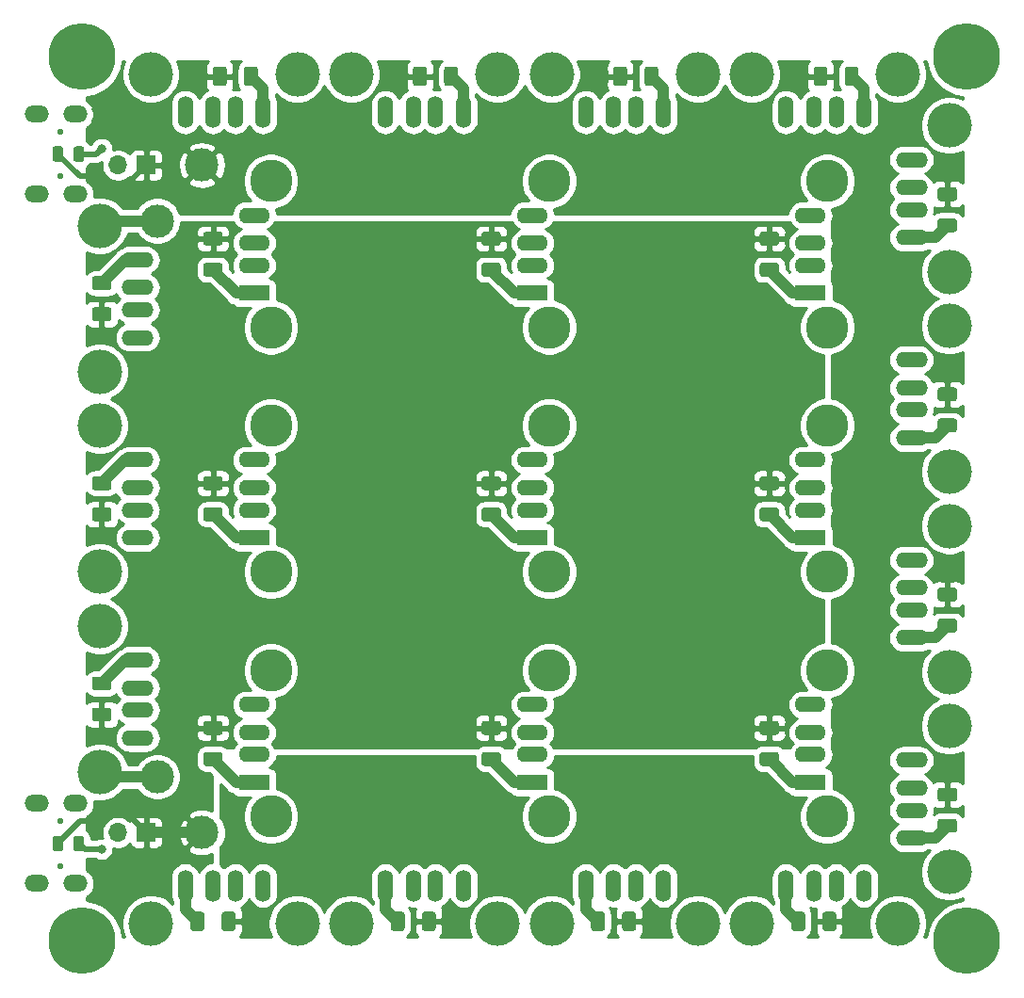
<source format=gbr>
%TF.GenerationSoftware,KiCad,Pcbnew,5.1.6-c6e7f7d~87~ubuntu20.04.1*%
%TF.CreationDate,2020-09-19T08:47:59-07:00*%
%TF.ProjectId,multi-way-usb,6d756c74-692d-4776-9179-2d7573622e6b,rev?*%
%TF.SameCoordinates,Original*%
%TF.FileFunction,Copper,L2,Bot*%
%TF.FilePolarity,Positive*%
%FSLAX46Y46*%
G04 Gerber Fmt 4.6, Leading zero omitted, Abs format (unit mm)*
G04 Created by KiCad (PCBNEW 5.1.6-c6e7f7d~87~ubuntu20.04.1) date 2020-09-19 08:47:59*
%MOMM*%
%LPD*%
G01*
G04 APERTURE LIST*
%TA.AperFunction,ComponentPad*%
%ADD10O,2.816000X1.408000*%
%TD*%
%TA.AperFunction,ComponentPad*%
%ADD11R,2.816000X1.408000*%
%TD*%
%TA.AperFunction,ComponentPad*%
%ADD12C,3.800000*%
%TD*%
%TA.AperFunction,ComponentPad*%
%ADD13O,2.856000X1.428000*%
%TD*%
%TA.AperFunction,ComponentPad*%
%ADD14C,4.000000*%
%TD*%
%TA.AperFunction,SMDPad,CuDef*%
%ADD15C,3.000000*%
%TD*%
%TA.AperFunction,ComponentPad*%
%ADD16O,1.700000X1.700000*%
%TD*%
%TA.AperFunction,ComponentPad*%
%ADD17R,1.700000X1.700000*%
%TD*%
%TA.AperFunction,ComponentPad*%
%ADD18C,0.550000*%
%TD*%
%TA.AperFunction,ComponentPad*%
%ADD19O,2.200000X1.500000*%
%TD*%
%TA.AperFunction,ComponentPad*%
%ADD20O,1.428000X2.856000*%
%TD*%
%TA.AperFunction,ViaPad*%
%ADD21C,6.000000*%
%TD*%
%TA.AperFunction,ViaPad*%
%ADD22C,0.800000*%
%TD*%
%TA.AperFunction,Conductor*%
%ADD23C,0.500000*%
%TD*%
%TA.AperFunction,Conductor*%
%ADD24C,1.000000*%
%TD*%
%TA.AperFunction,Conductor*%
%ADD25C,0.254000*%
%TD*%
G04 APERTURE END LIST*
D10*
%TO.P,J24,4*%
%TO.N,GND*%
X-24296000Y-18500000D03*
%TO.P,J24,3*%
%TO.N,Net-(J24-Pad3)*%
X-24296000Y-21000000D03*
%TO.P,J24,2*%
%TO.N,Net-(J24-Pad2)*%
X-24296000Y-23000000D03*
D11*
%TO.P,J24,1*%
%TO.N,Net-(F24-Pad1)*%
X-24296000Y-25500000D03*
D12*
%TO.P,J24,5*%
%TO.N,GND*%
X-22800000Y-15430000D03*
X-22800000Y-28570000D03*
%TD*%
D10*
%TO.P,J23,4*%
%TO.N,GND*%
X-24296000Y3500000D03*
%TO.P,J23,3*%
%TO.N,Net-(J23-Pad3)*%
X-24296000Y1000000D03*
%TO.P,J23,2*%
%TO.N,Net-(J23-Pad2)*%
X-24296000Y-1000000D03*
D11*
%TO.P,J23,1*%
%TO.N,Net-(F23-Pad1)*%
X-24296000Y-3500000D03*
D12*
%TO.P,J23,5*%
%TO.N,GND*%
X-22800000Y6570000D03*
X-22800000Y-6570000D03*
%TD*%
D10*
%TO.P,J22,4*%
%TO.N,GND*%
X-24296000Y25500000D03*
%TO.P,J22,3*%
%TO.N,Net-(J22-Pad3)*%
X-24296000Y23000000D03*
%TO.P,J22,2*%
%TO.N,Net-(J22-Pad2)*%
X-24296000Y21000000D03*
D11*
%TO.P,J22,1*%
%TO.N,Net-(F22-Pad1)*%
X-24296000Y18500000D03*
D12*
%TO.P,J22,5*%
%TO.N,GND*%
X-22800000Y28570000D03*
X-22800000Y15430000D03*
%TD*%
D10*
%TO.P,J21,4*%
%TO.N,GND*%
X704000Y-18500000D03*
%TO.P,J21,3*%
%TO.N,Net-(J21-Pad3)*%
X704000Y-21000000D03*
%TO.P,J21,2*%
%TO.N,Net-(J21-Pad2)*%
X704000Y-23000000D03*
D11*
%TO.P,J21,1*%
%TO.N,Net-(F21-Pad1)*%
X704000Y-25500000D03*
D12*
%TO.P,J21,5*%
%TO.N,GND*%
X2200000Y-15430000D03*
X2200000Y-28570000D03*
%TD*%
D10*
%TO.P,J20,4*%
%TO.N,GND*%
X704000Y3500000D03*
%TO.P,J20,3*%
%TO.N,Net-(J20-Pad3)*%
X704000Y1000000D03*
%TO.P,J20,2*%
%TO.N,Net-(J20-Pad2)*%
X704000Y-1000000D03*
D11*
%TO.P,J20,1*%
%TO.N,Net-(F20-Pad1)*%
X704000Y-3500000D03*
D12*
%TO.P,J20,5*%
%TO.N,GND*%
X2200000Y6570000D03*
X2200000Y-6570000D03*
%TD*%
D10*
%TO.P,J19,4*%
%TO.N,GND*%
X704000Y25500000D03*
%TO.P,J19,3*%
%TO.N,Net-(J19-Pad3)*%
X704000Y23000000D03*
%TO.P,J19,2*%
%TO.N,Net-(J19-Pad2)*%
X704000Y21000000D03*
D11*
%TO.P,J19,1*%
%TO.N,Net-(F19-Pad1)*%
X704000Y18500000D03*
D12*
%TO.P,J19,5*%
%TO.N,GND*%
X2200000Y28570000D03*
X2200000Y15430000D03*
%TD*%
D10*
%TO.P,J18,4*%
%TO.N,GND*%
X25704000Y-18500000D03*
%TO.P,J18,3*%
%TO.N,Net-(J18-Pad3)*%
X25704000Y-21000000D03*
%TO.P,J18,2*%
%TO.N,Net-(J18-Pad2)*%
X25704000Y-23000000D03*
D11*
%TO.P,J18,1*%
%TO.N,Net-(F18-Pad1)*%
X25704000Y-25500000D03*
D12*
%TO.P,J18,5*%
%TO.N,GND*%
X27200000Y-15430000D03*
X27200000Y-28570000D03*
%TD*%
D10*
%TO.P,J17,4*%
%TO.N,GND*%
X25704000Y3500000D03*
%TO.P,J17,3*%
%TO.N,Net-(J17-Pad3)*%
X25704000Y1000000D03*
%TO.P,J17,2*%
%TO.N,Net-(J17-Pad2)*%
X25704000Y-1000000D03*
D11*
%TO.P,J17,1*%
%TO.N,Net-(F17-Pad1)*%
X25704000Y-3500000D03*
D12*
%TO.P,J17,5*%
%TO.N,GND*%
X27200000Y6570000D03*
X27200000Y-6570000D03*
%TD*%
D10*
%TO.P,J16,4*%
%TO.N,GND*%
X25704000Y25500000D03*
%TO.P,J16,3*%
%TO.N,Net-(J16-Pad3)*%
X25704000Y23000000D03*
%TO.P,J16,2*%
%TO.N,Net-(J16-Pad2)*%
X25704000Y21000000D03*
D11*
%TO.P,J16,1*%
%TO.N,Net-(F16-Pad1)*%
X25704000Y18500000D03*
D12*
%TO.P,J16,5*%
%TO.N,GND*%
X27200000Y28570000D03*
X27200000Y15430000D03*
%TD*%
%TO.P,F24,2*%
%TO.N,+5VA*%
%TA.AperFunction,SMDPad,CuDef*%
G36*
G01*
X-27375000Y-21225000D02*
X-28625000Y-21225000D01*
G75*
G02*
X-28875000Y-20975000I0J250000D01*
G01*
X-28875000Y-20225000D01*
G75*
G02*
X-28625000Y-19975000I250000J0D01*
G01*
X-27375000Y-19975000D01*
G75*
G02*
X-27125000Y-20225000I0J-250000D01*
G01*
X-27125000Y-20975000D01*
G75*
G02*
X-27375000Y-21225000I-250000J0D01*
G01*
G37*
%TD.AperFunction*%
%TO.P,F24,1*%
%TO.N,Net-(F24-Pad1)*%
%TA.AperFunction,SMDPad,CuDef*%
G36*
G01*
X-27375000Y-24025000D02*
X-28625000Y-24025000D01*
G75*
G02*
X-28875000Y-23775000I0J250000D01*
G01*
X-28875000Y-23025000D01*
G75*
G02*
X-28625000Y-22775000I250000J0D01*
G01*
X-27375000Y-22775000D01*
G75*
G02*
X-27125000Y-23025000I0J-250000D01*
G01*
X-27125000Y-23775000D01*
G75*
G02*
X-27375000Y-24025000I-250000J0D01*
G01*
G37*
%TD.AperFunction*%
%TD*%
%TO.P,F23,2*%
%TO.N,+5VA*%
%TA.AperFunction,SMDPad,CuDef*%
G36*
G01*
X-27375000Y775000D02*
X-28625000Y775000D01*
G75*
G02*
X-28875000Y1025000I0J250000D01*
G01*
X-28875000Y1775000D01*
G75*
G02*
X-28625000Y2025000I250000J0D01*
G01*
X-27375000Y2025000D01*
G75*
G02*
X-27125000Y1775000I0J-250000D01*
G01*
X-27125000Y1025000D01*
G75*
G02*
X-27375000Y775000I-250000J0D01*
G01*
G37*
%TD.AperFunction*%
%TO.P,F23,1*%
%TO.N,Net-(F23-Pad1)*%
%TA.AperFunction,SMDPad,CuDef*%
G36*
G01*
X-27375000Y-2025000D02*
X-28625000Y-2025000D01*
G75*
G02*
X-28875000Y-1775000I0J250000D01*
G01*
X-28875000Y-1025000D01*
G75*
G02*
X-28625000Y-775000I250000J0D01*
G01*
X-27375000Y-775000D01*
G75*
G02*
X-27125000Y-1025000I0J-250000D01*
G01*
X-27125000Y-1775000D01*
G75*
G02*
X-27375000Y-2025000I-250000J0D01*
G01*
G37*
%TD.AperFunction*%
%TD*%
%TO.P,F22,2*%
%TO.N,+5VA*%
%TA.AperFunction,SMDPad,CuDef*%
G36*
G01*
X-27375000Y22775000D02*
X-28625000Y22775000D01*
G75*
G02*
X-28875000Y23025000I0J250000D01*
G01*
X-28875000Y23775000D01*
G75*
G02*
X-28625000Y24025000I250000J0D01*
G01*
X-27375000Y24025000D01*
G75*
G02*
X-27125000Y23775000I0J-250000D01*
G01*
X-27125000Y23025000D01*
G75*
G02*
X-27375000Y22775000I-250000J0D01*
G01*
G37*
%TD.AperFunction*%
%TO.P,F22,1*%
%TO.N,Net-(F22-Pad1)*%
%TA.AperFunction,SMDPad,CuDef*%
G36*
G01*
X-27375000Y19975000D02*
X-28625000Y19975000D01*
G75*
G02*
X-28875000Y20225000I0J250000D01*
G01*
X-28875000Y20975000D01*
G75*
G02*
X-28625000Y21225000I250000J0D01*
G01*
X-27375000Y21225000D01*
G75*
G02*
X-27125000Y20975000I0J-250000D01*
G01*
X-27125000Y20225000D01*
G75*
G02*
X-27375000Y19975000I-250000J0D01*
G01*
G37*
%TD.AperFunction*%
%TD*%
%TO.P,F21,2*%
%TO.N,+5VA*%
%TA.AperFunction,SMDPad,CuDef*%
G36*
G01*
X-2375000Y-21225000D02*
X-3625000Y-21225000D01*
G75*
G02*
X-3875000Y-20975000I0J250000D01*
G01*
X-3875000Y-20225000D01*
G75*
G02*
X-3625000Y-19975000I250000J0D01*
G01*
X-2375000Y-19975000D01*
G75*
G02*
X-2125000Y-20225000I0J-250000D01*
G01*
X-2125000Y-20975000D01*
G75*
G02*
X-2375000Y-21225000I-250000J0D01*
G01*
G37*
%TD.AperFunction*%
%TO.P,F21,1*%
%TO.N,Net-(F21-Pad1)*%
%TA.AperFunction,SMDPad,CuDef*%
G36*
G01*
X-2375000Y-24025000D02*
X-3625000Y-24025000D01*
G75*
G02*
X-3875000Y-23775000I0J250000D01*
G01*
X-3875000Y-23025000D01*
G75*
G02*
X-3625000Y-22775000I250000J0D01*
G01*
X-2375000Y-22775000D01*
G75*
G02*
X-2125000Y-23025000I0J-250000D01*
G01*
X-2125000Y-23775000D01*
G75*
G02*
X-2375000Y-24025000I-250000J0D01*
G01*
G37*
%TD.AperFunction*%
%TD*%
%TO.P,F20,2*%
%TO.N,+5VA*%
%TA.AperFunction,SMDPad,CuDef*%
G36*
G01*
X-2375000Y775000D02*
X-3625000Y775000D01*
G75*
G02*
X-3875000Y1025000I0J250000D01*
G01*
X-3875000Y1775000D01*
G75*
G02*
X-3625000Y2025000I250000J0D01*
G01*
X-2375000Y2025000D01*
G75*
G02*
X-2125000Y1775000I0J-250000D01*
G01*
X-2125000Y1025000D01*
G75*
G02*
X-2375000Y775000I-250000J0D01*
G01*
G37*
%TD.AperFunction*%
%TO.P,F20,1*%
%TO.N,Net-(F20-Pad1)*%
%TA.AperFunction,SMDPad,CuDef*%
G36*
G01*
X-2375000Y-2025000D02*
X-3625000Y-2025000D01*
G75*
G02*
X-3875000Y-1775000I0J250000D01*
G01*
X-3875000Y-1025000D01*
G75*
G02*
X-3625000Y-775000I250000J0D01*
G01*
X-2375000Y-775000D01*
G75*
G02*
X-2125000Y-1025000I0J-250000D01*
G01*
X-2125000Y-1775000D01*
G75*
G02*
X-2375000Y-2025000I-250000J0D01*
G01*
G37*
%TD.AperFunction*%
%TD*%
%TO.P,F19,2*%
%TO.N,+5VA*%
%TA.AperFunction,SMDPad,CuDef*%
G36*
G01*
X-2375000Y22775000D02*
X-3625000Y22775000D01*
G75*
G02*
X-3875000Y23025000I0J250000D01*
G01*
X-3875000Y23775000D01*
G75*
G02*
X-3625000Y24025000I250000J0D01*
G01*
X-2375000Y24025000D01*
G75*
G02*
X-2125000Y23775000I0J-250000D01*
G01*
X-2125000Y23025000D01*
G75*
G02*
X-2375000Y22775000I-250000J0D01*
G01*
G37*
%TD.AperFunction*%
%TO.P,F19,1*%
%TO.N,Net-(F19-Pad1)*%
%TA.AperFunction,SMDPad,CuDef*%
G36*
G01*
X-2375000Y19975000D02*
X-3625000Y19975000D01*
G75*
G02*
X-3875000Y20225000I0J250000D01*
G01*
X-3875000Y20975000D01*
G75*
G02*
X-3625000Y21225000I250000J0D01*
G01*
X-2375000Y21225000D01*
G75*
G02*
X-2125000Y20975000I0J-250000D01*
G01*
X-2125000Y20225000D01*
G75*
G02*
X-2375000Y19975000I-250000J0D01*
G01*
G37*
%TD.AperFunction*%
%TD*%
%TO.P,F18,2*%
%TO.N,+5VA*%
%TA.AperFunction,SMDPad,CuDef*%
G36*
G01*
X22625000Y-21225000D02*
X21375000Y-21225000D01*
G75*
G02*
X21125000Y-20975000I0J250000D01*
G01*
X21125000Y-20225000D01*
G75*
G02*
X21375000Y-19975000I250000J0D01*
G01*
X22625000Y-19975000D01*
G75*
G02*
X22875000Y-20225000I0J-250000D01*
G01*
X22875000Y-20975000D01*
G75*
G02*
X22625000Y-21225000I-250000J0D01*
G01*
G37*
%TD.AperFunction*%
%TO.P,F18,1*%
%TO.N,Net-(F18-Pad1)*%
%TA.AperFunction,SMDPad,CuDef*%
G36*
G01*
X22625000Y-24025000D02*
X21375000Y-24025000D01*
G75*
G02*
X21125000Y-23775000I0J250000D01*
G01*
X21125000Y-23025000D01*
G75*
G02*
X21375000Y-22775000I250000J0D01*
G01*
X22625000Y-22775000D01*
G75*
G02*
X22875000Y-23025000I0J-250000D01*
G01*
X22875000Y-23775000D01*
G75*
G02*
X22625000Y-24025000I-250000J0D01*
G01*
G37*
%TD.AperFunction*%
%TD*%
%TO.P,F17,2*%
%TO.N,+5VA*%
%TA.AperFunction,SMDPad,CuDef*%
G36*
G01*
X22625000Y775000D02*
X21375000Y775000D01*
G75*
G02*
X21125000Y1025000I0J250000D01*
G01*
X21125000Y1775000D01*
G75*
G02*
X21375000Y2025000I250000J0D01*
G01*
X22625000Y2025000D01*
G75*
G02*
X22875000Y1775000I0J-250000D01*
G01*
X22875000Y1025000D01*
G75*
G02*
X22625000Y775000I-250000J0D01*
G01*
G37*
%TD.AperFunction*%
%TO.P,F17,1*%
%TO.N,Net-(F17-Pad1)*%
%TA.AperFunction,SMDPad,CuDef*%
G36*
G01*
X22625000Y-2025000D02*
X21375000Y-2025000D01*
G75*
G02*
X21125000Y-1775000I0J250000D01*
G01*
X21125000Y-1025000D01*
G75*
G02*
X21375000Y-775000I250000J0D01*
G01*
X22625000Y-775000D01*
G75*
G02*
X22875000Y-1025000I0J-250000D01*
G01*
X22875000Y-1775000D01*
G75*
G02*
X22625000Y-2025000I-250000J0D01*
G01*
G37*
%TD.AperFunction*%
%TD*%
%TO.P,F16,2*%
%TO.N,+5VA*%
%TA.AperFunction,SMDPad,CuDef*%
G36*
G01*
X22625000Y22775000D02*
X21375000Y22775000D01*
G75*
G02*
X21125000Y23025000I0J250000D01*
G01*
X21125000Y23775000D01*
G75*
G02*
X21375000Y24025000I250000J0D01*
G01*
X22625000Y24025000D01*
G75*
G02*
X22875000Y23775000I0J-250000D01*
G01*
X22875000Y23025000D01*
G75*
G02*
X22625000Y22775000I-250000J0D01*
G01*
G37*
%TD.AperFunction*%
%TO.P,F16,1*%
%TO.N,Net-(F16-Pad1)*%
%TA.AperFunction,SMDPad,CuDef*%
G36*
G01*
X22625000Y19975000D02*
X21375000Y19975000D01*
G75*
G02*
X21125000Y20225000I0J250000D01*
G01*
X21125000Y20975000D01*
G75*
G02*
X21375000Y21225000I250000J0D01*
G01*
X22625000Y21225000D01*
G75*
G02*
X22875000Y20975000I0J-250000D01*
G01*
X22875000Y20225000D01*
G75*
G02*
X22625000Y19975000I-250000J0D01*
G01*
G37*
%TD.AperFunction*%
%TD*%
D13*
%TO.P,J15,4*%
%TO.N,GND*%
X-34776000Y-21500000D03*
%TO.P,J15,3*%
%TO.N,Net-(J15-Pad3)*%
X-34776000Y-19000000D03*
%TO.P,J15,2*%
%TO.N,Net-(J15-Pad2)*%
X-34776000Y-17000000D03*
D14*
%TO.P,J15,5*%
%TO.N,GND*%
X-38200000Y-24570000D03*
X-38200000Y-11430000D03*
D13*
%TO.P,J15,1*%
%TO.N,Net-(F15-Pad1)*%
X-34776000Y-14500000D03*
%TD*%
%TO.P,F15,2*%
%TO.N,+5VA*%
%TA.AperFunction,SMDPad,CuDef*%
G36*
G01*
X-38625000Y-18775000D02*
X-37375000Y-18775000D01*
G75*
G02*
X-37125000Y-19025000I0J-250000D01*
G01*
X-37125000Y-19775000D01*
G75*
G02*
X-37375000Y-20025000I-250000J0D01*
G01*
X-38625000Y-20025000D01*
G75*
G02*
X-38875000Y-19775000I0J250000D01*
G01*
X-38875000Y-19025000D01*
G75*
G02*
X-38625000Y-18775000I250000J0D01*
G01*
G37*
%TD.AperFunction*%
%TO.P,F15,1*%
%TO.N,Net-(F15-Pad1)*%
%TA.AperFunction,SMDPad,CuDef*%
G36*
G01*
X-38625000Y-15975000D02*
X-37375000Y-15975000D01*
G75*
G02*
X-37125000Y-16225000I0J-250000D01*
G01*
X-37125000Y-16975000D01*
G75*
G02*
X-37375000Y-17225000I-250000J0D01*
G01*
X-38625000Y-17225000D01*
G75*
G02*
X-38875000Y-16975000I0J250000D01*
G01*
X-38875000Y-16225000D01*
G75*
G02*
X-38625000Y-15975000I250000J0D01*
G01*
G37*
%TD.AperFunction*%
%TD*%
D15*
%TO.P,TP4,1*%
%TO.N,+5VA*%
X-29000000Y-30000000D03*
%TD*%
%TO.P,TP3,1*%
%TO.N,GND*%
X-33000000Y25000000D03*
%TD*%
%TO.P,R2,2*%
%TO.N,Net-(D2-Pad2)*%
%TA.AperFunction,SMDPad,CuDef*%
G36*
G01*
X-40550000Y-31456250D02*
X-40550000Y-30543750D01*
G75*
G02*
X-40306250Y-30300000I243750J0D01*
G01*
X-39818750Y-30300000D01*
G75*
G02*
X-39575000Y-30543750I0J-243750D01*
G01*
X-39575000Y-31456250D01*
G75*
G02*
X-39818750Y-31700000I-243750J0D01*
G01*
X-40306250Y-31700000D01*
G75*
G02*
X-40550000Y-31456250I0J243750D01*
G01*
G37*
%TD.AperFunction*%
%TO.P,R2,1*%
%TO.N,+5VA*%
%TA.AperFunction,SMDPad,CuDef*%
G36*
G01*
X-42425000Y-31456250D02*
X-42425000Y-30543750D01*
G75*
G02*
X-42181250Y-30300000I243750J0D01*
G01*
X-41693750Y-30300000D01*
G75*
G02*
X-41450000Y-30543750I0J-243750D01*
G01*
X-41450000Y-31456250D01*
G75*
G02*
X-41693750Y-31700000I-243750J0D01*
G01*
X-42181250Y-31700000D01*
G75*
G02*
X-42425000Y-31456250I0J243750D01*
G01*
G37*
%TD.AperFunction*%
%TD*%
D16*
%TO.P,J28,2*%
%TO.N,GND*%
X-36540000Y-30000000D03*
D17*
%TO.P,J28,1*%
%TO.N,+5VA*%
X-34000000Y-30000000D03*
%TD*%
D18*
%TO.P,J26,LOCATE*%
%TO.N,N/C*%
X-41700000Y-29000000D03*
X-41700000Y-33000000D03*
D19*
%TO.P,J26,6*%
%TO.N,GND*%
X-43850000Y-27400000D03*
X-43850000Y-34600000D03*
X-40380000Y-34600000D03*
X-40380000Y-27400000D03*
%TD*%
D13*
%TO.P,J14,4*%
%TO.N,GND*%
X-34776000Y-3500000D03*
%TO.P,J14,3*%
%TO.N,Net-(J14-Pad3)*%
X-34776000Y-1000000D03*
%TO.P,J14,2*%
%TO.N,Net-(J14-Pad2)*%
X-34776000Y1000000D03*
D14*
%TO.P,J14,5*%
%TO.N,GND*%
X-38200000Y-6570000D03*
X-38200000Y6570000D03*
D13*
%TO.P,J14,1*%
%TO.N,Net-(F14-Pad1)*%
X-34776000Y3500000D03*
%TD*%
%TO.P,J13,4*%
%TO.N,GND*%
X-34776000Y14500000D03*
%TO.P,J13,3*%
%TO.N,Net-(J13-Pad3)*%
X-34776000Y17000000D03*
%TO.P,J13,2*%
%TO.N,Net-(J13-Pad2)*%
X-34776000Y19000000D03*
D14*
%TO.P,J13,5*%
%TO.N,GND*%
X-38200000Y11430000D03*
X-38200000Y24570000D03*
D13*
%TO.P,J13,1*%
%TO.N,Net-(F13-Pad1)*%
X-34776000Y21500000D03*
%TD*%
%TO.P,F14,2*%
%TO.N,+5VA*%
%TA.AperFunction,SMDPad,CuDef*%
G36*
G01*
X-38625000Y-775000D02*
X-37375000Y-775000D01*
G75*
G02*
X-37125000Y-1025000I0J-250000D01*
G01*
X-37125000Y-1775000D01*
G75*
G02*
X-37375000Y-2025000I-250000J0D01*
G01*
X-38625000Y-2025000D01*
G75*
G02*
X-38875000Y-1775000I0J250000D01*
G01*
X-38875000Y-1025000D01*
G75*
G02*
X-38625000Y-775000I250000J0D01*
G01*
G37*
%TD.AperFunction*%
%TO.P,F14,1*%
%TO.N,Net-(F14-Pad1)*%
%TA.AperFunction,SMDPad,CuDef*%
G36*
G01*
X-38625000Y2025000D02*
X-37375000Y2025000D01*
G75*
G02*
X-37125000Y1775000I0J-250000D01*
G01*
X-37125000Y1025000D01*
G75*
G02*
X-37375000Y775000I-250000J0D01*
G01*
X-38625000Y775000D01*
G75*
G02*
X-38875000Y1025000I0J250000D01*
G01*
X-38875000Y1775000D01*
G75*
G02*
X-38625000Y2025000I250000J0D01*
G01*
G37*
%TD.AperFunction*%
%TD*%
%TO.P,F13,2*%
%TO.N,+5VA*%
%TA.AperFunction,SMDPad,CuDef*%
G36*
G01*
X-38625000Y17225000D02*
X-37375000Y17225000D01*
G75*
G02*
X-37125000Y16975000I0J-250000D01*
G01*
X-37125000Y16225000D01*
G75*
G02*
X-37375000Y15975000I-250000J0D01*
G01*
X-38625000Y15975000D01*
G75*
G02*
X-38875000Y16225000I0J250000D01*
G01*
X-38875000Y16975000D01*
G75*
G02*
X-38625000Y17225000I250000J0D01*
G01*
G37*
%TD.AperFunction*%
%TO.P,F13,1*%
%TO.N,Net-(F13-Pad1)*%
%TA.AperFunction,SMDPad,CuDef*%
G36*
G01*
X-38625000Y20025000D02*
X-37375000Y20025000D01*
G75*
G02*
X-37125000Y19775000I0J-250000D01*
G01*
X-37125000Y19025000D01*
G75*
G02*
X-37375000Y18775000I-250000J0D01*
G01*
X-38625000Y18775000D01*
G75*
G02*
X-38875000Y19025000I0J250000D01*
G01*
X-38875000Y19775000D01*
G75*
G02*
X-38625000Y20025000I250000J0D01*
G01*
G37*
%TD.AperFunction*%
%TD*%
D15*
%TO.P,TP2,1*%
%TO.N,+5V*%
X-29000000Y30000000D03*
%TD*%
%TO.P,TP1,1*%
%TO.N,GND*%
X-33000000Y-25000000D03*
%TD*%
%TO.P,R1,2*%
%TO.N,Net-(D1-Pad2)*%
%TA.AperFunction,SMDPad,CuDef*%
G36*
G01*
X-40550000Y30543750D02*
X-40550000Y31456250D01*
G75*
G02*
X-40306250Y31700000I243750J0D01*
G01*
X-39818750Y31700000D01*
G75*
G02*
X-39575000Y31456250I0J-243750D01*
G01*
X-39575000Y30543750D01*
G75*
G02*
X-39818750Y30300000I-243750J0D01*
G01*
X-40306250Y30300000D01*
G75*
G02*
X-40550000Y30543750I0J243750D01*
G01*
G37*
%TD.AperFunction*%
%TO.P,R1,1*%
%TO.N,+5V*%
%TA.AperFunction,SMDPad,CuDef*%
G36*
G01*
X-42425000Y30543750D02*
X-42425000Y31456250D01*
G75*
G02*
X-42181250Y31700000I243750J0D01*
G01*
X-41693750Y31700000D01*
G75*
G02*
X-41450000Y31456250I0J-243750D01*
G01*
X-41450000Y30543750D01*
G75*
G02*
X-41693750Y30300000I-243750J0D01*
G01*
X-42181250Y30300000D01*
G75*
G02*
X-42425000Y30543750I0J243750D01*
G01*
G37*
%TD.AperFunction*%
%TD*%
D16*
%TO.P,J27,2*%
%TO.N,GND*%
X-36540000Y30000000D03*
D17*
%TO.P,J27,1*%
%TO.N,+5V*%
X-34000000Y30000000D03*
%TD*%
D18*
%TO.P,J25,LOCATE*%
%TO.N,N/C*%
X-41700000Y33000000D03*
X-41700000Y29000000D03*
D19*
%TO.P,J25,6*%
%TO.N,GND*%
X-43850000Y34600000D03*
X-43850000Y27400000D03*
X-40380000Y27400000D03*
X-40380000Y34600000D03*
%TD*%
D20*
%TO.P,J12,4*%
%TO.N,GND*%
X-30500000Y34776000D03*
%TO.P,J12,3*%
%TO.N,Net-(J12-Pad3)*%
X-28000000Y34776000D03*
%TO.P,J12,2*%
%TO.N,Net-(J12-Pad2)*%
X-26000000Y34776000D03*
D14*
%TO.P,J12,5*%
%TO.N,GND*%
X-33570000Y38200000D03*
X-20430000Y38200000D03*
D20*
%TO.P,J12,1*%
%TO.N,Net-(F12-Pad1)*%
X-23500000Y34776000D03*
%TD*%
%TO.P,J11,4*%
%TO.N,GND*%
X-12500000Y34776000D03*
%TO.P,J11,3*%
%TO.N,Net-(J11-Pad3)*%
X-10000000Y34776000D03*
%TO.P,J11,2*%
%TO.N,Net-(J11-Pad2)*%
X-8000000Y34776000D03*
D14*
%TO.P,J11,5*%
%TO.N,GND*%
X-15570000Y38200000D03*
X-2430000Y38200000D03*
D20*
%TO.P,J11,1*%
%TO.N,Net-(F11-Pad1)*%
X-5500000Y34776000D03*
%TD*%
%TO.P,J10,4*%
%TO.N,GND*%
X5500000Y34776000D03*
%TO.P,J10,3*%
%TO.N,Net-(J10-Pad3)*%
X8000000Y34776000D03*
%TO.P,J10,2*%
%TO.N,Net-(J10-Pad2)*%
X10000000Y34776000D03*
D14*
%TO.P,J10,5*%
%TO.N,GND*%
X2430000Y38200000D03*
X15570000Y38200000D03*
D20*
%TO.P,J10,1*%
%TO.N,Net-(F10-Pad1)*%
X12500000Y34776000D03*
%TD*%
%TO.P,J9,4*%
%TO.N,GND*%
X23500000Y34776000D03*
%TO.P,J9,3*%
%TO.N,Net-(J9-Pad3)*%
X26000000Y34776000D03*
%TO.P,J9,2*%
%TO.N,Net-(J9-Pad2)*%
X28000000Y34776000D03*
D14*
%TO.P,J9,5*%
%TO.N,GND*%
X20430000Y38200000D03*
X33570000Y38200000D03*
D20*
%TO.P,J9,1*%
%TO.N,Net-(F9-Pad1)*%
X30500000Y34776000D03*
%TD*%
D13*
%TO.P,J8,4*%
%TO.N,GND*%
X34776000Y30500000D03*
%TO.P,J8,3*%
%TO.N,Net-(J8-Pad3)*%
X34776000Y28000000D03*
%TO.P,J8,2*%
%TO.N,Net-(J8-Pad2)*%
X34776000Y26000000D03*
D14*
%TO.P,J8,5*%
%TO.N,GND*%
X38200000Y33570000D03*
X38200000Y20430000D03*
D13*
%TO.P,J8,1*%
%TO.N,Net-(F8-Pad1)*%
X34776000Y23500000D03*
%TD*%
%TO.P,J7,4*%
%TO.N,GND*%
X34776000Y12500000D03*
%TO.P,J7,3*%
%TO.N,Net-(J7-Pad3)*%
X34776000Y10000000D03*
%TO.P,J7,2*%
%TO.N,Net-(J7-Pad2)*%
X34776000Y8000000D03*
D14*
%TO.P,J7,5*%
%TO.N,GND*%
X38200000Y15570000D03*
X38200000Y2430000D03*
D13*
%TO.P,J7,1*%
%TO.N,Net-(F7-Pad1)*%
X34776000Y5500000D03*
%TD*%
%TO.P,J6,4*%
%TO.N,GND*%
X34776000Y-5500000D03*
%TO.P,J6,3*%
%TO.N,Net-(J6-Pad3)*%
X34776000Y-8000000D03*
%TO.P,J6,2*%
%TO.N,Net-(J6-Pad2)*%
X34776000Y-10000000D03*
D14*
%TO.P,J6,5*%
%TO.N,GND*%
X38200000Y-2430000D03*
X38200000Y-15570000D03*
D13*
%TO.P,J6,1*%
%TO.N,Net-(F6-Pad1)*%
X34776000Y-12500000D03*
%TD*%
%TO.P,J5,4*%
%TO.N,GND*%
X34776000Y-23500000D03*
%TO.P,J5,3*%
%TO.N,Net-(J5-Pad3)*%
X34776000Y-26000000D03*
%TO.P,J5,2*%
%TO.N,Net-(J5-Pad2)*%
X34776000Y-28000000D03*
D14*
%TO.P,J5,5*%
%TO.N,GND*%
X38200000Y-20430000D03*
X38200000Y-33570000D03*
D13*
%TO.P,J5,1*%
%TO.N,Net-(F5-Pad1)*%
X34776000Y-30500000D03*
%TD*%
D20*
%TO.P,J4,4*%
%TO.N,GND*%
X30500000Y-34776000D03*
%TO.P,J4,3*%
%TO.N,Net-(J4-Pad3)*%
X28000000Y-34776000D03*
%TO.P,J4,2*%
%TO.N,Net-(J4-Pad2)*%
X26000000Y-34776000D03*
D14*
%TO.P,J4,5*%
%TO.N,GND*%
X33570000Y-38200000D03*
X20430000Y-38200000D03*
D20*
%TO.P,J4,1*%
%TO.N,Net-(F4-Pad1)*%
X23500000Y-34776000D03*
%TD*%
%TO.P,J3,4*%
%TO.N,GND*%
X12500000Y-34776000D03*
%TO.P,J3,3*%
%TO.N,Net-(J3-Pad3)*%
X10000000Y-34776000D03*
%TO.P,J3,2*%
%TO.N,Net-(J3-Pad2)*%
X8000000Y-34776000D03*
D14*
%TO.P,J3,5*%
%TO.N,GND*%
X15570000Y-38200000D03*
X2430000Y-38200000D03*
D20*
%TO.P,J3,1*%
%TO.N,Net-(F3-Pad1)*%
X5500000Y-34776000D03*
%TD*%
%TO.P,J2,4*%
%TO.N,GND*%
X-5500000Y-34776000D03*
%TO.P,J2,3*%
%TO.N,Net-(J2-Pad3)*%
X-8000000Y-34776000D03*
%TO.P,J2,2*%
%TO.N,Net-(J2-Pad2)*%
X-10000000Y-34776000D03*
D14*
%TO.P,J2,5*%
%TO.N,GND*%
X-2430000Y-38200000D03*
X-15570000Y-38200000D03*
D20*
%TO.P,J2,1*%
%TO.N,Net-(F2-Pad1)*%
X-12500000Y-34776000D03*
%TD*%
%TO.P,J1,4*%
%TO.N,GND*%
X-23500000Y-34776000D03*
%TO.P,J1,3*%
%TO.N,Net-(J1-Pad3)*%
X-26000000Y-34776000D03*
%TO.P,J1,2*%
%TO.N,Net-(J1-Pad2)*%
X-28000000Y-34776000D03*
D14*
%TO.P,J1,5*%
%TO.N,GND*%
X-20430000Y-38200000D03*
X-33570000Y-38200000D03*
D20*
%TO.P,J1,1*%
%TO.N,Net-(F1-Pad1)*%
X-30500000Y-34776000D03*
%TD*%
%TO.P,F12,2*%
%TO.N,+5V*%
%TA.AperFunction,SMDPad,CuDef*%
G36*
G01*
X-26775000Y38625000D02*
X-26775000Y37375000D01*
G75*
G02*
X-27025000Y37125000I-250000J0D01*
G01*
X-27775000Y37125000D01*
G75*
G02*
X-28025000Y37375000I0J250000D01*
G01*
X-28025000Y38625000D01*
G75*
G02*
X-27775000Y38875000I250000J0D01*
G01*
X-27025000Y38875000D01*
G75*
G02*
X-26775000Y38625000I0J-250000D01*
G01*
G37*
%TD.AperFunction*%
%TO.P,F12,1*%
%TO.N,Net-(F12-Pad1)*%
%TA.AperFunction,SMDPad,CuDef*%
G36*
G01*
X-23975000Y38625000D02*
X-23975000Y37375000D01*
G75*
G02*
X-24225000Y37125000I-250000J0D01*
G01*
X-24975000Y37125000D01*
G75*
G02*
X-25225000Y37375000I0J250000D01*
G01*
X-25225000Y38625000D01*
G75*
G02*
X-24975000Y38875000I250000J0D01*
G01*
X-24225000Y38875000D01*
G75*
G02*
X-23975000Y38625000I0J-250000D01*
G01*
G37*
%TD.AperFunction*%
%TD*%
%TO.P,F11,2*%
%TO.N,+5V*%
%TA.AperFunction,SMDPad,CuDef*%
G36*
G01*
X-8775000Y38625000D02*
X-8775000Y37375000D01*
G75*
G02*
X-9025000Y37125000I-250000J0D01*
G01*
X-9775000Y37125000D01*
G75*
G02*
X-10025000Y37375000I0J250000D01*
G01*
X-10025000Y38625000D01*
G75*
G02*
X-9775000Y38875000I250000J0D01*
G01*
X-9025000Y38875000D01*
G75*
G02*
X-8775000Y38625000I0J-250000D01*
G01*
G37*
%TD.AperFunction*%
%TO.P,F11,1*%
%TO.N,Net-(F11-Pad1)*%
%TA.AperFunction,SMDPad,CuDef*%
G36*
G01*
X-5975000Y38625000D02*
X-5975000Y37375000D01*
G75*
G02*
X-6225000Y37125000I-250000J0D01*
G01*
X-6975000Y37125000D01*
G75*
G02*
X-7225000Y37375000I0J250000D01*
G01*
X-7225000Y38625000D01*
G75*
G02*
X-6975000Y38875000I250000J0D01*
G01*
X-6225000Y38875000D01*
G75*
G02*
X-5975000Y38625000I0J-250000D01*
G01*
G37*
%TD.AperFunction*%
%TD*%
%TO.P,F10,2*%
%TO.N,+5V*%
%TA.AperFunction,SMDPad,CuDef*%
G36*
G01*
X9225000Y38625000D02*
X9225000Y37375000D01*
G75*
G02*
X8975000Y37125000I-250000J0D01*
G01*
X8225000Y37125000D01*
G75*
G02*
X7975000Y37375000I0J250000D01*
G01*
X7975000Y38625000D01*
G75*
G02*
X8225000Y38875000I250000J0D01*
G01*
X8975000Y38875000D01*
G75*
G02*
X9225000Y38625000I0J-250000D01*
G01*
G37*
%TD.AperFunction*%
%TO.P,F10,1*%
%TO.N,Net-(F10-Pad1)*%
%TA.AperFunction,SMDPad,CuDef*%
G36*
G01*
X12025000Y38625000D02*
X12025000Y37375000D01*
G75*
G02*
X11775000Y37125000I-250000J0D01*
G01*
X11025000Y37125000D01*
G75*
G02*
X10775000Y37375000I0J250000D01*
G01*
X10775000Y38625000D01*
G75*
G02*
X11025000Y38875000I250000J0D01*
G01*
X11775000Y38875000D01*
G75*
G02*
X12025000Y38625000I0J-250000D01*
G01*
G37*
%TD.AperFunction*%
%TD*%
%TO.P,F9,2*%
%TO.N,+5V*%
%TA.AperFunction,SMDPad,CuDef*%
G36*
G01*
X27225000Y38625000D02*
X27225000Y37375000D01*
G75*
G02*
X26975000Y37125000I-250000J0D01*
G01*
X26225000Y37125000D01*
G75*
G02*
X25975000Y37375000I0J250000D01*
G01*
X25975000Y38625000D01*
G75*
G02*
X26225000Y38875000I250000J0D01*
G01*
X26975000Y38875000D01*
G75*
G02*
X27225000Y38625000I0J-250000D01*
G01*
G37*
%TD.AperFunction*%
%TO.P,F9,1*%
%TO.N,Net-(F9-Pad1)*%
%TA.AperFunction,SMDPad,CuDef*%
G36*
G01*
X30025000Y38625000D02*
X30025000Y37375000D01*
G75*
G02*
X29775000Y37125000I-250000J0D01*
G01*
X29025000Y37125000D01*
G75*
G02*
X28775000Y37375000I0J250000D01*
G01*
X28775000Y38625000D01*
G75*
G02*
X29025000Y38875000I250000J0D01*
G01*
X29775000Y38875000D01*
G75*
G02*
X30025000Y38625000I0J-250000D01*
G01*
G37*
%TD.AperFunction*%
%TD*%
%TO.P,F8,2*%
%TO.N,+5V*%
%TA.AperFunction,SMDPad,CuDef*%
G36*
G01*
X38625000Y26775000D02*
X37375000Y26775000D01*
G75*
G02*
X37125000Y27025000I0J250000D01*
G01*
X37125000Y27775000D01*
G75*
G02*
X37375000Y28025000I250000J0D01*
G01*
X38625000Y28025000D01*
G75*
G02*
X38875000Y27775000I0J-250000D01*
G01*
X38875000Y27025000D01*
G75*
G02*
X38625000Y26775000I-250000J0D01*
G01*
G37*
%TD.AperFunction*%
%TO.P,F8,1*%
%TO.N,Net-(F8-Pad1)*%
%TA.AperFunction,SMDPad,CuDef*%
G36*
G01*
X38625000Y23975000D02*
X37375000Y23975000D01*
G75*
G02*
X37125000Y24225000I0J250000D01*
G01*
X37125000Y24975000D01*
G75*
G02*
X37375000Y25225000I250000J0D01*
G01*
X38625000Y25225000D01*
G75*
G02*
X38875000Y24975000I0J-250000D01*
G01*
X38875000Y24225000D01*
G75*
G02*
X38625000Y23975000I-250000J0D01*
G01*
G37*
%TD.AperFunction*%
%TD*%
%TO.P,F7,2*%
%TO.N,+5V*%
%TA.AperFunction,SMDPad,CuDef*%
G36*
G01*
X38625000Y8775000D02*
X37375000Y8775000D01*
G75*
G02*
X37125000Y9025000I0J250000D01*
G01*
X37125000Y9775000D01*
G75*
G02*
X37375000Y10025000I250000J0D01*
G01*
X38625000Y10025000D01*
G75*
G02*
X38875000Y9775000I0J-250000D01*
G01*
X38875000Y9025000D01*
G75*
G02*
X38625000Y8775000I-250000J0D01*
G01*
G37*
%TD.AperFunction*%
%TO.P,F7,1*%
%TO.N,Net-(F7-Pad1)*%
%TA.AperFunction,SMDPad,CuDef*%
G36*
G01*
X38625000Y5975000D02*
X37375000Y5975000D01*
G75*
G02*
X37125000Y6225000I0J250000D01*
G01*
X37125000Y6975000D01*
G75*
G02*
X37375000Y7225000I250000J0D01*
G01*
X38625000Y7225000D01*
G75*
G02*
X38875000Y6975000I0J-250000D01*
G01*
X38875000Y6225000D01*
G75*
G02*
X38625000Y5975000I-250000J0D01*
G01*
G37*
%TD.AperFunction*%
%TD*%
%TO.P,F6,2*%
%TO.N,+5V*%
%TA.AperFunction,SMDPad,CuDef*%
G36*
G01*
X38625000Y-9225000D02*
X37375000Y-9225000D01*
G75*
G02*
X37125000Y-8975000I0J250000D01*
G01*
X37125000Y-8225000D01*
G75*
G02*
X37375000Y-7975000I250000J0D01*
G01*
X38625000Y-7975000D01*
G75*
G02*
X38875000Y-8225000I0J-250000D01*
G01*
X38875000Y-8975000D01*
G75*
G02*
X38625000Y-9225000I-250000J0D01*
G01*
G37*
%TD.AperFunction*%
%TO.P,F6,1*%
%TO.N,Net-(F6-Pad1)*%
%TA.AperFunction,SMDPad,CuDef*%
G36*
G01*
X38625000Y-12025000D02*
X37375000Y-12025000D01*
G75*
G02*
X37125000Y-11775000I0J250000D01*
G01*
X37125000Y-11025000D01*
G75*
G02*
X37375000Y-10775000I250000J0D01*
G01*
X38625000Y-10775000D01*
G75*
G02*
X38875000Y-11025000I0J-250000D01*
G01*
X38875000Y-11775000D01*
G75*
G02*
X38625000Y-12025000I-250000J0D01*
G01*
G37*
%TD.AperFunction*%
%TD*%
%TO.P,F5,2*%
%TO.N,+5V*%
%TA.AperFunction,SMDPad,CuDef*%
G36*
G01*
X38625000Y-27225000D02*
X37375000Y-27225000D01*
G75*
G02*
X37125000Y-26975000I0J250000D01*
G01*
X37125000Y-26225000D01*
G75*
G02*
X37375000Y-25975000I250000J0D01*
G01*
X38625000Y-25975000D01*
G75*
G02*
X38875000Y-26225000I0J-250000D01*
G01*
X38875000Y-26975000D01*
G75*
G02*
X38625000Y-27225000I-250000J0D01*
G01*
G37*
%TD.AperFunction*%
%TO.P,F5,1*%
%TO.N,Net-(F5-Pad1)*%
%TA.AperFunction,SMDPad,CuDef*%
G36*
G01*
X38625000Y-30025000D02*
X37375000Y-30025000D01*
G75*
G02*
X37125000Y-29775000I0J250000D01*
G01*
X37125000Y-29025000D01*
G75*
G02*
X37375000Y-28775000I250000J0D01*
G01*
X38625000Y-28775000D01*
G75*
G02*
X38875000Y-29025000I0J-250000D01*
G01*
X38875000Y-29775000D01*
G75*
G02*
X38625000Y-30025000I-250000J0D01*
G01*
G37*
%TD.AperFunction*%
%TD*%
%TO.P,F4,2*%
%TO.N,+5V*%
%TA.AperFunction,SMDPad,CuDef*%
G36*
G01*
X26775000Y-38625000D02*
X26775000Y-37375000D01*
G75*
G02*
X27025000Y-37125000I250000J0D01*
G01*
X27775000Y-37125000D01*
G75*
G02*
X28025000Y-37375000I0J-250000D01*
G01*
X28025000Y-38625000D01*
G75*
G02*
X27775000Y-38875000I-250000J0D01*
G01*
X27025000Y-38875000D01*
G75*
G02*
X26775000Y-38625000I0J250000D01*
G01*
G37*
%TD.AperFunction*%
%TO.P,F4,1*%
%TO.N,Net-(F4-Pad1)*%
%TA.AperFunction,SMDPad,CuDef*%
G36*
G01*
X23975000Y-38625000D02*
X23975000Y-37375000D01*
G75*
G02*
X24225000Y-37125000I250000J0D01*
G01*
X24975000Y-37125000D01*
G75*
G02*
X25225000Y-37375000I0J-250000D01*
G01*
X25225000Y-38625000D01*
G75*
G02*
X24975000Y-38875000I-250000J0D01*
G01*
X24225000Y-38875000D01*
G75*
G02*
X23975000Y-38625000I0J250000D01*
G01*
G37*
%TD.AperFunction*%
%TD*%
%TO.P,F3,2*%
%TO.N,+5V*%
%TA.AperFunction,SMDPad,CuDef*%
G36*
G01*
X8775000Y-38625000D02*
X8775000Y-37375000D01*
G75*
G02*
X9025000Y-37125000I250000J0D01*
G01*
X9775000Y-37125000D01*
G75*
G02*
X10025000Y-37375000I0J-250000D01*
G01*
X10025000Y-38625000D01*
G75*
G02*
X9775000Y-38875000I-250000J0D01*
G01*
X9025000Y-38875000D01*
G75*
G02*
X8775000Y-38625000I0J250000D01*
G01*
G37*
%TD.AperFunction*%
%TO.P,F3,1*%
%TO.N,Net-(F3-Pad1)*%
%TA.AperFunction,SMDPad,CuDef*%
G36*
G01*
X5975000Y-38625000D02*
X5975000Y-37375000D01*
G75*
G02*
X6225000Y-37125000I250000J0D01*
G01*
X6975000Y-37125000D01*
G75*
G02*
X7225000Y-37375000I0J-250000D01*
G01*
X7225000Y-38625000D01*
G75*
G02*
X6975000Y-38875000I-250000J0D01*
G01*
X6225000Y-38875000D01*
G75*
G02*
X5975000Y-38625000I0J250000D01*
G01*
G37*
%TD.AperFunction*%
%TD*%
%TO.P,F2,2*%
%TO.N,+5V*%
%TA.AperFunction,SMDPad,CuDef*%
G36*
G01*
X-9225000Y-38625000D02*
X-9225000Y-37375000D01*
G75*
G02*
X-8975000Y-37125000I250000J0D01*
G01*
X-8225000Y-37125000D01*
G75*
G02*
X-7975000Y-37375000I0J-250000D01*
G01*
X-7975000Y-38625000D01*
G75*
G02*
X-8225000Y-38875000I-250000J0D01*
G01*
X-8975000Y-38875000D01*
G75*
G02*
X-9225000Y-38625000I0J250000D01*
G01*
G37*
%TD.AperFunction*%
%TO.P,F2,1*%
%TO.N,Net-(F2-Pad1)*%
%TA.AperFunction,SMDPad,CuDef*%
G36*
G01*
X-12025000Y-38625000D02*
X-12025000Y-37375000D01*
G75*
G02*
X-11775000Y-37125000I250000J0D01*
G01*
X-11025000Y-37125000D01*
G75*
G02*
X-10775000Y-37375000I0J-250000D01*
G01*
X-10775000Y-38625000D01*
G75*
G02*
X-11025000Y-38875000I-250000J0D01*
G01*
X-11775000Y-38875000D01*
G75*
G02*
X-12025000Y-38625000I0J250000D01*
G01*
G37*
%TD.AperFunction*%
%TD*%
%TO.P,F1,2*%
%TO.N,+5V*%
%TA.AperFunction,SMDPad,CuDef*%
G36*
G01*
X-27225000Y-38625000D02*
X-27225000Y-37375000D01*
G75*
G02*
X-26975000Y-37125000I250000J0D01*
G01*
X-26225000Y-37125000D01*
G75*
G02*
X-25975000Y-37375000I0J-250000D01*
G01*
X-25975000Y-38625000D01*
G75*
G02*
X-26225000Y-38875000I-250000J0D01*
G01*
X-26975000Y-38875000D01*
G75*
G02*
X-27225000Y-38625000I0J250000D01*
G01*
G37*
%TD.AperFunction*%
%TO.P,F1,1*%
%TO.N,Net-(F1-Pad1)*%
%TA.AperFunction,SMDPad,CuDef*%
G36*
G01*
X-30025000Y-38625000D02*
X-30025000Y-37375000D01*
G75*
G02*
X-29775000Y-37125000I250000J0D01*
G01*
X-29025000Y-37125000D01*
G75*
G02*
X-28775000Y-37375000I0J-250000D01*
G01*
X-28775000Y-38625000D01*
G75*
G02*
X-29025000Y-38875000I-250000J0D01*
G01*
X-29775000Y-38875000D01*
G75*
G02*
X-30025000Y-38625000I0J250000D01*
G01*
G37*
%TD.AperFunction*%
%TD*%
D21*
%TO.N,*%
X-39750000Y39750000D03*
X39750000Y39750000D03*
X39750000Y-39750000D03*
X-39750000Y-39750000D03*
D22*
%TO.N,Net-(D1-Pad2)*%
X-38000000Y31500000D03*
%TO.N,+5V*%
X-38500000Y34000000D03*
X-38500000Y35000000D03*
%TO.N,Net-(D2-Pad2)*%
X-38000000Y-31500000D03*
%TD*%
D23*
%TO.N,Net-(D1-Pad2)*%
X-38000000Y31500000D02*
X-38500000Y31000000D01*
X-38500000Y31000000D02*
X-40062500Y31000000D01*
D24*
%TO.N,GND*%
X-37770000Y25000000D02*
X-38200000Y24570000D01*
X-33000000Y25000000D02*
X-37770000Y25000000D01*
X-37770000Y-25000000D02*
X-38200000Y-24570000D01*
X-33000000Y-25000000D02*
X-37770000Y-25000000D01*
D23*
%TO.N,+5V*%
X-41937500Y31000000D02*
X-39937500Y29000000D01*
X-39937500Y29000000D02*
X-39000000Y29000000D01*
X-39000000Y29000000D02*
X-38000000Y28000000D01*
X-36000000Y28000000D02*
X-34000000Y30000000D01*
X-38000000Y28000000D02*
X-36000000Y28000000D01*
D24*
%TO.N,Net-(F1-Pad1)*%
X-30500000Y-36900000D02*
X-29400000Y-38000000D01*
X-30500000Y-35490000D02*
X-30500000Y-36900000D01*
%TO.N,Net-(F2-Pad1)*%
X-12500000Y-36900000D02*
X-11400000Y-38000000D01*
X-12500000Y-35490000D02*
X-12500000Y-36900000D01*
%TO.N,Net-(F3-Pad1)*%
X5500000Y-36900000D02*
X6600000Y-38000000D01*
X5500000Y-35490000D02*
X5500000Y-36900000D01*
%TO.N,Net-(F4-Pad1)*%
X23500000Y-36900000D02*
X24600000Y-38000000D01*
X23500000Y-35490000D02*
X23500000Y-36900000D01*
%TO.N,Net-(F5-Pad1)*%
X36900000Y-30500000D02*
X38000000Y-29400000D01*
X35490000Y-30500000D02*
X36900000Y-30500000D01*
%TO.N,Net-(F6-Pad1)*%
X36900000Y-12500000D02*
X38000000Y-11400000D01*
X35490000Y-12500000D02*
X36900000Y-12500000D01*
%TO.N,Net-(F7-Pad1)*%
X36900000Y5500000D02*
X38000000Y6600000D01*
X35490000Y5500000D02*
X36900000Y5500000D01*
%TO.N,Net-(F8-Pad1)*%
X36900000Y23500000D02*
X38000000Y24600000D01*
X35490000Y23500000D02*
X36900000Y23500000D01*
%TO.N,Net-(F9-Pad1)*%
X30500000Y36900000D02*
X29400000Y38000000D01*
X30500000Y35490000D02*
X30500000Y36900000D01*
%TO.N,Net-(F10-Pad1)*%
X12500000Y36900000D02*
X11400000Y38000000D01*
X12500000Y35490000D02*
X12500000Y36900000D01*
%TO.N,Net-(F11-Pad1)*%
X-5500000Y36900000D02*
X-6600000Y38000000D01*
X-5500000Y35490000D02*
X-5500000Y36900000D01*
%TO.N,Net-(F12-Pad1)*%
X-23500000Y36900000D02*
X-24600000Y38000000D01*
X-23500000Y35490000D02*
X-23500000Y36900000D01*
D23*
%TO.N,Net-(D2-Pad2)*%
X-39562500Y-31500000D02*
X-40062500Y-31000000D01*
X-38000000Y-31500000D02*
X-39562500Y-31500000D01*
D24*
%TO.N,+5VA*%
X-29000000Y-30000000D02*
X-34000000Y-30000000D01*
D23*
X-41937500Y-31000000D02*
X-39937500Y-29000000D01*
X-39937500Y-29000000D02*
X-38500000Y-29000000D01*
X-38500000Y-29000000D02*
X-37500000Y-28000000D01*
X-36000000Y-28000000D02*
X-34000000Y-30000000D01*
X-37500000Y-28000000D02*
X-36000000Y-28000000D01*
D24*
%TO.N,Net-(F13-Pad1)*%
X-35900000Y21500000D02*
X-38000000Y19400000D01*
X-35490000Y21500000D02*
X-35900000Y21500000D01*
%TO.N,Net-(F14-Pad1)*%
X-35900000Y3500000D02*
X-38000000Y1400000D01*
X-35490000Y3500000D02*
X-35900000Y3500000D01*
%TO.N,Net-(F15-Pad1)*%
X-35900000Y-14500000D02*
X-38000000Y-16600000D01*
X-35490000Y-14500000D02*
X-35900000Y-14500000D01*
%TO.N,Net-(F16-Pad1)*%
X24100000Y18500000D02*
X22000000Y20600000D01*
X25000000Y18500000D02*
X24100000Y18500000D01*
%TO.N,Net-(F17-Pad1)*%
X24100000Y-3500000D02*
X22000000Y-1400000D01*
X25000000Y-3500000D02*
X24100000Y-3500000D01*
%TO.N,Net-(F18-Pad1)*%
X24100000Y-25500000D02*
X22000000Y-23400000D01*
X25000000Y-25500000D02*
X24100000Y-25500000D01*
%TO.N,Net-(F19-Pad1)*%
X-900000Y18500000D02*
X-3000000Y20600000D01*
X0Y18500000D02*
X-900000Y18500000D01*
%TO.N,Net-(F20-Pad1)*%
X-900000Y-3500000D02*
X-3000000Y-1400000D01*
X0Y-3500000D02*
X-900000Y-3500000D01*
%TO.N,Net-(F21-Pad1)*%
X-900000Y-25500000D02*
X-3000000Y-23400000D01*
X0Y-25500000D02*
X-900000Y-25500000D01*
%TO.N,Net-(F22-Pad1)*%
X-25900000Y18500000D02*
X-28000000Y20600000D01*
X-25000000Y18500000D02*
X-25900000Y18500000D01*
%TO.N,Net-(F23-Pad1)*%
X-25900000Y-3500000D02*
X-28000000Y-1400000D01*
X-25000000Y-3500000D02*
X-25900000Y-3500000D01*
%TO.N,Net-(F24-Pad1)*%
X-25900000Y-25500000D02*
X-28000000Y-23400000D01*
X-25000000Y-25500000D02*
X-25900000Y-25500000D01*
%TD*%
D25*
%TO.N,+5V*%
G36*
X-36103739Y38968601D02*
G01*
X-36205000Y38459525D01*
X-36205000Y37940475D01*
X-36103739Y37431399D01*
X-35905107Y36951859D01*
X-35616738Y36520285D01*
X-35249715Y36153262D01*
X-34818141Y35864893D01*
X-34338601Y35666261D01*
X-33829525Y35565000D01*
X-33310475Y35565000D01*
X-32801399Y35666261D01*
X-32321859Y35864893D01*
X-31890285Y36153262D01*
X-31523262Y36520285D01*
X-31234893Y36951859D01*
X-31036261Y37431399D01*
X-30935000Y37940475D01*
X-30935000Y38459525D01*
X-31036261Y38968601D01*
X-31203769Y39373000D01*
X-28419141Y39373000D01*
X-28476185Y39326185D01*
X-28555537Y39229494D01*
X-28614502Y39119180D01*
X-28650812Y38999482D01*
X-28663072Y38875000D01*
X-28660000Y38285750D01*
X-28501250Y38127000D01*
X-27527000Y38127000D01*
X-27527000Y38147000D01*
X-27273000Y38147000D01*
X-27273000Y38127000D01*
X-26298750Y38127000D01*
X-26140000Y38285750D01*
X-26136928Y38875000D01*
X-26149188Y38999482D01*
X-26185498Y39119180D01*
X-26244463Y39229494D01*
X-26323815Y39326185D01*
X-26380859Y39373000D01*
X-25450435Y39373000D01*
X-25468386Y39363405D01*
X-25602962Y39252962D01*
X-25713405Y39118386D01*
X-25795472Y38964850D01*
X-25846008Y38798254D01*
X-25863072Y38625000D01*
X-25863072Y37375000D01*
X-25846008Y37201746D01*
X-25795472Y37035150D01*
X-25713405Y36881614D01*
X-25638172Y36789942D01*
X-25735550Y36819481D01*
X-26000000Y36845527D01*
X-26215720Y36824280D01*
X-26185498Y36880820D01*
X-26149188Y37000518D01*
X-26136928Y37125000D01*
X-26140000Y37714250D01*
X-26298750Y37873000D01*
X-27273000Y37873000D01*
X-27273000Y37853000D01*
X-27527000Y37853000D01*
X-27527000Y37873000D01*
X-28501250Y37873000D01*
X-28660000Y37714250D01*
X-28663072Y37125000D01*
X-28650812Y37000518D01*
X-28614502Y36880820D01*
X-28555537Y36770506D01*
X-28528251Y36737258D01*
X-28753089Y36617080D01*
X-28958501Y36448502D01*
X-29127079Y36243090D01*
X-29250000Y36013122D01*
X-29372920Y36243090D01*
X-29541498Y36448502D01*
X-29746910Y36617080D01*
X-29981262Y36742344D01*
X-30235550Y36819481D01*
X-30500000Y36845527D01*
X-30764449Y36819481D01*
X-31018737Y36742344D01*
X-31253089Y36617080D01*
X-31458501Y36448502D01*
X-31627079Y36243090D01*
X-31752343Y36008738D01*
X-31829481Y35754450D01*
X-31849000Y35556270D01*
X-31849000Y33995731D01*
X-31829481Y33797551D01*
X-31752344Y33543263D01*
X-31627080Y33308911D01*
X-31458502Y33103499D01*
X-31253090Y32934920D01*
X-31018738Y32809656D01*
X-30764450Y32732519D01*
X-30500000Y32706473D01*
X-30235551Y32732519D01*
X-29981263Y32809656D01*
X-29746911Y32934920D01*
X-29541499Y33103498D01*
X-29372920Y33308910D01*
X-29250000Y33538877D01*
X-29127080Y33308911D01*
X-28958502Y33103499D01*
X-28753090Y32934920D01*
X-28518738Y32809656D01*
X-28264450Y32732519D01*
X-28000000Y32706473D01*
X-27735551Y32732519D01*
X-27481263Y32809656D01*
X-27246911Y32934920D01*
X-27041499Y33103498D01*
X-27000000Y33154064D01*
X-26958502Y33103499D01*
X-26753090Y32934920D01*
X-26518738Y32809656D01*
X-26264450Y32732519D01*
X-26000000Y32706473D01*
X-25735551Y32732519D01*
X-25481263Y32809656D01*
X-25246911Y32934920D01*
X-25041499Y33103498D01*
X-24872920Y33308910D01*
X-24750000Y33538877D01*
X-24627080Y33308911D01*
X-24458502Y33103499D01*
X-24253090Y32934920D01*
X-24018738Y32809656D01*
X-23764450Y32732519D01*
X-23500000Y32706473D01*
X-23235551Y32732519D01*
X-22981263Y32809656D01*
X-22746911Y32934920D01*
X-22541499Y33103498D01*
X-22372920Y33308910D01*
X-22247656Y33543262D01*
X-22170519Y33797550D01*
X-22151000Y33995730D01*
X-22151000Y35556270D01*
X-22170519Y35754450D01*
X-22247656Y36008738D01*
X-22365000Y36228273D01*
X-22365000Y36408547D01*
X-22109715Y36153262D01*
X-21678141Y35864893D01*
X-21198601Y35666261D01*
X-20689525Y35565000D01*
X-20170475Y35565000D01*
X-19661399Y35666261D01*
X-19181859Y35864893D01*
X-18750285Y36153262D01*
X-18383262Y36520285D01*
X-18094893Y36951859D01*
X-18000000Y37180951D01*
X-17905107Y36951859D01*
X-17616738Y36520285D01*
X-17249715Y36153262D01*
X-16818141Y35864893D01*
X-16338601Y35666261D01*
X-15829525Y35565000D01*
X-15310475Y35565000D01*
X-14801399Y35666261D01*
X-14321859Y35864893D01*
X-13890285Y36153262D01*
X-13523262Y36520285D01*
X-13234893Y36951859D01*
X-13036261Y37431399D01*
X-12935000Y37940475D01*
X-12935000Y38459525D01*
X-13036261Y38968601D01*
X-13203769Y39373000D01*
X-10419141Y39373000D01*
X-10476185Y39326185D01*
X-10555537Y39229494D01*
X-10614502Y39119180D01*
X-10650812Y38999482D01*
X-10663072Y38875000D01*
X-10660000Y38285750D01*
X-10501250Y38127000D01*
X-9527000Y38127000D01*
X-9527000Y38147000D01*
X-9273000Y38147000D01*
X-9273000Y38127000D01*
X-8298750Y38127000D01*
X-8140000Y38285750D01*
X-8136928Y38875000D01*
X-8149188Y38999482D01*
X-8185498Y39119180D01*
X-8244463Y39229494D01*
X-8323815Y39326185D01*
X-8380859Y39373000D01*
X-7450435Y39373000D01*
X-7468386Y39363405D01*
X-7602962Y39252962D01*
X-7713405Y39118386D01*
X-7795472Y38964850D01*
X-7846008Y38798254D01*
X-7863072Y38625000D01*
X-7863072Y37375000D01*
X-7846008Y37201746D01*
X-7795472Y37035150D01*
X-7713405Y36881614D01*
X-7638172Y36789942D01*
X-7735550Y36819481D01*
X-8000000Y36845527D01*
X-8215720Y36824280D01*
X-8185498Y36880820D01*
X-8149188Y37000518D01*
X-8136928Y37125000D01*
X-8140000Y37714250D01*
X-8298750Y37873000D01*
X-9273000Y37873000D01*
X-9273000Y37853000D01*
X-9527000Y37853000D01*
X-9527000Y37873000D01*
X-10501250Y37873000D01*
X-10660000Y37714250D01*
X-10663072Y37125000D01*
X-10650812Y37000518D01*
X-10614502Y36880820D01*
X-10555537Y36770506D01*
X-10528251Y36737258D01*
X-10753089Y36617080D01*
X-10958501Y36448502D01*
X-11127079Y36243090D01*
X-11250000Y36013122D01*
X-11372920Y36243090D01*
X-11541498Y36448502D01*
X-11746910Y36617080D01*
X-11981262Y36742344D01*
X-12235550Y36819481D01*
X-12500000Y36845527D01*
X-12764449Y36819481D01*
X-13018737Y36742344D01*
X-13253089Y36617080D01*
X-13458501Y36448502D01*
X-13627079Y36243090D01*
X-13752343Y36008738D01*
X-13829481Y35754450D01*
X-13849000Y35556270D01*
X-13849000Y33995731D01*
X-13829481Y33797551D01*
X-13752344Y33543263D01*
X-13627080Y33308911D01*
X-13458502Y33103499D01*
X-13253090Y32934920D01*
X-13018738Y32809656D01*
X-12764450Y32732519D01*
X-12500000Y32706473D01*
X-12235551Y32732519D01*
X-11981263Y32809656D01*
X-11746911Y32934920D01*
X-11541499Y33103498D01*
X-11372920Y33308910D01*
X-11250000Y33538877D01*
X-11127080Y33308911D01*
X-10958502Y33103499D01*
X-10753090Y32934920D01*
X-10518738Y32809656D01*
X-10264450Y32732519D01*
X-10000000Y32706473D01*
X-9735551Y32732519D01*
X-9481263Y32809656D01*
X-9246911Y32934920D01*
X-9041499Y33103498D01*
X-9000000Y33154064D01*
X-8958502Y33103499D01*
X-8753090Y32934920D01*
X-8518738Y32809656D01*
X-8264450Y32732519D01*
X-8000000Y32706473D01*
X-7735551Y32732519D01*
X-7481263Y32809656D01*
X-7246911Y32934920D01*
X-7041499Y33103498D01*
X-6872920Y33308910D01*
X-6750000Y33538877D01*
X-6627080Y33308911D01*
X-6458502Y33103499D01*
X-6253090Y32934920D01*
X-6018738Y32809656D01*
X-5764450Y32732519D01*
X-5500000Y32706473D01*
X-5235551Y32732519D01*
X-4981263Y32809656D01*
X-4746911Y32934920D01*
X-4541499Y33103498D01*
X-4372920Y33308910D01*
X-4247656Y33543262D01*
X-4170519Y33797550D01*
X-4151000Y33995730D01*
X-4151000Y35556270D01*
X-4170519Y35754450D01*
X-4247656Y36008738D01*
X-4365000Y36228273D01*
X-4365000Y36408547D01*
X-4109715Y36153262D01*
X-3678141Y35864893D01*
X-3198601Y35666261D01*
X-2689525Y35565000D01*
X-2170475Y35565000D01*
X-1661399Y35666261D01*
X-1181859Y35864893D01*
X-750285Y36153262D01*
X-383262Y36520285D01*
X-94893Y36951859D01*
X0Y37180951D01*
X94893Y36951859D01*
X383262Y36520285D01*
X750285Y36153262D01*
X1181859Y35864893D01*
X1661399Y35666261D01*
X2170475Y35565000D01*
X2689525Y35565000D01*
X3198601Y35666261D01*
X3678141Y35864893D01*
X4109715Y36153262D01*
X4476738Y36520285D01*
X4765107Y36951859D01*
X4963739Y37431399D01*
X5065000Y37940475D01*
X5065000Y38459525D01*
X4963739Y38968601D01*
X4796231Y39373000D01*
X7580859Y39373000D01*
X7523815Y39326185D01*
X7444463Y39229494D01*
X7385498Y39119180D01*
X7349188Y38999482D01*
X7336928Y38875000D01*
X7340000Y38285750D01*
X7498750Y38127000D01*
X8473000Y38127000D01*
X8473000Y38147000D01*
X8727000Y38147000D01*
X8727000Y38127000D01*
X9701250Y38127000D01*
X9860000Y38285750D01*
X9863072Y38875000D01*
X9850812Y38999482D01*
X9814502Y39119180D01*
X9755537Y39229494D01*
X9676185Y39326185D01*
X9619141Y39373000D01*
X10549565Y39373000D01*
X10531614Y39363405D01*
X10397038Y39252962D01*
X10286595Y39118386D01*
X10204528Y38964850D01*
X10153992Y38798254D01*
X10136928Y38625000D01*
X10136928Y37375000D01*
X10153992Y37201746D01*
X10204528Y37035150D01*
X10286595Y36881614D01*
X10361828Y36789942D01*
X10264450Y36819481D01*
X10000000Y36845527D01*
X9784280Y36824280D01*
X9814502Y36880820D01*
X9850812Y37000518D01*
X9863072Y37125000D01*
X9860000Y37714250D01*
X9701250Y37873000D01*
X8727000Y37873000D01*
X8727000Y37853000D01*
X8473000Y37853000D01*
X8473000Y37873000D01*
X7498750Y37873000D01*
X7340000Y37714250D01*
X7336928Y37125000D01*
X7349188Y37000518D01*
X7385498Y36880820D01*
X7444463Y36770506D01*
X7471749Y36737258D01*
X7246911Y36617080D01*
X7041499Y36448502D01*
X6872921Y36243090D01*
X6750001Y36013122D01*
X6627080Y36243090D01*
X6458502Y36448502D01*
X6253090Y36617080D01*
X6018738Y36742344D01*
X5764450Y36819481D01*
X5500000Y36845527D01*
X5235551Y36819481D01*
X4981263Y36742344D01*
X4746911Y36617080D01*
X4541499Y36448502D01*
X4372921Y36243090D01*
X4247657Y36008738D01*
X4170519Y35754450D01*
X4151000Y35556270D01*
X4151000Y33995731D01*
X4170519Y33797551D01*
X4247656Y33543263D01*
X4372920Y33308911D01*
X4541498Y33103499D01*
X4746910Y32934920D01*
X4981262Y32809656D01*
X5235550Y32732519D01*
X5500000Y32706473D01*
X5764449Y32732519D01*
X6018737Y32809656D01*
X6253089Y32934920D01*
X6458501Y33103498D01*
X6627080Y33308910D01*
X6750000Y33538877D01*
X6872920Y33308911D01*
X7041498Y33103499D01*
X7246910Y32934920D01*
X7481262Y32809656D01*
X7735550Y32732519D01*
X8000000Y32706473D01*
X8264449Y32732519D01*
X8518737Y32809656D01*
X8753089Y32934920D01*
X8958501Y33103498D01*
X9000000Y33154064D01*
X9041498Y33103499D01*
X9246910Y32934920D01*
X9481262Y32809656D01*
X9735550Y32732519D01*
X10000000Y32706473D01*
X10264449Y32732519D01*
X10518737Y32809656D01*
X10753089Y32934920D01*
X10958501Y33103498D01*
X11127080Y33308910D01*
X11250000Y33538877D01*
X11372920Y33308911D01*
X11541498Y33103499D01*
X11746910Y32934920D01*
X11981262Y32809656D01*
X12235550Y32732519D01*
X12500000Y32706473D01*
X12764449Y32732519D01*
X13018737Y32809656D01*
X13253089Y32934920D01*
X13458501Y33103498D01*
X13627080Y33308910D01*
X13752344Y33543262D01*
X13829481Y33797550D01*
X13849000Y33995730D01*
X13849000Y35556270D01*
X13829481Y35754450D01*
X13752344Y36008738D01*
X13635000Y36228273D01*
X13635000Y36408547D01*
X13890285Y36153262D01*
X14321859Y35864893D01*
X14801399Y35666261D01*
X15310475Y35565000D01*
X15829525Y35565000D01*
X16338601Y35666261D01*
X16818141Y35864893D01*
X17249715Y36153262D01*
X17616738Y36520285D01*
X17905107Y36951859D01*
X18000000Y37180951D01*
X18094893Y36951859D01*
X18383262Y36520285D01*
X18750285Y36153262D01*
X19181859Y35864893D01*
X19661399Y35666261D01*
X20170475Y35565000D01*
X20689525Y35565000D01*
X21198601Y35666261D01*
X21678141Y35864893D01*
X22109715Y36153262D01*
X22476738Y36520285D01*
X22765107Y36951859D01*
X22963739Y37431399D01*
X23065000Y37940475D01*
X23065000Y38459525D01*
X22963739Y38968601D01*
X22796231Y39373000D01*
X25580859Y39373000D01*
X25523815Y39326185D01*
X25444463Y39229494D01*
X25385498Y39119180D01*
X25349188Y38999482D01*
X25336928Y38875000D01*
X25340000Y38285750D01*
X25498750Y38127000D01*
X26473000Y38127000D01*
X26473000Y38147000D01*
X26727000Y38147000D01*
X26727000Y38127000D01*
X27701250Y38127000D01*
X27860000Y38285750D01*
X27863072Y38875000D01*
X27850812Y38999482D01*
X27814502Y39119180D01*
X27755537Y39229494D01*
X27676185Y39326185D01*
X27619141Y39373000D01*
X28549565Y39373000D01*
X28531614Y39363405D01*
X28397038Y39252962D01*
X28286595Y39118386D01*
X28204528Y38964850D01*
X28153992Y38798254D01*
X28136928Y38625000D01*
X28136928Y37375000D01*
X28153992Y37201746D01*
X28204528Y37035150D01*
X28286595Y36881614D01*
X28361828Y36789942D01*
X28264450Y36819481D01*
X28000000Y36845527D01*
X27784280Y36824280D01*
X27814502Y36880820D01*
X27850812Y37000518D01*
X27863072Y37125000D01*
X27860000Y37714250D01*
X27701250Y37873000D01*
X26727000Y37873000D01*
X26727000Y37853000D01*
X26473000Y37853000D01*
X26473000Y37873000D01*
X25498750Y37873000D01*
X25340000Y37714250D01*
X25336928Y37125000D01*
X25349188Y37000518D01*
X25385498Y36880820D01*
X25444463Y36770506D01*
X25471749Y36737258D01*
X25246911Y36617080D01*
X25041499Y36448502D01*
X24872921Y36243090D01*
X24750001Y36013122D01*
X24627080Y36243090D01*
X24458502Y36448502D01*
X24253090Y36617080D01*
X24018738Y36742344D01*
X23764450Y36819481D01*
X23500000Y36845527D01*
X23235551Y36819481D01*
X22981263Y36742344D01*
X22746911Y36617080D01*
X22541499Y36448502D01*
X22372921Y36243090D01*
X22247657Y36008738D01*
X22170519Y35754450D01*
X22151000Y35556270D01*
X22151000Y33995731D01*
X22170519Y33797551D01*
X22247656Y33543263D01*
X22372920Y33308911D01*
X22541498Y33103499D01*
X22746910Y32934920D01*
X22981262Y32809656D01*
X23235550Y32732519D01*
X23500000Y32706473D01*
X23764449Y32732519D01*
X24018737Y32809656D01*
X24253089Y32934920D01*
X24458501Y33103498D01*
X24627080Y33308910D01*
X24750000Y33538877D01*
X24872920Y33308911D01*
X25041498Y33103499D01*
X25246910Y32934920D01*
X25481262Y32809656D01*
X25735550Y32732519D01*
X26000000Y32706473D01*
X26264449Y32732519D01*
X26518737Y32809656D01*
X26753089Y32934920D01*
X26958501Y33103498D01*
X27000000Y33154064D01*
X27041498Y33103499D01*
X27246910Y32934920D01*
X27481262Y32809656D01*
X27735550Y32732519D01*
X28000000Y32706473D01*
X28264449Y32732519D01*
X28518737Y32809656D01*
X28753089Y32934920D01*
X28958501Y33103498D01*
X29127080Y33308910D01*
X29250000Y33538877D01*
X29372920Y33308911D01*
X29541498Y33103499D01*
X29746910Y32934920D01*
X29981262Y32809656D01*
X30235550Y32732519D01*
X30500000Y32706473D01*
X30764449Y32732519D01*
X31018737Y32809656D01*
X31253089Y32934920D01*
X31458501Y33103498D01*
X31627080Y33308910D01*
X31752344Y33543262D01*
X31829481Y33797550D01*
X31849000Y33995730D01*
X31849000Y35556270D01*
X31829481Y35754450D01*
X31752344Y36008738D01*
X31635000Y36228273D01*
X31635000Y36408547D01*
X31890285Y36153262D01*
X32321859Y35864893D01*
X32801399Y35666261D01*
X33310475Y35565000D01*
X33829525Y35565000D01*
X34338601Y35666261D01*
X34818141Y35864893D01*
X35249715Y36153262D01*
X35616738Y36520285D01*
X35905107Y36951859D01*
X36103739Y37431399D01*
X36205000Y37940475D01*
X36205000Y38459525D01*
X36103739Y38968601D01*
X35936231Y39373000D01*
X36118776Y39373000D01*
X36254691Y38689710D01*
X36528705Y38028182D01*
X36926511Y37432823D01*
X37432823Y36926511D01*
X38028182Y36528705D01*
X38689710Y36254691D01*
X39373000Y36118776D01*
X39373000Y35936231D01*
X38968601Y36103739D01*
X38459525Y36205000D01*
X37940475Y36205000D01*
X37431399Y36103739D01*
X36951859Y35905107D01*
X36520285Y35616738D01*
X36153262Y35249715D01*
X35864893Y34818141D01*
X35666261Y34338601D01*
X35565000Y33829525D01*
X35565000Y33310475D01*
X35666261Y32801399D01*
X35864893Y32321859D01*
X36153262Y31890285D01*
X36520285Y31523262D01*
X36951859Y31234893D01*
X37431399Y31036261D01*
X37940475Y30935000D01*
X38459525Y30935000D01*
X38968601Y31036261D01*
X39373000Y31203769D01*
X39373000Y28419141D01*
X39326185Y28476185D01*
X39229494Y28555537D01*
X39119180Y28614502D01*
X38999482Y28650812D01*
X38875000Y28663072D01*
X38285750Y28660000D01*
X38127000Y28501250D01*
X38127000Y27527000D01*
X38147000Y27527000D01*
X38147000Y27273000D01*
X38127000Y27273000D01*
X38127000Y26298750D01*
X38285750Y26140000D01*
X38875000Y26136928D01*
X38999482Y26149188D01*
X39119180Y26185498D01*
X39229494Y26244463D01*
X39326185Y26323815D01*
X39373000Y26380859D01*
X39373000Y25450435D01*
X39363405Y25468386D01*
X39252962Y25602962D01*
X39118386Y25713405D01*
X38964850Y25795472D01*
X38798254Y25846008D01*
X38625000Y25863072D01*
X37375000Y25863072D01*
X37201746Y25846008D01*
X37035150Y25795472D01*
X36881614Y25713405D01*
X36789942Y25638172D01*
X36819481Y25735550D01*
X36845527Y26000000D01*
X36824281Y26215719D01*
X36880820Y26185498D01*
X37000518Y26149188D01*
X37125000Y26136928D01*
X37714250Y26140000D01*
X37873000Y26298750D01*
X37873000Y27273000D01*
X37853000Y27273000D01*
X37853000Y27527000D01*
X37873000Y27527000D01*
X37873000Y28501250D01*
X37714250Y28660000D01*
X37125000Y28663072D01*
X37000518Y28650812D01*
X36880820Y28614502D01*
X36770506Y28555537D01*
X36737259Y28528252D01*
X36617080Y28753090D01*
X36448502Y28958502D01*
X36243090Y29127080D01*
X36013123Y29250000D01*
X36243090Y29372920D01*
X36448502Y29541498D01*
X36617080Y29746910D01*
X36742344Y29981262D01*
X36819481Y30235550D01*
X36845527Y30500000D01*
X36819481Y30764450D01*
X36742344Y31018738D01*
X36617080Y31253090D01*
X36448502Y31458502D01*
X36243090Y31627080D01*
X36008738Y31752344D01*
X35754450Y31829481D01*
X35556270Y31849000D01*
X33995730Y31849000D01*
X33797550Y31829481D01*
X33543262Y31752344D01*
X33308910Y31627080D01*
X33103498Y31458502D01*
X32934920Y31253090D01*
X32809656Y31018738D01*
X32732519Y30764450D01*
X32706473Y30500000D01*
X32732519Y30235550D01*
X32809656Y29981262D01*
X32934920Y29746910D01*
X33103498Y29541498D01*
X33308910Y29372920D01*
X33538877Y29250000D01*
X33308910Y29127080D01*
X33103498Y28958502D01*
X32934920Y28753090D01*
X32809656Y28518738D01*
X32732519Y28264450D01*
X32706473Y28000000D01*
X32732519Y27735550D01*
X32809656Y27481262D01*
X32934920Y27246910D01*
X33103498Y27041498D01*
X33154063Y27000000D01*
X33103498Y26958502D01*
X32934920Y26753090D01*
X32809656Y26518738D01*
X32732519Y26264450D01*
X32706473Y26000000D01*
X32732519Y25735550D01*
X32809656Y25481262D01*
X32934920Y25246910D01*
X33103498Y25041498D01*
X33308910Y24872920D01*
X33538877Y24750000D01*
X33308910Y24627080D01*
X33103498Y24458502D01*
X32934920Y24253090D01*
X32809656Y24018738D01*
X32732519Y23764450D01*
X32706473Y23500000D01*
X32732519Y23235550D01*
X32809656Y22981262D01*
X32934920Y22746910D01*
X33103498Y22541498D01*
X33308910Y22372920D01*
X33543262Y22247656D01*
X33797550Y22170519D01*
X33995730Y22151000D01*
X35556270Y22151000D01*
X35754450Y22170519D01*
X36008738Y22247656D01*
X36228273Y22365000D01*
X36408547Y22365000D01*
X36153262Y22109715D01*
X35864893Y21678141D01*
X35666261Y21198601D01*
X35565000Y20689525D01*
X35565000Y20170475D01*
X35666261Y19661399D01*
X35864893Y19181859D01*
X36153262Y18750285D01*
X36520285Y18383262D01*
X36951859Y18094893D01*
X37180951Y18000000D01*
X36951859Y17905107D01*
X36520285Y17616738D01*
X36153262Y17249715D01*
X35864893Y16818141D01*
X35666261Y16338601D01*
X35565000Y15829525D01*
X35565000Y15310475D01*
X35666261Y14801399D01*
X35864893Y14321859D01*
X36153262Y13890285D01*
X36520285Y13523262D01*
X36951859Y13234893D01*
X37431399Y13036261D01*
X37940475Y12935000D01*
X38459525Y12935000D01*
X38968601Y13036261D01*
X39373000Y13203769D01*
X39373000Y10419141D01*
X39326185Y10476185D01*
X39229494Y10555537D01*
X39119180Y10614502D01*
X38999482Y10650812D01*
X38875000Y10663072D01*
X38285750Y10660000D01*
X38127000Y10501250D01*
X38127000Y9527000D01*
X38147000Y9527000D01*
X38147000Y9273000D01*
X38127000Y9273000D01*
X38127000Y8298750D01*
X38285750Y8140000D01*
X38875000Y8136928D01*
X38999482Y8149188D01*
X39119180Y8185498D01*
X39229494Y8244463D01*
X39326185Y8323815D01*
X39373000Y8380859D01*
X39373000Y7450435D01*
X39363405Y7468386D01*
X39252962Y7602962D01*
X39118386Y7713405D01*
X38964850Y7795472D01*
X38798254Y7846008D01*
X38625000Y7863072D01*
X37375000Y7863072D01*
X37201746Y7846008D01*
X37035150Y7795472D01*
X36881614Y7713405D01*
X36789942Y7638172D01*
X36819481Y7735550D01*
X36845527Y8000000D01*
X36824281Y8215719D01*
X36880820Y8185498D01*
X37000518Y8149188D01*
X37125000Y8136928D01*
X37714250Y8140000D01*
X37873000Y8298750D01*
X37873000Y9273000D01*
X37853000Y9273000D01*
X37853000Y9527000D01*
X37873000Y9527000D01*
X37873000Y10501250D01*
X37714250Y10660000D01*
X37125000Y10663072D01*
X37000518Y10650812D01*
X36880820Y10614502D01*
X36770506Y10555537D01*
X36737259Y10528252D01*
X36617080Y10753090D01*
X36448502Y10958502D01*
X36243090Y11127080D01*
X36013123Y11250000D01*
X36243090Y11372920D01*
X36448502Y11541498D01*
X36617080Y11746910D01*
X36742344Y11981262D01*
X36819481Y12235550D01*
X36845527Y12500000D01*
X36819481Y12764450D01*
X36742344Y13018738D01*
X36617080Y13253090D01*
X36448502Y13458502D01*
X36243090Y13627080D01*
X36008738Y13752344D01*
X35754450Y13829481D01*
X35556270Y13849000D01*
X33995730Y13849000D01*
X33797550Y13829481D01*
X33543262Y13752344D01*
X33308910Y13627080D01*
X33103498Y13458502D01*
X32934920Y13253090D01*
X32809656Y13018738D01*
X32732519Y12764450D01*
X32706473Y12500000D01*
X32732519Y12235550D01*
X32809656Y11981262D01*
X32934920Y11746910D01*
X33103498Y11541498D01*
X33308910Y11372920D01*
X33538877Y11250000D01*
X33308910Y11127080D01*
X33103498Y10958502D01*
X32934920Y10753090D01*
X32809656Y10518738D01*
X32732519Y10264450D01*
X32706473Y10000000D01*
X32732519Y9735550D01*
X32809656Y9481262D01*
X32934920Y9246910D01*
X33103498Y9041498D01*
X33154063Y9000000D01*
X33103498Y8958502D01*
X32934920Y8753090D01*
X32809656Y8518738D01*
X32732519Y8264450D01*
X32706473Y8000000D01*
X32732519Y7735550D01*
X32809656Y7481262D01*
X32934920Y7246910D01*
X33103498Y7041498D01*
X33308910Y6872920D01*
X33538877Y6750000D01*
X33308910Y6627080D01*
X33103498Y6458502D01*
X32934920Y6253090D01*
X32809656Y6018738D01*
X32732519Y5764450D01*
X32706473Y5500000D01*
X32732519Y5235550D01*
X32809656Y4981262D01*
X32934920Y4746910D01*
X33103498Y4541498D01*
X33308910Y4372920D01*
X33543262Y4247656D01*
X33797550Y4170519D01*
X33995730Y4151000D01*
X35556270Y4151000D01*
X35754450Y4170519D01*
X36008738Y4247656D01*
X36228273Y4365000D01*
X36408547Y4365000D01*
X36153262Y4109715D01*
X35864893Y3678141D01*
X35666261Y3198601D01*
X35565000Y2689525D01*
X35565000Y2170475D01*
X35666261Y1661399D01*
X35864893Y1181859D01*
X36153262Y750285D01*
X36520285Y383262D01*
X36951859Y94893D01*
X37180951Y0D01*
X36951859Y-94893D01*
X36520285Y-383262D01*
X36153262Y-750285D01*
X35864893Y-1181859D01*
X35666261Y-1661399D01*
X35565000Y-2170475D01*
X35565000Y-2689525D01*
X35666261Y-3198601D01*
X35864893Y-3678141D01*
X36153262Y-4109715D01*
X36520285Y-4476738D01*
X36951859Y-4765107D01*
X37431399Y-4963739D01*
X37940475Y-5065000D01*
X38459525Y-5065000D01*
X38968601Y-4963739D01*
X39373000Y-4796231D01*
X39373000Y-7580859D01*
X39326185Y-7523815D01*
X39229494Y-7444463D01*
X39119180Y-7385498D01*
X38999482Y-7349188D01*
X38875000Y-7336928D01*
X38285750Y-7340000D01*
X38127000Y-7498750D01*
X38127000Y-8473000D01*
X38147000Y-8473000D01*
X38147000Y-8727000D01*
X38127000Y-8727000D01*
X38127000Y-9701250D01*
X38285750Y-9860000D01*
X38875000Y-9863072D01*
X38999482Y-9850812D01*
X39119180Y-9814502D01*
X39229494Y-9755537D01*
X39326185Y-9676185D01*
X39373000Y-9619141D01*
X39373000Y-10549565D01*
X39363405Y-10531614D01*
X39252962Y-10397038D01*
X39118386Y-10286595D01*
X38964850Y-10204528D01*
X38798254Y-10153992D01*
X38625000Y-10136928D01*
X37375000Y-10136928D01*
X37201746Y-10153992D01*
X37035150Y-10204528D01*
X36881614Y-10286595D01*
X36789942Y-10361828D01*
X36819481Y-10264450D01*
X36845527Y-10000000D01*
X36824281Y-9784281D01*
X36880820Y-9814502D01*
X37000518Y-9850812D01*
X37125000Y-9863072D01*
X37714250Y-9860000D01*
X37873000Y-9701250D01*
X37873000Y-8727000D01*
X37853000Y-8727000D01*
X37853000Y-8473000D01*
X37873000Y-8473000D01*
X37873000Y-7498750D01*
X37714250Y-7340000D01*
X37125000Y-7336928D01*
X37000518Y-7349188D01*
X36880820Y-7385498D01*
X36770506Y-7444463D01*
X36737259Y-7471748D01*
X36617080Y-7246910D01*
X36448502Y-7041498D01*
X36243090Y-6872920D01*
X36013123Y-6750000D01*
X36243090Y-6627080D01*
X36448502Y-6458502D01*
X36617080Y-6253090D01*
X36742344Y-6018738D01*
X36819481Y-5764450D01*
X36845527Y-5500000D01*
X36819481Y-5235550D01*
X36742344Y-4981262D01*
X36617080Y-4746910D01*
X36448502Y-4541498D01*
X36243090Y-4372920D01*
X36008738Y-4247656D01*
X35754450Y-4170519D01*
X35556270Y-4151000D01*
X33995730Y-4151000D01*
X33797550Y-4170519D01*
X33543262Y-4247656D01*
X33308910Y-4372920D01*
X33103498Y-4541498D01*
X32934920Y-4746910D01*
X32809656Y-4981262D01*
X32732519Y-5235550D01*
X32706473Y-5500000D01*
X32732519Y-5764450D01*
X32809656Y-6018738D01*
X32934920Y-6253090D01*
X33103498Y-6458502D01*
X33308910Y-6627080D01*
X33538877Y-6750000D01*
X33308910Y-6872920D01*
X33103498Y-7041498D01*
X32934920Y-7246910D01*
X32809656Y-7481262D01*
X32732519Y-7735550D01*
X32706473Y-8000000D01*
X32732519Y-8264450D01*
X32809656Y-8518738D01*
X32934920Y-8753090D01*
X33103498Y-8958502D01*
X33154063Y-9000000D01*
X33103498Y-9041498D01*
X32934920Y-9246910D01*
X32809656Y-9481262D01*
X32732519Y-9735550D01*
X32706473Y-10000000D01*
X32732519Y-10264450D01*
X32809656Y-10518738D01*
X32934920Y-10753090D01*
X33103498Y-10958502D01*
X33308910Y-11127080D01*
X33538877Y-11250000D01*
X33308910Y-11372920D01*
X33103498Y-11541498D01*
X32934920Y-11746910D01*
X32809656Y-11981262D01*
X32732519Y-12235550D01*
X32706473Y-12500000D01*
X32732519Y-12764450D01*
X32809656Y-13018738D01*
X32934920Y-13253090D01*
X33103498Y-13458502D01*
X33308910Y-13627080D01*
X33543262Y-13752344D01*
X33797550Y-13829481D01*
X33995730Y-13849000D01*
X35556270Y-13849000D01*
X35754450Y-13829481D01*
X36008738Y-13752344D01*
X36228273Y-13635000D01*
X36408547Y-13635000D01*
X36153262Y-13890285D01*
X35864893Y-14321859D01*
X35666261Y-14801399D01*
X35565000Y-15310475D01*
X35565000Y-15829525D01*
X35666261Y-16338601D01*
X35864893Y-16818141D01*
X36153262Y-17249715D01*
X36520285Y-17616738D01*
X36951859Y-17905107D01*
X37180951Y-18000000D01*
X36951859Y-18094893D01*
X36520285Y-18383262D01*
X36153262Y-18750285D01*
X35864893Y-19181859D01*
X35666261Y-19661399D01*
X35565000Y-20170475D01*
X35565000Y-20689525D01*
X35666261Y-21198601D01*
X35864893Y-21678141D01*
X36153262Y-22109715D01*
X36520285Y-22476738D01*
X36951859Y-22765107D01*
X37431399Y-22963739D01*
X37940475Y-23065000D01*
X38459525Y-23065000D01*
X38968601Y-22963739D01*
X39373000Y-22796231D01*
X39373000Y-25580859D01*
X39326185Y-25523815D01*
X39229494Y-25444463D01*
X39119180Y-25385498D01*
X38999482Y-25349188D01*
X38875000Y-25336928D01*
X38285750Y-25340000D01*
X38127000Y-25498750D01*
X38127000Y-26473000D01*
X38147000Y-26473000D01*
X38147000Y-26727000D01*
X38127000Y-26727000D01*
X38127000Y-27701250D01*
X38285750Y-27860000D01*
X38875000Y-27863072D01*
X38999482Y-27850812D01*
X39119180Y-27814502D01*
X39229494Y-27755537D01*
X39326185Y-27676185D01*
X39373000Y-27619141D01*
X39373000Y-28549565D01*
X39363405Y-28531614D01*
X39252962Y-28397038D01*
X39118386Y-28286595D01*
X38964850Y-28204528D01*
X38798254Y-28153992D01*
X38625000Y-28136928D01*
X37375000Y-28136928D01*
X37201746Y-28153992D01*
X37035150Y-28204528D01*
X36881614Y-28286595D01*
X36789942Y-28361828D01*
X36819481Y-28264450D01*
X36845527Y-28000000D01*
X36824281Y-27784281D01*
X36880820Y-27814502D01*
X37000518Y-27850812D01*
X37125000Y-27863072D01*
X37714250Y-27860000D01*
X37873000Y-27701250D01*
X37873000Y-26727000D01*
X37853000Y-26727000D01*
X37853000Y-26473000D01*
X37873000Y-26473000D01*
X37873000Y-25498750D01*
X37714250Y-25340000D01*
X37125000Y-25336928D01*
X37000518Y-25349188D01*
X36880820Y-25385498D01*
X36770506Y-25444463D01*
X36737259Y-25471748D01*
X36617080Y-25246910D01*
X36448502Y-25041498D01*
X36243090Y-24872920D01*
X36013123Y-24750000D01*
X36243090Y-24627080D01*
X36448502Y-24458502D01*
X36617080Y-24253090D01*
X36742344Y-24018738D01*
X36819481Y-23764450D01*
X36845527Y-23500000D01*
X36819481Y-23235550D01*
X36742344Y-22981262D01*
X36617080Y-22746910D01*
X36448502Y-22541498D01*
X36243090Y-22372920D01*
X36008738Y-22247656D01*
X35754450Y-22170519D01*
X35556270Y-22151000D01*
X33995730Y-22151000D01*
X33797550Y-22170519D01*
X33543262Y-22247656D01*
X33308910Y-22372920D01*
X33103498Y-22541498D01*
X32934920Y-22746910D01*
X32809656Y-22981262D01*
X32732519Y-23235550D01*
X32706473Y-23500000D01*
X32732519Y-23764450D01*
X32809656Y-24018738D01*
X32934920Y-24253090D01*
X33103498Y-24458502D01*
X33308910Y-24627080D01*
X33538877Y-24750000D01*
X33308910Y-24872920D01*
X33103498Y-25041498D01*
X32934920Y-25246910D01*
X32809656Y-25481262D01*
X32732519Y-25735550D01*
X32706473Y-26000000D01*
X32732519Y-26264450D01*
X32809656Y-26518738D01*
X32934920Y-26753090D01*
X33103498Y-26958502D01*
X33154063Y-27000000D01*
X33103498Y-27041498D01*
X32934920Y-27246910D01*
X32809656Y-27481262D01*
X32732519Y-27735550D01*
X32706473Y-28000000D01*
X32732519Y-28264450D01*
X32809656Y-28518738D01*
X32934920Y-28753090D01*
X33103498Y-28958502D01*
X33308910Y-29127080D01*
X33538877Y-29250000D01*
X33308910Y-29372920D01*
X33103498Y-29541498D01*
X32934920Y-29746910D01*
X32809656Y-29981262D01*
X32732519Y-30235550D01*
X32706473Y-30500000D01*
X32732519Y-30764450D01*
X32809656Y-31018738D01*
X32934920Y-31253090D01*
X33103498Y-31458502D01*
X33308910Y-31627080D01*
X33543262Y-31752344D01*
X33797550Y-31829481D01*
X33995730Y-31849000D01*
X35556270Y-31849000D01*
X35754450Y-31829481D01*
X36008738Y-31752344D01*
X36228273Y-31635000D01*
X36408547Y-31635000D01*
X36153262Y-31890285D01*
X35864893Y-32321859D01*
X35666261Y-32801399D01*
X35565000Y-33310475D01*
X35565000Y-33829525D01*
X35666261Y-34338601D01*
X35864893Y-34818141D01*
X36153262Y-35249715D01*
X36520285Y-35616738D01*
X36951859Y-35905107D01*
X37431399Y-36103739D01*
X37940475Y-36205000D01*
X38459525Y-36205000D01*
X38968601Y-36103739D01*
X39373000Y-35936231D01*
X39373000Y-36118776D01*
X38689710Y-36254691D01*
X38028182Y-36528705D01*
X37432823Y-36926511D01*
X36926511Y-37432823D01*
X36528705Y-38028182D01*
X36254691Y-38689710D01*
X36118776Y-39373000D01*
X35936231Y-39373000D01*
X36103739Y-38968601D01*
X36205000Y-38459525D01*
X36205000Y-37940475D01*
X36103739Y-37431399D01*
X35905107Y-36951859D01*
X35616738Y-36520285D01*
X35249715Y-36153262D01*
X34818141Y-35864893D01*
X34338601Y-35666261D01*
X33829525Y-35565000D01*
X33310475Y-35565000D01*
X32801399Y-35666261D01*
X32321859Y-35864893D01*
X31890285Y-36153262D01*
X31523262Y-36520285D01*
X31234893Y-36951859D01*
X31036261Y-37431399D01*
X30935000Y-37940475D01*
X30935000Y-38459525D01*
X31036261Y-38968601D01*
X31203769Y-39373000D01*
X28419141Y-39373000D01*
X28476185Y-39326185D01*
X28555537Y-39229494D01*
X28614502Y-39119180D01*
X28650812Y-38999482D01*
X28663072Y-38875000D01*
X28660000Y-38285750D01*
X28501250Y-38127000D01*
X27527000Y-38127000D01*
X27527000Y-38147000D01*
X27273000Y-38147000D01*
X27273000Y-38127000D01*
X26298750Y-38127000D01*
X26140000Y-38285750D01*
X26136928Y-38875000D01*
X26149188Y-38999482D01*
X26185498Y-39119180D01*
X26244463Y-39229494D01*
X26323815Y-39326185D01*
X26380859Y-39373000D01*
X25450435Y-39373000D01*
X25468386Y-39363405D01*
X25602962Y-39252962D01*
X25713405Y-39118386D01*
X25795472Y-38964850D01*
X25846008Y-38798254D01*
X25863072Y-38625000D01*
X25863072Y-37375000D01*
X25846008Y-37201746D01*
X25795472Y-37035150D01*
X25713405Y-36881614D01*
X25638172Y-36789941D01*
X25735551Y-36819481D01*
X26000000Y-36845527D01*
X26215719Y-36824281D01*
X26185498Y-36880820D01*
X26149188Y-37000518D01*
X26136928Y-37125000D01*
X26140000Y-37714250D01*
X26298750Y-37873000D01*
X27273000Y-37873000D01*
X27273000Y-37853000D01*
X27527000Y-37853000D01*
X27527000Y-37873000D01*
X28501250Y-37873000D01*
X28660000Y-37714250D01*
X28663072Y-37125000D01*
X28650812Y-37000518D01*
X28614502Y-36880820D01*
X28555537Y-36770506D01*
X28528252Y-36737259D01*
X28753090Y-36617080D01*
X28958502Y-36448502D01*
X29127080Y-36243090D01*
X29250001Y-36013122D01*
X29372921Y-36243090D01*
X29541499Y-36448502D01*
X29746911Y-36617080D01*
X29981263Y-36742344D01*
X30235551Y-36819481D01*
X30500000Y-36845527D01*
X30764450Y-36819481D01*
X31018738Y-36742344D01*
X31253090Y-36617080D01*
X31458502Y-36448502D01*
X31627080Y-36243090D01*
X31752344Y-36008738D01*
X31829481Y-35754450D01*
X31849000Y-35556270D01*
X31849000Y-33995730D01*
X31829481Y-33797550D01*
X31752344Y-33543262D01*
X31627080Y-33308910D01*
X31458501Y-33103498D01*
X31253089Y-32934920D01*
X31018737Y-32809656D01*
X30764449Y-32732519D01*
X30500000Y-32706473D01*
X30235550Y-32732519D01*
X29981262Y-32809656D01*
X29746910Y-32934920D01*
X29541498Y-33103499D01*
X29372920Y-33308911D01*
X29250000Y-33538877D01*
X29127080Y-33308910D01*
X28958501Y-33103498D01*
X28753089Y-32934920D01*
X28518737Y-32809656D01*
X28264449Y-32732519D01*
X28000000Y-32706473D01*
X27735550Y-32732519D01*
X27481262Y-32809656D01*
X27246910Y-32934920D01*
X27041498Y-33103499D01*
X27000000Y-33154064D01*
X26958501Y-33103498D01*
X26753089Y-32934920D01*
X26518737Y-32809656D01*
X26264449Y-32732519D01*
X26000000Y-32706473D01*
X25735550Y-32732519D01*
X25481262Y-32809656D01*
X25246910Y-32934920D01*
X25041498Y-33103499D01*
X24872920Y-33308911D01*
X24750000Y-33538877D01*
X24627080Y-33308910D01*
X24458501Y-33103498D01*
X24253089Y-32934920D01*
X24018737Y-32809656D01*
X23764449Y-32732519D01*
X23500000Y-32706473D01*
X23235550Y-32732519D01*
X22981262Y-32809656D01*
X22746910Y-32934920D01*
X22541498Y-33103499D01*
X22372920Y-33308911D01*
X22247656Y-33543263D01*
X22170519Y-33797551D01*
X22151000Y-33995731D01*
X22151000Y-35556270D01*
X22170519Y-35754450D01*
X22247657Y-36008738D01*
X22365000Y-36228271D01*
X22365000Y-36408547D01*
X22109715Y-36153262D01*
X21678141Y-35864893D01*
X21198601Y-35666261D01*
X20689525Y-35565000D01*
X20170475Y-35565000D01*
X19661399Y-35666261D01*
X19181859Y-35864893D01*
X18750285Y-36153262D01*
X18383262Y-36520285D01*
X18094893Y-36951859D01*
X18000000Y-37180951D01*
X17905107Y-36951859D01*
X17616738Y-36520285D01*
X17249715Y-36153262D01*
X16818141Y-35864893D01*
X16338601Y-35666261D01*
X15829525Y-35565000D01*
X15310475Y-35565000D01*
X14801399Y-35666261D01*
X14321859Y-35864893D01*
X13890285Y-36153262D01*
X13523262Y-36520285D01*
X13234893Y-36951859D01*
X13036261Y-37431399D01*
X12935000Y-37940475D01*
X12935000Y-38459525D01*
X13036261Y-38968601D01*
X13203769Y-39373000D01*
X10419141Y-39373000D01*
X10476185Y-39326185D01*
X10555537Y-39229494D01*
X10614502Y-39119180D01*
X10650812Y-38999482D01*
X10663072Y-38875000D01*
X10660000Y-38285750D01*
X10501250Y-38127000D01*
X9527000Y-38127000D01*
X9527000Y-38147000D01*
X9273000Y-38147000D01*
X9273000Y-38127000D01*
X8298750Y-38127000D01*
X8140000Y-38285750D01*
X8136928Y-38875000D01*
X8149188Y-38999482D01*
X8185498Y-39119180D01*
X8244463Y-39229494D01*
X8323815Y-39326185D01*
X8380859Y-39373000D01*
X7450435Y-39373000D01*
X7468386Y-39363405D01*
X7602962Y-39252962D01*
X7713405Y-39118386D01*
X7795472Y-38964850D01*
X7846008Y-38798254D01*
X7863072Y-38625000D01*
X7863072Y-37375000D01*
X7846008Y-37201746D01*
X7795472Y-37035150D01*
X7713405Y-36881614D01*
X7638172Y-36789941D01*
X7735551Y-36819481D01*
X8000000Y-36845527D01*
X8215719Y-36824281D01*
X8185498Y-36880820D01*
X8149188Y-37000518D01*
X8136928Y-37125000D01*
X8140000Y-37714250D01*
X8298750Y-37873000D01*
X9273000Y-37873000D01*
X9273000Y-37853000D01*
X9527000Y-37853000D01*
X9527000Y-37873000D01*
X10501250Y-37873000D01*
X10660000Y-37714250D01*
X10663072Y-37125000D01*
X10650812Y-37000518D01*
X10614502Y-36880820D01*
X10555537Y-36770506D01*
X10528252Y-36737259D01*
X10753090Y-36617080D01*
X10958502Y-36448502D01*
X11127080Y-36243090D01*
X11250001Y-36013122D01*
X11372921Y-36243090D01*
X11541499Y-36448502D01*
X11746911Y-36617080D01*
X11981263Y-36742344D01*
X12235551Y-36819481D01*
X12500000Y-36845527D01*
X12764450Y-36819481D01*
X13018738Y-36742344D01*
X13253090Y-36617080D01*
X13458502Y-36448502D01*
X13627080Y-36243090D01*
X13752344Y-36008738D01*
X13829481Y-35754450D01*
X13849000Y-35556270D01*
X13849000Y-33995730D01*
X13829481Y-33797550D01*
X13752344Y-33543262D01*
X13627080Y-33308910D01*
X13458501Y-33103498D01*
X13253089Y-32934920D01*
X13018737Y-32809656D01*
X12764449Y-32732519D01*
X12500000Y-32706473D01*
X12235550Y-32732519D01*
X11981262Y-32809656D01*
X11746910Y-32934920D01*
X11541498Y-33103499D01*
X11372920Y-33308911D01*
X11250000Y-33538877D01*
X11127080Y-33308910D01*
X10958501Y-33103498D01*
X10753089Y-32934920D01*
X10518737Y-32809656D01*
X10264449Y-32732519D01*
X10000000Y-32706473D01*
X9735550Y-32732519D01*
X9481262Y-32809656D01*
X9246910Y-32934920D01*
X9041498Y-33103499D01*
X9000000Y-33154064D01*
X8958501Y-33103498D01*
X8753089Y-32934920D01*
X8518737Y-32809656D01*
X8264449Y-32732519D01*
X8000000Y-32706473D01*
X7735550Y-32732519D01*
X7481262Y-32809656D01*
X7246910Y-32934920D01*
X7041498Y-33103499D01*
X6872920Y-33308911D01*
X6750000Y-33538877D01*
X6627080Y-33308910D01*
X6458501Y-33103498D01*
X6253089Y-32934920D01*
X6018737Y-32809656D01*
X5764449Y-32732519D01*
X5500000Y-32706473D01*
X5235550Y-32732519D01*
X4981262Y-32809656D01*
X4746910Y-32934920D01*
X4541498Y-33103499D01*
X4372920Y-33308911D01*
X4247656Y-33543263D01*
X4170519Y-33797551D01*
X4151000Y-33995731D01*
X4151000Y-35556270D01*
X4170519Y-35754450D01*
X4247657Y-36008738D01*
X4365000Y-36228271D01*
X4365000Y-36408547D01*
X4109715Y-36153262D01*
X3678141Y-35864893D01*
X3198601Y-35666261D01*
X2689525Y-35565000D01*
X2170475Y-35565000D01*
X1661399Y-35666261D01*
X1181859Y-35864893D01*
X750285Y-36153262D01*
X383262Y-36520285D01*
X94893Y-36951859D01*
X0Y-37180951D01*
X-94893Y-36951859D01*
X-383262Y-36520285D01*
X-750285Y-36153262D01*
X-1181859Y-35864893D01*
X-1661399Y-35666261D01*
X-2170475Y-35565000D01*
X-2689525Y-35565000D01*
X-3198601Y-35666261D01*
X-3678141Y-35864893D01*
X-4109715Y-36153262D01*
X-4476738Y-36520285D01*
X-4765107Y-36951859D01*
X-4963739Y-37431399D01*
X-5065000Y-37940475D01*
X-5065000Y-38459525D01*
X-4963739Y-38968601D01*
X-4796231Y-39373000D01*
X-7580859Y-39373000D01*
X-7523815Y-39326185D01*
X-7444463Y-39229494D01*
X-7385498Y-39119180D01*
X-7349188Y-38999482D01*
X-7336928Y-38875000D01*
X-7340000Y-38285750D01*
X-7498750Y-38127000D01*
X-8473000Y-38127000D01*
X-8473000Y-38147000D01*
X-8727000Y-38147000D01*
X-8727000Y-38127000D01*
X-9701250Y-38127000D01*
X-9860000Y-38285750D01*
X-9863072Y-38875000D01*
X-9850812Y-38999482D01*
X-9814502Y-39119180D01*
X-9755537Y-39229494D01*
X-9676185Y-39326185D01*
X-9619141Y-39373000D01*
X-10549565Y-39373000D01*
X-10531614Y-39363405D01*
X-10397038Y-39252962D01*
X-10286595Y-39118386D01*
X-10204528Y-38964850D01*
X-10153992Y-38798254D01*
X-10136928Y-38625000D01*
X-10136928Y-37375000D01*
X-10153992Y-37201746D01*
X-10204528Y-37035150D01*
X-10286595Y-36881614D01*
X-10361828Y-36789941D01*
X-10264449Y-36819481D01*
X-10000000Y-36845527D01*
X-9784281Y-36824281D01*
X-9814502Y-36880820D01*
X-9850812Y-37000518D01*
X-9863072Y-37125000D01*
X-9860000Y-37714250D01*
X-9701250Y-37873000D01*
X-8727000Y-37873000D01*
X-8727000Y-37853000D01*
X-8473000Y-37853000D01*
X-8473000Y-37873000D01*
X-7498750Y-37873000D01*
X-7340000Y-37714250D01*
X-7336928Y-37125000D01*
X-7349188Y-37000518D01*
X-7385498Y-36880820D01*
X-7444463Y-36770506D01*
X-7471748Y-36737259D01*
X-7246910Y-36617080D01*
X-7041498Y-36448502D01*
X-6872920Y-36243090D01*
X-6750000Y-36013122D01*
X-6627079Y-36243090D01*
X-6458501Y-36448502D01*
X-6253089Y-36617080D01*
X-6018737Y-36742344D01*
X-5764449Y-36819481D01*
X-5500000Y-36845527D01*
X-5235550Y-36819481D01*
X-4981262Y-36742344D01*
X-4746910Y-36617080D01*
X-4541498Y-36448502D01*
X-4372920Y-36243090D01*
X-4247656Y-36008738D01*
X-4170519Y-35754450D01*
X-4151000Y-35556270D01*
X-4151000Y-33995730D01*
X-4170519Y-33797550D01*
X-4247656Y-33543262D01*
X-4372920Y-33308910D01*
X-4541499Y-33103498D01*
X-4746911Y-32934920D01*
X-4981263Y-32809656D01*
X-5235551Y-32732519D01*
X-5500000Y-32706473D01*
X-5764450Y-32732519D01*
X-6018738Y-32809656D01*
X-6253090Y-32934920D01*
X-6458502Y-33103499D01*
X-6627080Y-33308911D01*
X-6750000Y-33538877D01*
X-6872920Y-33308910D01*
X-7041499Y-33103498D01*
X-7246911Y-32934920D01*
X-7481263Y-32809656D01*
X-7735551Y-32732519D01*
X-8000000Y-32706473D01*
X-8264450Y-32732519D01*
X-8518738Y-32809656D01*
X-8753090Y-32934920D01*
X-8958502Y-33103499D01*
X-9000000Y-33154064D01*
X-9041499Y-33103498D01*
X-9246911Y-32934920D01*
X-9481263Y-32809656D01*
X-9735551Y-32732519D01*
X-10000000Y-32706473D01*
X-10264450Y-32732519D01*
X-10518738Y-32809656D01*
X-10753090Y-32934920D01*
X-10958502Y-33103499D01*
X-11127080Y-33308911D01*
X-11250000Y-33538877D01*
X-11372920Y-33308910D01*
X-11541499Y-33103498D01*
X-11746911Y-32934920D01*
X-11981263Y-32809656D01*
X-12235551Y-32732519D01*
X-12500000Y-32706473D01*
X-12764450Y-32732519D01*
X-13018738Y-32809656D01*
X-13253090Y-32934920D01*
X-13458502Y-33103499D01*
X-13627080Y-33308911D01*
X-13752344Y-33543263D01*
X-13829481Y-33797551D01*
X-13849000Y-33995731D01*
X-13849000Y-35556270D01*
X-13829481Y-35754450D01*
X-13752343Y-36008738D01*
X-13635000Y-36228271D01*
X-13635000Y-36408547D01*
X-13890285Y-36153262D01*
X-14321859Y-35864893D01*
X-14801399Y-35666261D01*
X-15310475Y-35565000D01*
X-15829525Y-35565000D01*
X-16338601Y-35666261D01*
X-16818141Y-35864893D01*
X-17249715Y-36153262D01*
X-17616738Y-36520285D01*
X-17905107Y-36951859D01*
X-18000000Y-37180951D01*
X-18094893Y-36951859D01*
X-18383262Y-36520285D01*
X-18750285Y-36153262D01*
X-19181859Y-35864893D01*
X-19661399Y-35666261D01*
X-20170475Y-35565000D01*
X-20689525Y-35565000D01*
X-21198601Y-35666261D01*
X-21678141Y-35864893D01*
X-22109715Y-36153262D01*
X-22476738Y-36520285D01*
X-22765107Y-36951859D01*
X-22963739Y-37431399D01*
X-23065000Y-37940475D01*
X-23065000Y-38459525D01*
X-22963739Y-38968601D01*
X-22796231Y-39373000D01*
X-25580859Y-39373000D01*
X-25523815Y-39326185D01*
X-25444463Y-39229494D01*
X-25385498Y-39119180D01*
X-25349188Y-38999482D01*
X-25336928Y-38875000D01*
X-25340000Y-38285750D01*
X-25498750Y-38127000D01*
X-26473000Y-38127000D01*
X-26473000Y-38147000D01*
X-26727000Y-38147000D01*
X-26727000Y-38127000D01*
X-26747000Y-38127000D01*
X-26747000Y-37873000D01*
X-26727000Y-37873000D01*
X-26727000Y-37853000D01*
X-26473000Y-37853000D01*
X-26473000Y-37873000D01*
X-25498750Y-37873000D01*
X-25340000Y-37714250D01*
X-25336928Y-37125000D01*
X-25349188Y-37000518D01*
X-25385498Y-36880820D01*
X-25444463Y-36770506D01*
X-25471748Y-36737259D01*
X-25246910Y-36617080D01*
X-25041498Y-36448502D01*
X-24872920Y-36243090D01*
X-24750000Y-36013122D01*
X-24627079Y-36243090D01*
X-24458501Y-36448502D01*
X-24253089Y-36617080D01*
X-24018737Y-36742344D01*
X-23764449Y-36819481D01*
X-23500000Y-36845527D01*
X-23235550Y-36819481D01*
X-22981262Y-36742344D01*
X-22746910Y-36617080D01*
X-22541498Y-36448502D01*
X-22372920Y-36243090D01*
X-22247656Y-36008738D01*
X-22170519Y-35754450D01*
X-22151000Y-35556270D01*
X-22151000Y-33995730D01*
X-22170519Y-33797550D01*
X-22247656Y-33543262D01*
X-22372920Y-33308910D01*
X-22541499Y-33103498D01*
X-22746911Y-32934920D01*
X-22981263Y-32809656D01*
X-23235551Y-32732519D01*
X-23500000Y-32706473D01*
X-23764450Y-32732519D01*
X-24018738Y-32809656D01*
X-24253090Y-32934920D01*
X-24458502Y-33103499D01*
X-24627080Y-33308911D01*
X-24750000Y-33538877D01*
X-24872920Y-33308910D01*
X-25041499Y-33103498D01*
X-25246911Y-32934920D01*
X-25481263Y-32809656D01*
X-25735551Y-32732519D01*
X-26000000Y-32706473D01*
X-26264450Y-32732519D01*
X-26518738Y-32809656D01*
X-26753090Y-32934920D01*
X-26958502Y-33103499D01*
X-27000000Y-33154064D01*
X-27041499Y-33103498D01*
X-27246911Y-32934920D01*
X-27365000Y-32871800D01*
X-27365000Y-31384346D01*
X-27341637Y-31360983D01*
X-27107988Y-31011302D01*
X-26947047Y-30622756D01*
X-26865000Y-30210279D01*
X-26865000Y-29789721D01*
X-26947047Y-29377244D01*
X-27107988Y-28988698D01*
X-27341637Y-28639017D01*
X-27365000Y-28615654D01*
X-27365000Y-25640132D01*
X-26741991Y-26263141D01*
X-26706449Y-26306449D01*
X-26533623Y-26448284D01*
X-26336447Y-26553676D01*
X-26206021Y-26593241D01*
X-26155185Y-26655185D01*
X-26058494Y-26734537D01*
X-25948180Y-26793502D01*
X-25828482Y-26829812D01*
X-25704000Y-26842072D01*
X-24657103Y-26842072D01*
X-24769063Y-26954032D01*
X-25046488Y-27369227D01*
X-25237582Y-27830568D01*
X-25335000Y-28320324D01*
X-25335000Y-28819676D01*
X-25237582Y-29309432D01*
X-25046488Y-29770773D01*
X-24769063Y-30185968D01*
X-24415968Y-30539063D01*
X-24000773Y-30816488D01*
X-23539432Y-31007582D01*
X-23049676Y-31105000D01*
X-22550324Y-31105000D01*
X-22060568Y-31007582D01*
X-21599227Y-30816488D01*
X-21184032Y-30539063D01*
X-20830937Y-30185968D01*
X-20553512Y-29770773D01*
X-20362418Y-29309432D01*
X-20265000Y-28819676D01*
X-20265000Y-28320324D01*
X-20362418Y-27830568D01*
X-20553512Y-27369227D01*
X-20830937Y-26954032D01*
X-21184032Y-26600937D01*
X-21599227Y-26323512D01*
X-22060568Y-26132418D01*
X-22249928Y-26094752D01*
X-22249928Y-24796000D01*
X-22262188Y-24671518D01*
X-22298498Y-24551820D01*
X-22357463Y-24441506D01*
X-22436815Y-24344815D01*
X-22533506Y-24265463D01*
X-22643820Y-24206498D01*
X-22763518Y-24170188D01*
X-22888000Y-24157928D01*
X-22917837Y-24157928D01*
X-22844492Y-24118724D01*
X-22640603Y-23951397D01*
X-22473276Y-23747508D01*
X-22348940Y-23514892D01*
X-22272375Y-23262490D01*
X-22259818Y-23135000D01*
X-4513072Y-23135000D01*
X-4513072Y-23775000D01*
X-4496008Y-23948254D01*
X-4445472Y-24114850D01*
X-4363405Y-24268386D01*
X-4252962Y-24402962D01*
X-4118386Y-24513405D01*
X-3964850Y-24595472D01*
X-3798254Y-24646008D01*
X-3625000Y-24663072D01*
X-3342059Y-24663072D01*
X-1741991Y-26263141D01*
X-1706449Y-26306449D01*
X-1533623Y-26448284D01*
X-1336447Y-26553676D01*
X-1206021Y-26593241D01*
X-1155185Y-26655185D01*
X-1058494Y-26734537D01*
X-948180Y-26793502D01*
X-828482Y-26829812D01*
X-704000Y-26842072D01*
X342897Y-26842072D01*
X230937Y-26954032D01*
X-46488Y-27369227D01*
X-237582Y-27830568D01*
X-335000Y-28320324D01*
X-335000Y-28819676D01*
X-237582Y-29309432D01*
X-46488Y-29770773D01*
X230937Y-30185968D01*
X584032Y-30539063D01*
X999227Y-30816488D01*
X1460568Y-31007582D01*
X1950324Y-31105000D01*
X2449676Y-31105000D01*
X2939432Y-31007582D01*
X3400773Y-30816488D01*
X3815968Y-30539063D01*
X4169063Y-30185968D01*
X4446488Y-29770773D01*
X4637582Y-29309432D01*
X4735000Y-28819676D01*
X4735000Y-28320324D01*
X4637582Y-27830568D01*
X4446488Y-27369227D01*
X4169063Y-26954032D01*
X3815968Y-26600937D01*
X3400773Y-26323512D01*
X2939432Y-26132418D01*
X2750072Y-26094752D01*
X2750072Y-24796000D01*
X2737812Y-24671518D01*
X2701502Y-24551820D01*
X2642537Y-24441506D01*
X2563185Y-24344815D01*
X2466494Y-24265463D01*
X2356180Y-24206498D01*
X2236482Y-24170188D01*
X2112000Y-24157928D01*
X2082163Y-24157928D01*
X2155508Y-24118724D01*
X2359397Y-23951397D01*
X2526724Y-23747508D01*
X2651060Y-23514892D01*
X2727625Y-23262490D01*
X2740182Y-23135000D01*
X20486928Y-23135000D01*
X20486928Y-23775000D01*
X20503992Y-23948254D01*
X20554528Y-24114850D01*
X20636595Y-24268386D01*
X20747038Y-24402962D01*
X20881614Y-24513405D01*
X21035150Y-24595472D01*
X21201746Y-24646008D01*
X21375000Y-24663072D01*
X21657941Y-24663072D01*
X23258009Y-26263141D01*
X23293551Y-26306449D01*
X23466377Y-26448284D01*
X23663553Y-26553676D01*
X23793979Y-26593241D01*
X23844815Y-26655185D01*
X23941506Y-26734537D01*
X24051820Y-26793502D01*
X24171518Y-26829812D01*
X24296000Y-26842072D01*
X25342897Y-26842072D01*
X25230937Y-26954032D01*
X24953512Y-27369227D01*
X24762418Y-27830568D01*
X24665000Y-28320324D01*
X24665000Y-28819676D01*
X24762418Y-29309432D01*
X24953512Y-29770773D01*
X25230937Y-30185968D01*
X25584032Y-30539063D01*
X25999227Y-30816488D01*
X26460568Y-31007582D01*
X26950324Y-31105000D01*
X27449676Y-31105000D01*
X27939432Y-31007582D01*
X28400773Y-30816488D01*
X28815968Y-30539063D01*
X29169063Y-30185968D01*
X29446488Y-29770773D01*
X29637582Y-29309432D01*
X29735000Y-28819676D01*
X29735000Y-28320324D01*
X29637582Y-27830568D01*
X29446488Y-27369227D01*
X29169063Y-26954032D01*
X28815968Y-26600937D01*
X28400773Y-26323512D01*
X27939432Y-26132418D01*
X27750072Y-26094752D01*
X27750072Y-24796000D01*
X27737812Y-24671518D01*
X27701502Y-24551820D01*
X27642537Y-24441506D01*
X27563185Y-24344815D01*
X27466494Y-24265463D01*
X27356180Y-24206498D01*
X27236482Y-24170188D01*
X27112000Y-24157928D01*
X27082163Y-24157928D01*
X27155508Y-24118724D01*
X27359397Y-23951397D01*
X27526724Y-23747508D01*
X27651060Y-23514892D01*
X27727625Y-23262490D01*
X27753478Y-23000000D01*
X27727625Y-22737510D01*
X27651060Y-22485108D01*
X27635000Y-22455062D01*
X27635000Y-21544938D01*
X27651060Y-21514892D01*
X27727625Y-21262490D01*
X27753478Y-21000000D01*
X27727625Y-20737510D01*
X27651060Y-20485108D01*
X27635000Y-20455062D01*
X27635000Y-19044938D01*
X27651060Y-19014892D01*
X27727625Y-18762490D01*
X27753478Y-18500000D01*
X27727625Y-18237510D01*
X27651060Y-17985108D01*
X27635000Y-17955062D01*
X27635000Y-17928137D01*
X27939432Y-17867582D01*
X28400773Y-17676488D01*
X28815968Y-17399063D01*
X29169063Y-17045968D01*
X29446488Y-16630773D01*
X29637582Y-16169432D01*
X29735000Y-15679676D01*
X29735000Y-15180324D01*
X29637582Y-14690568D01*
X29446488Y-14229227D01*
X29169063Y-13814032D01*
X28815968Y-13460937D01*
X28400773Y-13183512D01*
X27939432Y-12992418D01*
X27635000Y-12931863D01*
X27635000Y-9068137D01*
X27939432Y-9007582D01*
X28400773Y-8816488D01*
X28815968Y-8539063D01*
X29169063Y-8185968D01*
X29446488Y-7770773D01*
X29637582Y-7309432D01*
X29735000Y-6819676D01*
X29735000Y-6320324D01*
X29637582Y-5830568D01*
X29446488Y-5369227D01*
X29169063Y-4954032D01*
X28815968Y-4600937D01*
X28400773Y-4323512D01*
X27939432Y-4132418D01*
X27750072Y-4094752D01*
X27750072Y-2796000D01*
X27737812Y-2671518D01*
X27701502Y-2551820D01*
X27642537Y-2441506D01*
X27635000Y-2432322D01*
X27635000Y-1544938D01*
X27651060Y-1514892D01*
X27727625Y-1262490D01*
X27753478Y-1000000D01*
X27727625Y-737510D01*
X27651060Y-485108D01*
X27635000Y-455062D01*
X27635000Y455062D01*
X27651060Y485108D01*
X27727625Y737510D01*
X27753478Y1000000D01*
X27727625Y1262490D01*
X27651060Y1514892D01*
X27635000Y1544938D01*
X27635000Y2955062D01*
X27651060Y2985108D01*
X27727625Y3237510D01*
X27753478Y3500000D01*
X27727625Y3762490D01*
X27651060Y4014892D01*
X27635000Y4044938D01*
X27635000Y4071863D01*
X27939432Y4132418D01*
X28400773Y4323512D01*
X28815968Y4600937D01*
X29169063Y4954032D01*
X29446488Y5369227D01*
X29637582Y5830568D01*
X29735000Y6320324D01*
X29735000Y6819676D01*
X29637582Y7309432D01*
X29446488Y7770773D01*
X29169063Y8185968D01*
X28815968Y8539063D01*
X28400773Y8816488D01*
X27939432Y9007582D01*
X27635000Y9068137D01*
X27635000Y12931863D01*
X27939432Y12992418D01*
X28400773Y13183512D01*
X28815968Y13460937D01*
X29169063Y13814032D01*
X29446488Y14229227D01*
X29637582Y14690568D01*
X29735000Y15180324D01*
X29735000Y15679676D01*
X29637582Y16169432D01*
X29446488Y16630773D01*
X29169063Y17045968D01*
X28815968Y17399063D01*
X28400773Y17676488D01*
X27939432Y17867582D01*
X27750072Y17905248D01*
X27750072Y19204000D01*
X27737812Y19328482D01*
X27701502Y19448180D01*
X27642537Y19558494D01*
X27635000Y19567678D01*
X27635000Y20455062D01*
X27651060Y20485108D01*
X27727625Y20737510D01*
X27753478Y21000000D01*
X27727625Y21262490D01*
X27651060Y21514892D01*
X27635000Y21544938D01*
X27635000Y22455062D01*
X27651060Y22485108D01*
X27727625Y22737510D01*
X27753478Y23000000D01*
X27727625Y23262490D01*
X27651060Y23514892D01*
X27635000Y23544938D01*
X27635000Y24955062D01*
X27651060Y24985108D01*
X27727625Y25237510D01*
X27753478Y25500000D01*
X27727625Y25762490D01*
X27651060Y26014892D01*
X27621991Y26069275D01*
X27939432Y26132418D01*
X28400773Y26323512D01*
X28815968Y26600937D01*
X29169063Y26954032D01*
X29446488Y27369227D01*
X29637582Y27830568D01*
X29735000Y28320324D01*
X29735000Y28819676D01*
X29637582Y29309432D01*
X29446488Y29770773D01*
X29169063Y30185968D01*
X28815968Y30539063D01*
X28400773Y30816488D01*
X27939432Y31007582D01*
X27449676Y31105000D01*
X26950324Y31105000D01*
X26460568Y31007582D01*
X25999227Y30816488D01*
X25584032Y30539063D01*
X25230937Y30185968D01*
X24953512Y29770773D01*
X24762418Y29309432D01*
X24665000Y28819676D01*
X24665000Y28320324D01*
X24762418Y27830568D01*
X24953512Y27369227D01*
X25230937Y26954032D01*
X25345969Y26839000D01*
X24934228Y26839000D01*
X24737510Y26819625D01*
X24485108Y26743060D01*
X24252492Y26618724D01*
X24048603Y26451397D01*
X23881276Y26247508D01*
X23756940Y26014892D01*
X23680375Y25762490D01*
X23667818Y25635000D01*
X2740182Y25635000D01*
X2727625Y25762490D01*
X2651060Y26014892D01*
X2621991Y26069275D01*
X2939432Y26132418D01*
X3400773Y26323512D01*
X3815968Y26600937D01*
X4169063Y26954032D01*
X4446488Y27369227D01*
X4637582Y27830568D01*
X4735000Y28320324D01*
X4735000Y28819676D01*
X4637582Y29309432D01*
X4446488Y29770773D01*
X4169063Y30185968D01*
X3815968Y30539063D01*
X3400773Y30816488D01*
X2939432Y31007582D01*
X2449676Y31105000D01*
X1950324Y31105000D01*
X1460568Y31007582D01*
X999227Y30816488D01*
X584032Y30539063D01*
X230937Y30185968D01*
X-46488Y29770773D01*
X-237582Y29309432D01*
X-335000Y28819676D01*
X-335000Y28320324D01*
X-237582Y27830568D01*
X-46488Y27369227D01*
X230937Y26954032D01*
X345969Y26839000D01*
X-65772Y26839000D01*
X-262490Y26819625D01*
X-514892Y26743060D01*
X-747508Y26618724D01*
X-951397Y26451397D01*
X-1118724Y26247508D01*
X-1243060Y26014892D01*
X-1319625Y25762490D01*
X-1332182Y25635000D01*
X-22259818Y25635000D01*
X-22272375Y25762490D01*
X-22348940Y26014892D01*
X-22378009Y26069275D01*
X-22060568Y26132418D01*
X-21599227Y26323512D01*
X-21184032Y26600937D01*
X-20830937Y26954032D01*
X-20553512Y27369227D01*
X-20362418Y27830568D01*
X-20265000Y28320324D01*
X-20265000Y28819676D01*
X-20362418Y29309432D01*
X-20553512Y29770773D01*
X-20830937Y30185968D01*
X-21184032Y30539063D01*
X-21599227Y30816488D01*
X-22060568Y31007582D01*
X-22550324Y31105000D01*
X-23049676Y31105000D01*
X-23539432Y31007582D01*
X-24000773Y30816488D01*
X-24415968Y30539063D01*
X-24769063Y30185968D01*
X-25046488Y29770773D01*
X-25237582Y29309432D01*
X-25335000Y28819676D01*
X-25335000Y28320324D01*
X-25237582Y27830568D01*
X-25046488Y27369227D01*
X-24769063Y26954032D01*
X-24654031Y26839000D01*
X-25065772Y26839000D01*
X-25262490Y26819625D01*
X-25514892Y26743060D01*
X-25747508Y26618724D01*
X-25951397Y26451397D01*
X-26118724Y26247508D01*
X-26243060Y26014892D01*
X-26319625Y25762490D01*
X-26332182Y25635000D01*
X-30952119Y25635000D01*
X-31107988Y26011302D01*
X-31341637Y26360983D01*
X-31639017Y26658363D01*
X-31988698Y26892012D01*
X-32377244Y27052953D01*
X-32789721Y27135000D01*
X-33210279Y27135000D01*
X-33622756Y27052953D01*
X-34011302Y26892012D01*
X-34360983Y26658363D01*
X-34658363Y26360983D01*
X-34809360Y26135000D01*
X-36076612Y26135000D01*
X-36153262Y26249715D01*
X-36520285Y26616738D01*
X-36951859Y26905107D01*
X-37431399Y27103739D01*
X-37940475Y27205000D01*
X-38459525Y27205000D01*
X-38661461Y27164833D01*
X-38638299Y27400000D01*
X-38665040Y27671507D01*
X-38744236Y27932581D01*
X-38872843Y28173188D01*
X-39045919Y28384081D01*
X-39197337Y28508347D01*
X-30312048Y28508347D01*
X-30156038Y28192786D01*
X-29781255Y28001980D01*
X-29376449Y27887956D01*
X-28957176Y27855098D01*
X-28539549Y27904666D01*
X-28139617Y28034757D01*
X-27843962Y28192786D01*
X-27687952Y28508347D01*
X-29000000Y29820395D01*
X-30312048Y28508347D01*
X-39197337Y28508347D01*
X-39256812Y28557157D01*
X-39373000Y28619261D01*
X-39373000Y29786936D01*
X-39328836Y29810542D01*
X-39195208Y29920208D01*
X-39085542Y30053836D01*
X-39052849Y30115000D01*
X-38543469Y30115000D01*
X-38500000Y30110719D01*
X-38456531Y30115000D01*
X-38456523Y30115000D01*
X-38326510Y30127805D01*
X-38159687Y30178411D01*
X-38005941Y30260589D01*
X-38001540Y30264201D01*
X-38025000Y30146260D01*
X-38025000Y29853740D01*
X-37967932Y29566842D01*
X-37855990Y29296589D01*
X-37693475Y29053368D01*
X-37486632Y28846525D01*
X-37243411Y28684010D01*
X-36973158Y28572068D01*
X-36686260Y28515000D01*
X-36393740Y28515000D01*
X-36106842Y28572068D01*
X-35836589Y28684010D01*
X-35593368Y28846525D01*
X-35461513Y28978380D01*
X-35439502Y28905820D01*
X-35380537Y28795506D01*
X-35301185Y28698815D01*
X-35204494Y28619463D01*
X-35094180Y28560498D01*
X-34974482Y28524188D01*
X-34850000Y28511928D01*
X-34285750Y28515000D01*
X-34127000Y28673750D01*
X-34127000Y29873000D01*
X-33873000Y29873000D01*
X-33873000Y28673750D01*
X-33714250Y28515000D01*
X-33150000Y28511928D01*
X-33025518Y28524188D01*
X-32905820Y28560498D01*
X-32795506Y28619463D01*
X-32698815Y28698815D01*
X-32619463Y28795506D01*
X-32560498Y28905820D01*
X-32524188Y29025518D01*
X-32511928Y29150000D01*
X-32515000Y29714250D01*
X-32673750Y29873000D01*
X-33873000Y29873000D01*
X-34127000Y29873000D01*
X-34147000Y29873000D01*
X-34147000Y29957176D01*
X-31144902Y29957176D01*
X-31095334Y29539549D01*
X-30965243Y29139617D01*
X-30807214Y28843962D01*
X-30491653Y28687952D01*
X-29179605Y30000000D01*
X-28820395Y30000000D01*
X-27508347Y28687952D01*
X-27192786Y28843962D01*
X-27001980Y29218745D01*
X-26887956Y29623551D01*
X-26855098Y30042824D01*
X-26904666Y30460451D01*
X-27034757Y30860383D01*
X-27192786Y31156038D01*
X-27508347Y31312048D01*
X-28820395Y30000000D01*
X-29179605Y30000000D01*
X-30491653Y31312048D01*
X-30807214Y31156038D01*
X-30998020Y30781255D01*
X-31112044Y30376449D01*
X-31144902Y29957176D01*
X-34147000Y29957176D01*
X-34147000Y30127000D01*
X-34127000Y30127000D01*
X-34127000Y31326250D01*
X-33873000Y31326250D01*
X-33873000Y30127000D01*
X-32673750Y30127000D01*
X-32515000Y30285750D01*
X-32511928Y30850000D01*
X-32524188Y30974482D01*
X-32560498Y31094180D01*
X-32619463Y31204494D01*
X-32698815Y31301185D01*
X-32795506Y31380537D01*
X-32905820Y31439502D01*
X-33025518Y31475812D01*
X-33150000Y31488072D01*
X-33714250Y31485000D01*
X-33873000Y31326250D01*
X-34127000Y31326250D01*
X-34285750Y31485000D01*
X-34850000Y31488072D01*
X-34974482Y31475812D01*
X-35094180Y31439502D01*
X-35204494Y31380537D01*
X-35301185Y31301185D01*
X-35380537Y31204494D01*
X-35439502Y31094180D01*
X-35461513Y31021620D01*
X-35593368Y31153475D01*
X-35836589Y31315990D01*
X-36106842Y31427932D01*
X-36393740Y31485000D01*
X-36686260Y31485000D01*
X-36965000Y31429555D01*
X-36965000Y31491653D01*
X-30312048Y31491653D01*
X-29000000Y30179605D01*
X-27687952Y31491653D01*
X-27843962Y31807214D01*
X-28218745Y31998020D01*
X-28623551Y32112044D01*
X-29042824Y32144902D01*
X-29460451Y32095334D01*
X-29860383Y31965243D01*
X-30156038Y31807214D01*
X-30312048Y31491653D01*
X-36965000Y31491653D01*
X-36965000Y31601939D01*
X-37004774Y31801898D01*
X-37082795Y31990256D01*
X-37196063Y32159774D01*
X-37340226Y32303937D01*
X-37509744Y32417205D01*
X-37698102Y32495226D01*
X-37898061Y32535000D01*
X-38101939Y32535000D01*
X-38301898Y32495226D01*
X-38490256Y32417205D01*
X-38659774Y32303937D01*
X-38803937Y32159774D01*
X-38917205Y31990256D01*
X-38960804Y31885000D01*
X-39052849Y31885000D01*
X-39085542Y31946164D01*
X-39195208Y32079792D01*
X-39328836Y32189458D01*
X-39373000Y32213064D01*
X-39373000Y33380739D01*
X-39256812Y33442843D01*
X-39045919Y33615919D01*
X-38872843Y33826812D01*
X-38744236Y34067419D01*
X-38665040Y34328493D01*
X-38638299Y34600000D01*
X-38665040Y34871507D01*
X-38744236Y35132581D01*
X-38872843Y35373188D01*
X-39045919Y35584081D01*
X-39256812Y35757157D01*
X-39373000Y35819261D01*
X-39373000Y36118776D01*
X-38689710Y36254691D01*
X-38028182Y36528705D01*
X-37432823Y36926511D01*
X-36926511Y37432823D01*
X-36528705Y38028182D01*
X-36254691Y38689710D01*
X-36118776Y39373000D01*
X-35936231Y39373000D01*
X-36103739Y38968601D01*
G37*
X-36103739Y38968601D02*
X-36205000Y38459525D01*
X-36205000Y37940475D01*
X-36103739Y37431399D01*
X-35905107Y36951859D01*
X-35616738Y36520285D01*
X-35249715Y36153262D01*
X-34818141Y35864893D01*
X-34338601Y35666261D01*
X-33829525Y35565000D01*
X-33310475Y35565000D01*
X-32801399Y35666261D01*
X-32321859Y35864893D01*
X-31890285Y36153262D01*
X-31523262Y36520285D01*
X-31234893Y36951859D01*
X-31036261Y37431399D01*
X-30935000Y37940475D01*
X-30935000Y38459525D01*
X-31036261Y38968601D01*
X-31203769Y39373000D01*
X-28419141Y39373000D01*
X-28476185Y39326185D01*
X-28555537Y39229494D01*
X-28614502Y39119180D01*
X-28650812Y38999482D01*
X-28663072Y38875000D01*
X-28660000Y38285750D01*
X-28501250Y38127000D01*
X-27527000Y38127000D01*
X-27527000Y38147000D01*
X-27273000Y38147000D01*
X-27273000Y38127000D01*
X-26298750Y38127000D01*
X-26140000Y38285750D01*
X-26136928Y38875000D01*
X-26149188Y38999482D01*
X-26185498Y39119180D01*
X-26244463Y39229494D01*
X-26323815Y39326185D01*
X-26380859Y39373000D01*
X-25450435Y39373000D01*
X-25468386Y39363405D01*
X-25602962Y39252962D01*
X-25713405Y39118386D01*
X-25795472Y38964850D01*
X-25846008Y38798254D01*
X-25863072Y38625000D01*
X-25863072Y37375000D01*
X-25846008Y37201746D01*
X-25795472Y37035150D01*
X-25713405Y36881614D01*
X-25638172Y36789942D01*
X-25735550Y36819481D01*
X-26000000Y36845527D01*
X-26215720Y36824280D01*
X-26185498Y36880820D01*
X-26149188Y37000518D01*
X-26136928Y37125000D01*
X-26140000Y37714250D01*
X-26298750Y37873000D01*
X-27273000Y37873000D01*
X-27273000Y37853000D01*
X-27527000Y37853000D01*
X-27527000Y37873000D01*
X-28501250Y37873000D01*
X-28660000Y37714250D01*
X-28663072Y37125000D01*
X-28650812Y37000518D01*
X-28614502Y36880820D01*
X-28555537Y36770506D01*
X-28528251Y36737258D01*
X-28753089Y36617080D01*
X-28958501Y36448502D01*
X-29127079Y36243090D01*
X-29250000Y36013122D01*
X-29372920Y36243090D01*
X-29541498Y36448502D01*
X-29746910Y36617080D01*
X-29981262Y36742344D01*
X-30235550Y36819481D01*
X-30500000Y36845527D01*
X-30764449Y36819481D01*
X-31018737Y36742344D01*
X-31253089Y36617080D01*
X-31458501Y36448502D01*
X-31627079Y36243090D01*
X-31752343Y36008738D01*
X-31829481Y35754450D01*
X-31849000Y35556270D01*
X-31849000Y33995731D01*
X-31829481Y33797551D01*
X-31752344Y33543263D01*
X-31627080Y33308911D01*
X-31458502Y33103499D01*
X-31253090Y32934920D01*
X-31018738Y32809656D01*
X-30764450Y32732519D01*
X-30500000Y32706473D01*
X-30235551Y32732519D01*
X-29981263Y32809656D01*
X-29746911Y32934920D01*
X-29541499Y33103498D01*
X-29372920Y33308910D01*
X-29250000Y33538877D01*
X-29127080Y33308911D01*
X-28958502Y33103499D01*
X-28753090Y32934920D01*
X-28518738Y32809656D01*
X-28264450Y32732519D01*
X-28000000Y32706473D01*
X-27735551Y32732519D01*
X-27481263Y32809656D01*
X-27246911Y32934920D01*
X-27041499Y33103498D01*
X-27000000Y33154064D01*
X-26958502Y33103499D01*
X-26753090Y32934920D01*
X-26518738Y32809656D01*
X-26264450Y32732519D01*
X-26000000Y32706473D01*
X-25735551Y32732519D01*
X-25481263Y32809656D01*
X-25246911Y32934920D01*
X-25041499Y33103498D01*
X-24872920Y33308910D01*
X-24750000Y33538877D01*
X-24627080Y33308911D01*
X-24458502Y33103499D01*
X-24253090Y32934920D01*
X-24018738Y32809656D01*
X-23764450Y32732519D01*
X-23500000Y32706473D01*
X-23235551Y32732519D01*
X-22981263Y32809656D01*
X-22746911Y32934920D01*
X-22541499Y33103498D01*
X-22372920Y33308910D01*
X-22247656Y33543262D01*
X-22170519Y33797550D01*
X-22151000Y33995730D01*
X-22151000Y35556270D01*
X-22170519Y35754450D01*
X-22247656Y36008738D01*
X-22365000Y36228273D01*
X-22365000Y36408547D01*
X-22109715Y36153262D01*
X-21678141Y35864893D01*
X-21198601Y35666261D01*
X-20689525Y35565000D01*
X-20170475Y35565000D01*
X-19661399Y35666261D01*
X-19181859Y35864893D01*
X-18750285Y36153262D01*
X-18383262Y36520285D01*
X-18094893Y36951859D01*
X-18000000Y37180951D01*
X-17905107Y36951859D01*
X-17616738Y36520285D01*
X-17249715Y36153262D01*
X-16818141Y35864893D01*
X-16338601Y35666261D01*
X-15829525Y35565000D01*
X-15310475Y35565000D01*
X-14801399Y35666261D01*
X-14321859Y35864893D01*
X-13890285Y36153262D01*
X-13523262Y36520285D01*
X-13234893Y36951859D01*
X-13036261Y37431399D01*
X-12935000Y37940475D01*
X-12935000Y38459525D01*
X-13036261Y38968601D01*
X-13203769Y39373000D01*
X-10419141Y39373000D01*
X-10476185Y39326185D01*
X-10555537Y39229494D01*
X-10614502Y39119180D01*
X-10650812Y38999482D01*
X-10663072Y38875000D01*
X-10660000Y38285750D01*
X-10501250Y38127000D01*
X-9527000Y38127000D01*
X-9527000Y38147000D01*
X-9273000Y38147000D01*
X-9273000Y38127000D01*
X-8298750Y38127000D01*
X-8140000Y38285750D01*
X-8136928Y38875000D01*
X-8149188Y38999482D01*
X-8185498Y39119180D01*
X-8244463Y39229494D01*
X-8323815Y39326185D01*
X-8380859Y39373000D01*
X-7450435Y39373000D01*
X-7468386Y39363405D01*
X-7602962Y39252962D01*
X-7713405Y39118386D01*
X-7795472Y38964850D01*
X-7846008Y38798254D01*
X-7863072Y38625000D01*
X-7863072Y37375000D01*
X-7846008Y37201746D01*
X-7795472Y37035150D01*
X-7713405Y36881614D01*
X-7638172Y36789942D01*
X-7735550Y36819481D01*
X-8000000Y36845527D01*
X-8215720Y36824280D01*
X-8185498Y36880820D01*
X-8149188Y37000518D01*
X-8136928Y37125000D01*
X-8140000Y37714250D01*
X-8298750Y37873000D01*
X-9273000Y37873000D01*
X-9273000Y37853000D01*
X-9527000Y37853000D01*
X-9527000Y37873000D01*
X-10501250Y37873000D01*
X-10660000Y37714250D01*
X-10663072Y37125000D01*
X-10650812Y37000518D01*
X-10614502Y36880820D01*
X-10555537Y36770506D01*
X-10528251Y36737258D01*
X-10753089Y36617080D01*
X-10958501Y36448502D01*
X-11127079Y36243090D01*
X-11250000Y36013122D01*
X-11372920Y36243090D01*
X-11541498Y36448502D01*
X-11746910Y36617080D01*
X-11981262Y36742344D01*
X-12235550Y36819481D01*
X-12500000Y36845527D01*
X-12764449Y36819481D01*
X-13018737Y36742344D01*
X-13253089Y36617080D01*
X-13458501Y36448502D01*
X-13627079Y36243090D01*
X-13752343Y36008738D01*
X-13829481Y35754450D01*
X-13849000Y35556270D01*
X-13849000Y33995731D01*
X-13829481Y33797551D01*
X-13752344Y33543263D01*
X-13627080Y33308911D01*
X-13458502Y33103499D01*
X-13253090Y32934920D01*
X-13018738Y32809656D01*
X-12764450Y32732519D01*
X-12500000Y32706473D01*
X-12235551Y32732519D01*
X-11981263Y32809656D01*
X-11746911Y32934920D01*
X-11541499Y33103498D01*
X-11372920Y33308910D01*
X-11250000Y33538877D01*
X-11127080Y33308911D01*
X-10958502Y33103499D01*
X-10753090Y32934920D01*
X-10518738Y32809656D01*
X-10264450Y32732519D01*
X-10000000Y32706473D01*
X-9735551Y32732519D01*
X-9481263Y32809656D01*
X-9246911Y32934920D01*
X-9041499Y33103498D01*
X-9000000Y33154064D01*
X-8958502Y33103499D01*
X-8753090Y32934920D01*
X-8518738Y32809656D01*
X-8264450Y32732519D01*
X-8000000Y32706473D01*
X-7735551Y32732519D01*
X-7481263Y32809656D01*
X-7246911Y32934920D01*
X-7041499Y33103498D01*
X-6872920Y33308910D01*
X-6750000Y33538877D01*
X-6627080Y33308911D01*
X-6458502Y33103499D01*
X-6253090Y32934920D01*
X-6018738Y32809656D01*
X-5764450Y32732519D01*
X-5500000Y32706473D01*
X-5235551Y32732519D01*
X-4981263Y32809656D01*
X-4746911Y32934920D01*
X-4541499Y33103498D01*
X-4372920Y33308910D01*
X-4247656Y33543262D01*
X-4170519Y33797550D01*
X-4151000Y33995730D01*
X-4151000Y35556270D01*
X-4170519Y35754450D01*
X-4247656Y36008738D01*
X-4365000Y36228273D01*
X-4365000Y36408547D01*
X-4109715Y36153262D01*
X-3678141Y35864893D01*
X-3198601Y35666261D01*
X-2689525Y35565000D01*
X-2170475Y35565000D01*
X-1661399Y35666261D01*
X-1181859Y35864893D01*
X-750285Y36153262D01*
X-383262Y36520285D01*
X-94893Y36951859D01*
X0Y37180951D01*
X94893Y36951859D01*
X383262Y36520285D01*
X750285Y36153262D01*
X1181859Y35864893D01*
X1661399Y35666261D01*
X2170475Y35565000D01*
X2689525Y35565000D01*
X3198601Y35666261D01*
X3678141Y35864893D01*
X4109715Y36153262D01*
X4476738Y36520285D01*
X4765107Y36951859D01*
X4963739Y37431399D01*
X5065000Y37940475D01*
X5065000Y38459525D01*
X4963739Y38968601D01*
X4796231Y39373000D01*
X7580859Y39373000D01*
X7523815Y39326185D01*
X7444463Y39229494D01*
X7385498Y39119180D01*
X7349188Y38999482D01*
X7336928Y38875000D01*
X7340000Y38285750D01*
X7498750Y38127000D01*
X8473000Y38127000D01*
X8473000Y38147000D01*
X8727000Y38147000D01*
X8727000Y38127000D01*
X9701250Y38127000D01*
X9860000Y38285750D01*
X9863072Y38875000D01*
X9850812Y38999482D01*
X9814502Y39119180D01*
X9755537Y39229494D01*
X9676185Y39326185D01*
X9619141Y39373000D01*
X10549565Y39373000D01*
X10531614Y39363405D01*
X10397038Y39252962D01*
X10286595Y39118386D01*
X10204528Y38964850D01*
X10153992Y38798254D01*
X10136928Y38625000D01*
X10136928Y37375000D01*
X10153992Y37201746D01*
X10204528Y37035150D01*
X10286595Y36881614D01*
X10361828Y36789942D01*
X10264450Y36819481D01*
X10000000Y36845527D01*
X9784280Y36824280D01*
X9814502Y36880820D01*
X9850812Y37000518D01*
X9863072Y37125000D01*
X9860000Y37714250D01*
X9701250Y37873000D01*
X8727000Y37873000D01*
X8727000Y37853000D01*
X8473000Y37853000D01*
X8473000Y37873000D01*
X7498750Y37873000D01*
X7340000Y37714250D01*
X7336928Y37125000D01*
X7349188Y37000518D01*
X7385498Y36880820D01*
X7444463Y36770506D01*
X7471749Y36737258D01*
X7246911Y36617080D01*
X7041499Y36448502D01*
X6872921Y36243090D01*
X6750001Y36013122D01*
X6627080Y36243090D01*
X6458502Y36448502D01*
X6253090Y36617080D01*
X6018738Y36742344D01*
X5764450Y36819481D01*
X5500000Y36845527D01*
X5235551Y36819481D01*
X4981263Y36742344D01*
X4746911Y36617080D01*
X4541499Y36448502D01*
X4372921Y36243090D01*
X4247657Y36008738D01*
X4170519Y35754450D01*
X4151000Y35556270D01*
X4151000Y33995731D01*
X4170519Y33797551D01*
X4247656Y33543263D01*
X4372920Y33308911D01*
X4541498Y33103499D01*
X4746910Y32934920D01*
X4981262Y32809656D01*
X5235550Y32732519D01*
X5500000Y32706473D01*
X5764449Y32732519D01*
X6018737Y32809656D01*
X6253089Y32934920D01*
X6458501Y33103498D01*
X6627080Y33308910D01*
X6750000Y33538877D01*
X6872920Y33308911D01*
X7041498Y33103499D01*
X7246910Y32934920D01*
X7481262Y32809656D01*
X7735550Y32732519D01*
X8000000Y32706473D01*
X8264449Y32732519D01*
X8518737Y32809656D01*
X8753089Y32934920D01*
X8958501Y33103498D01*
X9000000Y33154064D01*
X9041498Y33103499D01*
X9246910Y32934920D01*
X9481262Y32809656D01*
X9735550Y32732519D01*
X10000000Y32706473D01*
X10264449Y32732519D01*
X10518737Y32809656D01*
X10753089Y32934920D01*
X10958501Y33103498D01*
X11127080Y33308910D01*
X11250000Y33538877D01*
X11372920Y33308911D01*
X11541498Y33103499D01*
X11746910Y32934920D01*
X11981262Y32809656D01*
X12235550Y32732519D01*
X12500000Y32706473D01*
X12764449Y32732519D01*
X13018737Y32809656D01*
X13253089Y32934920D01*
X13458501Y33103498D01*
X13627080Y33308910D01*
X13752344Y33543262D01*
X13829481Y33797550D01*
X13849000Y33995730D01*
X13849000Y35556270D01*
X13829481Y35754450D01*
X13752344Y36008738D01*
X13635000Y36228273D01*
X13635000Y36408547D01*
X13890285Y36153262D01*
X14321859Y35864893D01*
X14801399Y35666261D01*
X15310475Y35565000D01*
X15829525Y35565000D01*
X16338601Y35666261D01*
X16818141Y35864893D01*
X17249715Y36153262D01*
X17616738Y36520285D01*
X17905107Y36951859D01*
X18000000Y37180951D01*
X18094893Y36951859D01*
X18383262Y36520285D01*
X18750285Y36153262D01*
X19181859Y35864893D01*
X19661399Y35666261D01*
X20170475Y35565000D01*
X20689525Y35565000D01*
X21198601Y35666261D01*
X21678141Y35864893D01*
X22109715Y36153262D01*
X22476738Y36520285D01*
X22765107Y36951859D01*
X22963739Y37431399D01*
X23065000Y37940475D01*
X23065000Y38459525D01*
X22963739Y38968601D01*
X22796231Y39373000D01*
X25580859Y39373000D01*
X25523815Y39326185D01*
X25444463Y39229494D01*
X25385498Y39119180D01*
X25349188Y38999482D01*
X25336928Y38875000D01*
X25340000Y38285750D01*
X25498750Y38127000D01*
X26473000Y38127000D01*
X26473000Y38147000D01*
X26727000Y38147000D01*
X26727000Y38127000D01*
X27701250Y38127000D01*
X27860000Y38285750D01*
X27863072Y38875000D01*
X27850812Y38999482D01*
X27814502Y39119180D01*
X27755537Y39229494D01*
X27676185Y39326185D01*
X27619141Y39373000D01*
X28549565Y39373000D01*
X28531614Y39363405D01*
X28397038Y39252962D01*
X28286595Y39118386D01*
X28204528Y38964850D01*
X28153992Y38798254D01*
X28136928Y38625000D01*
X28136928Y37375000D01*
X28153992Y37201746D01*
X28204528Y37035150D01*
X28286595Y36881614D01*
X28361828Y36789942D01*
X28264450Y36819481D01*
X28000000Y36845527D01*
X27784280Y36824280D01*
X27814502Y36880820D01*
X27850812Y37000518D01*
X27863072Y37125000D01*
X27860000Y37714250D01*
X27701250Y37873000D01*
X26727000Y37873000D01*
X26727000Y37853000D01*
X26473000Y37853000D01*
X26473000Y37873000D01*
X25498750Y37873000D01*
X25340000Y37714250D01*
X25336928Y37125000D01*
X25349188Y37000518D01*
X25385498Y36880820D01*
X25444463Y36770506D01*
X25471749Y36737258D01*
X25246911Y36617080D01*
X25041499Y36448502D01*
X24872921Y36243090D01*
X24750001Y36013122D01*
X24627080Y36243090D01*
X24458502Y36448502D01*
X24253090Y36617080D01*
X24018738Y36742344D01*
X23764450Y36819481D01*
X23500000Y36845527D01*
X23235551Y36819481D01*
X22981263Y36742344D01*
X22746911Y36617080D01*
X22541499Y36448502D01*
X22372921Y36243090D01*
X22247657Y36008738D01*
X22170519Y35754450D01*
X22151000Y35556270D01*
X22151000Y33995731D01*
X22170519Y33797551D01*
X22247656Y33543263D01*
X22372920Y33308911D01*
X22541498Y33103499D01*
X22746910Y32934920D01*
X22981262Y32809656D01*
X23235550Y32732519D01*
X23500000Y32706473D01*
X23764449Y32732519D01*
X24018737Y32809656D01*
X24253089Y32934920D01*
X24458501Y33103498D01*
X24627080Y33308910D01*
X24750000Y33538877D01*
X24872920Y33308911D01*
X25041498Y33103499D01*
X25246910Y32934920D01*
X25481262Y32809656D01*
X25735550Y32732519D01*
X26000000Y32706473D01*
X26264449Y32732519D01*
X26518737Y32809656D01*
X26753089Y32934920D01*
X26958501Y33103498D01*
X27000000Y33154064D01*
X27041498Y33103499D01*
X27246910Y32934920D01*
X27481262Y32809656D01*
X27735550Y32732519D01*
X28000000Y32706473D01*
X28264449Y32732519D01*
X28518737Y32809656D01*
X28753089Y32934920D01*
X28958501Y33103498D01*
X29127080Y33308910D01*
X29250000Y33538877D01*
X29372920Y33308911D01*
X29541498Y33103499D01*
X29746910Y32934920D01*
X29981262Y32809656D01*
X30235550Y32732519D01*
X30500000Y32706473D01*
X30764449Y32732519D01*
X31018737Y32809656D01*
X31253089Y32934920D01*
X31458501Y33103498D01*
X31627080Y33308910D01*
X31752344Y33543262D01*
X31829481Y33797550D01*
X31849000Y33995730D01*
X31849000Y35556270D01*
X31829481Y35754450D01*
X31752344Y36008738D01*
X31635000Y36228273D01*
X31635000Y36408547D01*
X31890285Y36153262D01*
X32321859Y35864893D01*
X32801399Y35666261D01*
X33310475Y35565000D01*
X33829525Y35565000D01*
X34338601Y35666261D01*
X34818141Y35864893D01*
X35249715Y36153262D01*
X35616738Y36520285D01*
X35905107Y36951859D01*
X36103739Y37431399D01*
X36205000Y37940475D01*
X36205000Y38459525D01*
X36103739Y38968601D01*
X35936231Y39373000D01*
X36118776Y39373000D01*
X36254691Y38689710D01*
X36528705Y38028182D01*
X36926511Y37432823D01*
X37432823Y36926511D01*
X38028182Y36528705D01*
X38689710Y36254691D01*
X39373000Y36118776D01*
X39373000Y35936231D01*
X38968601Y36103739D01*
X38459525Y36205000D01*
X37940475Y36205000D01*
X37431399Y36103739D01*
X36951859Y35905107D01*
X36520285Y35616738D01*
X36153262Y35249715D01*
X35864893Y34818141D01*
X35666261Y34338601D01*
X35565000Y33829525D01*
X35565000Y33310475D01*
X35666261Y32801399D01*
X35864893Y32321859D01*
X36153262Y31890285D01*
X36520285Y31523262D01*
X36951859Y31234893D01*
X37431399Y31036261D01*
X37940475Y30935000D01*
X38459525Y30935000D01*
X38968601Y31036261D01*
X39373000Y31203769D01*
X39373000Y28419141D01*
X39326185Y28476185D01*
X39229494Y28555537D01*
X39119180Y28614502D01*
X38999482Y28650812D01*
X38875000Y28663072D01*
X38285750Y28660000D01*
X38127000Y28501250D01*
X38127000Y27527000D01*
X38147000Y27527000D01*
X38147000Y27273000D01*
X38127000Y27273000D01*
X38127000Y26298750D01*
X38285750Y26140000D01*
X38875000Y26136928D01*
X38999482Y26149188D01*
X39119180Y26185498D01*
X39229494Y26244463D01*
X39326185Y26323815D01*
X39373000Y26380859D01*
X39373000Y25450435D01*
X39363405Y25468386D01*
X39252962Y25602962D01*
X39118386Y25713405D01*
X38964850Y25795472D01*
X38798254Y25846008D01*
X38625000Y25863072D01*
X37375000Y25863072D01*
X37201746Y25846008D01*
X37035150Y25795472D01*
X36881614Y25713405D01*
X36789942Y25638172D01*
X36819481Y25735550D01*
X36845527Y26000000D01*
X36824281Y26215719D01*
X36880820Y26185498D01*
X37000518Y26149188D01*
X37125000Y26136928D01*
X37714250Y26140000D01*
X37873000Y26298750D01*
X37873000Y27273000D01*
X37853000Y27273000D01*
X37853000Y27527000D01*
X37873000Y27527000D01*
X37873000Y28501250D01*
X37714250Y28660000D01*
X37125000Y28663072D01*
X37000518Y28650812D01*
X36880820Y28614502D01*
X36770506Y28555537D01*
X36737259Y28528252D01*
X36617080Y28753090D01*
X36448502Y28958502D01*
X36243090Y29127080D01*
X36013123Y29250000D01*
X36243090Y29372920D01*
X36448502Y29541498D01*
X36617080Y29746910D01*
X36742344Y29981262D01*
X36819481Y30235550D01*
X36845527Y30500000D01*
X36819481Y30764450D01*
X36742344Y31018738D01*
X36617080Y31253090D01*
X36448502Y31458502D01*
X36243090Y31627080D01*
X36008738Y31752344D01*
X35754450Y31829481D01*
X35556270Y31849000D01*
X33995730Y31849000D01*
X33797550Y31829481D01*
X33543262Y31752344D01*
X33308910Y31627080D01*
X33103498Y31458502D01*
X32934920Y31253090D01*
X32809656Y31018738D01*
X32732519Y30764450D01*
X32706473Y30500000D01*
X32732519Y30235550D01*
X32809656Y29981262D01*
X32934920Y29746910D01*
X33103498Y29541498D01*
X33308910Y29372920D01*
X33538877Y29250000D01*
X33308910Y29127080D01*
X33103498Y28958502D01*
X32934920Y28753090D01*
X32809656Y28518738D01*
X32732519Y28264450D01*
X32706473Y28000000D01*
X32732519Y27735550D01*
X32809656Y27481262D01*
X32934920Y27246910D01*
X33103498Y27041498D01*
X33154063Y27000000D01*
X33103498Y26958502D01*
X32934920Y26753090D01*
X32809656Y26518738D01*
X32732519Y26264450D01*
X32706473Y26000000D01*
X32732519Y25735550D01*
X32809656Y25481262D01*
X32934920Y25246910D01*
X33103498Y25041498D01*
X33308910Y24872920D01*
X33538877Y24750000D01*
X33308910Y24627080D01*
X33103498Y24458502D01*
X32934920Y24253090D01*
X32809656Y24018738D01*
X32732519Y23764450D01*
X32706473Y23500000D01*
X32732519Y23235550D01*
X32809656Y22981262D01*
X32934920Y22746910D01*
X33103498Y22541498D01*
X33308910Y22372920D01*
X33543262Y22247656D01*
X33797550Y22170519D01*
X33995730Y22151000D01*
X35556270Y22151000D01*
X35754450Y22170519D01*
X36008738Y22247656D01*
X36228273Y22365000D01*
X36408547Y22365000D01*
X36153262Y22109715D01*
X35864893Y21678141D01*
X35666261Y21198601D01*
X35565000Y20689525D01*
X35565000Y20170475D01*
X35666261Y19661399D01*
X35864893Y19181859D01*
X36153262Y18750285D01*
X36520285Y18383262D01*
X36951859Y18094893D01*
X37180951Y18000000D01*
X36951859Y17905107D01*
X36520285Y17616738D01*
X36153262Y17249715D01*
X35864893Y16818141D01*
X35666261Y16338601D01*
X35565000Y15829525D01*
X35565000Y15310475D01*
X35666261Y14801399D01*
X35864893Y14321859D01*
X36153262Y13890285D01*
X36520285Y13523262D01*
X36951859Y13234893D01*
X37431399Y13036261D01*
X37940475Y12935000D01*
X38459525Y12935000D01*
X38968601Y13036261D01*
X39373000Y13203769D01*
X39373000Y10419141D01*
X39326185Y10476185D01*
X39229494Y10555537D01*
X39119180Y10614502D01*
X38999482Y10650812D01*
X38875000Y10663072D01*
X38285750Y10660000D01*
X38127000Y10501250D01*
X38127000Y9527000D01*
X38147000Y9527000D01*
X38147000Y9273000D01*
X38127000Y9273000D01*
X38127000Y8298750D01*
X38285750Y8140000D01*
X38875000Y8136928D01*
X38999482Y8149188D01*
X39119180Y8185498D01*
X39229494Y8244463D01*
X39326185Y8323815D01*
X39373000Y8380859D01*
X39373000Y7450435D01*
X39363405Y7468386D01*
X39252962Y7602962D01*
X39118386Y7713405D01*
X38964850Y7795472D01*
X38798254Y7846008D01*
X38625000Y7863072D01*
X37375000Y7863072D01*
X37201746Y7846008D01*
X37035150Y7795472D01*
X36881614Y7713405D01*
X36789942Y7638172D01*
X36819481Y7735550D01*
X36845527Y8000000D01*
X36824281Y8215719D01*
X36880820Y8185498D01*
X37000518Y8149188D01*
X37125000Y8136928D01*
X37714250Y8140000D01*
X37873000Y8298750D01*
X37873000Y9273000D01*
X37853000Y9273000D01*
X37853000Y9527000D01*
X37873000Y9527000D01*
X37873000Y10501250D01*
X37714250Y10660000D01*
X37125000Y10663072D01*
X37000518Y10650812D01*
X36880820Y10614502D01*
X36770506Y10555537D01*
X36737259Y10528252D01*
X36617080Y10753090D01*
X36448502Y10958502D01*
X36243090Y11127080D01*
X36013123Y11250000D01*
X36243090Y11372920D01*
X36448502Y11541498D01*
X36617080Y11746910D01*
X36742344Y11981262D01*
X36819481Y12235550D01*
X36845527Y12500000D01*
X36819481Y12764450D01*
X36742344Y13018738D01*
X36617080Y13253090D01*
X36448502Y13458502D01*
X36243090Y13627080D01*
X36008738Y13752344D01*
X35754450Y13829481D01*
X35556270Y13849000D01*
X33995730Y13849000D01*
X33797550Y13829481D01*
X33543262Y13752344D01*
X33308910Y13627080D01*
X33103498Y13458502D01*
X32934920Y13253090D01*
X32809656Y13018738D01*
X32732519Y12764450D01*
X32706473Y12500000D01*
X32732519Y12235550D01*
X32809656Y11981262D01*
X32934920Y11746910D01*
X33103498Y11541498D01*
X33308910Y11372920D01*
X33538877Y11250000D01*
X33308910Y11127080D01*
X33103498Y10958502D01*
X32934920Y10753090D01*
X32809656Y10518738D01*
X32732519Y10264450D01*
X32706473Y10000000D01*
X32732519Y9735550D01*
X32809656Y9481262D01*
X32934920Y9246910D01*
X33103498Y9041498D01*
X33154063Y9000000D01*
X33103498Y8958502D01*
X32934920Y8753090D01*
X32809656Y8518738D01*
X32732519Y8264450D01*
X32706473Y8000000D01*
X32732519Y7735550D01*
X32809656Y7481262D01*
X32934920Y7246910D01*
X33103498Y7041498D01*
X33308910Y6872920D01*
X33538877Y6750000D01*
X33308910Y6627080D01*
X33103498Y6458502D01*
X32934920Y6253090D01*
X32809656Y6018738D01*
X32732519Y5764450D01*
X32706473Y5500000D01*
X32732519Y5235550D01*
X32809656Y4981262D01*
X32934920Y4746910D01*
X33103498Y4541498D01*
X33308910Y4372920D01*
X33543262Y4247656D01*
X33797550Y4170519D01*
X33995730Y4151000D01*
X35556270Y4151000D01*
X35754450Y4170519D01*
X36008738Y4247656D01*
X36228273Y4365000D01*
X36408547Y4365000D01*
X36153262Y4109715D01*
X35864893Y3678141D01*
X35666261Y3198601D01*
X35565000Y2689525D01*
X35565000Y2170475D01*
X35666261Y1661399D01*
X35864893Y1181859D01*
X36153262Y750285D01*
X36520285Y383262D01*
X36951859Y94893D01*
X37180951Y0D01*
X36951859Y-94893D01*
X36520285Y-383262D01*
X36153262Y-750285D01*
X35864893Y-1181859D01*
X35666261Y-1661399D01*
X35565000Y-2170475D01*
X35565000Y-2689525D01*
X35666261Y-3198601D01*
X35864893Y-3678141D01*
X36153262Y-4109715D01*
X36520285Y-4476738D01*
X36951859Y-4765107D01*
X37431399Y-4963739D01*
X37940475Y-5065000D01*
X38459525Y-5065000D01*
X38968601Y-4963739D01*
X39373000Y-4796231D01*
X39373000Y-7580859D01*
X39326185Y-7523815D01*
X39229494Y-7444463D01*
X39119180Y-7385498D01*
X38999482Y-7349188D01*
X38875000Y-7336928D01*
X38285750Y-7340000D01*
X38127000Y-7498750D01*
X38127000Y-8473000D01*
X38147000Y-8473000D01*
X38147000Y-8727000D01*
X38127000Y-8727000D01*
X38127000Y-9701250D01*
X38285750Y-9860000D01*
X38875000Y-9863072D01*
X38999482Y-9850812D01*
X39119180Y-9814502D01*
X39229494Y-9755537D01*
X39326185Y-9676185D01*
X39373000Y-9619141D01*
X39373000Y-10549565D01*
X39363405Y-10531614D01*
X39252962Y-10397038D01*
X39118386Y-10286595D01*
X38964850Y-10204528D01*
X38798254Y-10153992D01*
X38625000Y-10136928D01*
X37375000Y-10136928D01*
X37201746Y-10153992D01*
X37035150Y-10204528D01*
X36881614Y-10286595D01*
X36789942Y-10361828D01*
X36819481Y-10264450D01*
X36845527Y-10000000D01*
X36824281Y-9784281D01*
X36880820Y-9814502D01*
X37000518Y-9850812D01*
X37125000Y-9863072D01*
X37714250Y-9860000D01*
X37873000Y-9701250D01*
X37873000Y-8727000D01*
X37853000Y-8727000D01*
X37853000Y-8473000D01*
X37873000Y-8473000D01*
X37873000Y-7498750D01*
X37714250Y-7340000D01*
X37125000Y-7336928D01*
X37000518Y-7349188D01*
X36880820Y-7385498D01*
X36770506Y-7444463D01*
X36737259Y-7471748D01*
X36617080Y-7246910D01*
X36448502Y-7041498D01*
X36243090Y-6872920D01*
X36013123Y-6750000D01*
X36243090Y-6627080D01*
X36448502Y-6458502D01*
X36617080Y-6253090D01*
X36742344Y-6018738D01*
X36819481Y-5764450D01*
X36845527Y-5500000D01*
X36819481Y-5235550D01*
X36742344Y-4981262D01*
X36617080Y-4746910D01*
X36448502Y-4541498D01*
X36243090Y-4372920D01*
X36008738Y-4247656D01*
X35754450Y-4170519D01*
X35556270Y-4151000D01*
X33995730Y-4151000D01*
X33797550Y-4170519D01*
X33543262Y-4247656D01*
X33308910Y-4372920D01*
X33103498Y-4541498D01*
X32934920Y-4746910D01*
X32809656Y-4981262D01*
X32732519Y-5235550D01*
X32706473Y-5500000D01*
X32732519Y-5764450D01*
X32809656Y-6018738D01*
X32934920Y-6253090D01*
X33103498Y-6458502D01*
X33308910Y-6627080D01*
X33538877Y-6750000D01*
X33308910Y-6872920D01*
X33103498Y-7041498D01*
X32934920Y-7246910D01*
X32809656Y-7481262D01*
X32732519Y-7735550D01*
X32706473Y-8000000D01*
X32732519Y-8264450D01*
X32809656Y-8518738D01*
X32934920Y-8753090D01*
X33103498Y-8958502D01*
X33154063Y-9000000D01*
X33103498Y-9041498D01*
X32934920Y-9246910D01*
X32809656Y-9481262D01*
X32732519Y-9735550D01*
X32706473Y-10000000D01*
X32732519Y-10264450D01*
X32809656Y-10518738D01*
X32934920Y-10753090D01*
X33103498Y-10958502D01*
X33308910Y-11127080D01*
X33538877Y-11250000D01*
X33308910Y-11372920D01*
X33103498Y-11541498D01*
X32934920Y-11746910D01*
X32809656Y-11981262D01*
X32732519Y-12235550D01*
X32706473Y-12500000D01*
X32732519Y-12764450D01*
X32809656Y-13018738D01*
X32934920Y-13253090D01*
X33103498Y-13458502D01*
X33308910Y-13627080D01*
X33543262Y-13752344D01*
X33797550Y-13829481D01*
X33995730Y-13849000D01*
X35556270Y-13849000D01*
X35754450Y-13829481D01*
X36008738Y-13752344D01*
X36228273Y-13635000D01*
X36408547Y-13635000D01*
X36153262Y-13890285D01*
X35864893Y-14321859D01*
X35666261Y-14801399D01*
X35565000Y-15310475D01*
X35565000Y-15829525D01*
X35666261Y-16338601D01*
X35864893Y-16818141D01*
X36153262Y-17249715D01*
X36520285Y-17616738D01*
X36951859Y-17905107D01*
X37180951Y-18000000D01*
X36951859Y-18094893D01*
X36520285Y-18383262D01*
X36153262Y-18750285D01*
X35864893Y-19181859D01*
X35666261Y-19661399D01*
X35565000Y-20170475D01*
X35565000Y-20689525D01*
X35666261Y-21198601D01*
X35864893Y-21678141D01*
X36153262Y-22109715D01*
X36520285Y-22476738D01*
X36951859Y-22765107D01*
X37431399Y-22963739D01*
X37940475Y-23065000D01*
X38459525Y-23065000D01*
X38968601Y-22963739D01*
X39373000Y-22796231D01*
X39373000Y-25580859D01*
X39326185Y-25523815D01*
X39229494Y-25444463D01*
X39119180Y-25385498D01*
X38999482Y-25349188D01*
X38875000Y-25336928D01*
X38285750Y-25340000D01*
X38127000Y-25498750D01*
X38127000Y-26473000D01*
X38147000Y-26473000D01*
X38147000Y-26727000D01*
X38127000Y-26727000D01*
X38127000Y-27701250D01*
X38285750Y-27860000D01*
X38875000Y-27863072D01*
X38999482Y-27850812D01*
X39119180Y-27814502D01*
X39229494Y-27755537D01*
X39326185Y-27676185D01*
X39373000Y-27619141D01*
X39373000Y-28549565D01*
X39363405Y-28531614D01*
X39252962Y-28397038D01*
X39118386Y-28286595D01*
X38964850Y-28204528D01*
X38798254Y-28153992D01*
X38625000Y-28136928D01*
X37375000Y-28136928D01*
X37201746Y-28153992D01*
X37035150Y-28204528D01*
X36881614Y-28286595D01*
X36789942Y-28361828D01*
X36819481Y-28264450D01*
X36845527Y-28000000D01*
X36824281Y-27784281D01*
X36880820Y-27814502D01*
X37000518Y-27850812D01*
X37125000Y-27863072D01*
X37714250Y-27860000D01*
X37873000Y-27701250D01*
X37873000Y-26727000D01*
X37853000Y-26727000D01*
X37853000Y-26473000D01*
X37873000Y-26473000D01*
X37873000Y-25498750D01*
X37714250Y-25340000D01*
X37125000Y-25336928D01*
X37000518Y-25349188D01*
X36880820Y-25385498D01*
X36770506Y-25444463D01*
X36737259Y-25471748D01*
X36617080Y-25246910D01*
X36448502Y-25041498D01*
X36243090Y-24872920D01*
X36013123Y-24750000D01*
X36243090Y-24627080D01*
X36448502Y-24458502D01*
X36617080Y-24253090D01*
X36742344Y-24018738D01*
X36819481Y-23764450D01*
X36845527Y-23500000D01*
X36819481Y-23235550D01*
X36742344Y-22981262D01*
X36617080Y-22746910D01*
X36448502Y-22541498D01*
X36243090Y-22372920D01*
X36008738Y-22247656D01*
X35754450Y-22170519D01*
X35556270Y-22151000D01*
X33995730Y-22151000D01*
X33797550Y-22170519D01*
X33543262Y-22247656D01*
X33308910Y-22372920D01*
X33103498Y-22541498D01*
X32934920Y-22746910D01*
X32809656Y-22981262D01*
X32732519Y-23235550D01*
X32706473Y-23500000D01*
X32732519Y-23764450D01*
X32809656Y-24018738D01*
X32934920Y-24253090D01*
X33103498Y-24458502D01*
X33308910Y-24627080D01*
X33538877Y-24750000D01*
X33308910Y-24872920D01*
X33103498Y-25041498D01*
X32934920Y-25246910D01*
X32809656Y-25481262D01*
X32732519Y-25735550D01*
X32706473Y-26000000D01*
X32732519Y-26264450D01*
X32809656Y-26518738D01*
X32934920Y-26753090D01*
X33103498Y-26958502D01*
X33154063Y-27000000D01*
X33103498Y-27041498D01*
X32934920Y-27246910D01*
X32809656Y-27481262D01*
X32732519Y-27735550D01*
X32706473Y-28000000D01*
X32732519Y-28264450D01*
X32809656Y-28518738D01*
X32934920Y-28753090D01*
X33103498Y-28958502D01*
X33308910Y-29127080D01*
X33538877Y-29250000D01*
X33308910Y-29372920D01*
X33103498Y-29541498D01*
X32934920Y-29746910D01*
X32809656Y-29981262D01*
X32732519Y-30235550D01*
X32706473Y-30500000D01*
X32732519Y-30764450D01*
X32809656Y-31018738D01*
X32934920Y-31253090D01*
X33103498Y-31458502D01*
X33308910Y-31627080D01*
X33543262Y-31752344D01*
X33797550Y-31829481D01*
X33995730Y-31849000D01*
X35556270Y-31849000D01*
X35754450Y-31829481D01*
X36008738Y-31752344D01*
X36228273Y-31635000D01*
X36408547Y-31635000D01*
X36153262Y-31890285D01*
X35864893Y-32321859D01*
X35666261Y-32801399D01*
X35565000Y-33310475D01*
X35565000Y-33829525D01*
X35666261Y-34338601D01*
X35864893Y-34818141D01*
X36153262Y-35249715D01*
X36520285Y-35616738D01*
X36951859Y-35905107D01*
X37431399Y-36103739D01*
X37940475Y-36205000D01*
X38459525Y-36205000D01*
X38968601Y-36103739D01*
X39373000Y-35936231D01*
X39373000Y-36118776D01*
X38689710Y-36254691D01*
X38028182Y-36528705D01*
X37432823Y-36926511D01*
X36926511Y-37432823D01*
X36528705Y-38028182D01*
X36254691Y-38689710D01*
X36118776Y-39373000D01*
X35936231Y-39373000D01*
X36103739Y-38968601D01*
X36205000Y-38459525D01*
X36205000Y-37940475D01*
X36103739Y-37431399D01*
X35905107Y-36951859D01*
X35616738Y-36520285D01*
X35249715Y-36153262D01*
X34818141Y-35864893D01*
X34338601Y-35666261D01*
X33829525Y-35565000D01*
X33310475Y-35565000D01*
X32801399Y-35666261D01*
X32321859Y-35864893D01*
X31890285Y-36153262D01*
X31523262Y-36520285D01*
X31234893Y-36951859D01*
X31036261Y-37431399D01*
X30935000Y-37940475D01*
X30935000Y-38459525D01*
X31036261Y-38968601D01*
X31203769Y-39373000D01*
X28419141Y-39373000D01*
X28476185Y-39326185D01*
X28555537Y-39229494D01*
X28614502Y-39119180D01*
X28650812Y-38999482D01*
X28663072Y-38875000D01*
X28660000Y-38285750D01*
X28501250Y-38127000D01*
X27527000Y-38127000D01*
X27527000Y-38147000D01*
X27273000Y-38147000D01*
X27273000Y-38127000D01*
X26298750Y-38127000D01*
X26140000Y-38285750D01*
X26136928Y-38875000D01*
X26149188Y-38999482D01*
X26185498Y-39119180D01*
X26244463Y-39229494D01*
X26323815Y-39326185D01*
X26380859Y-39373000D01*
X25450435Y-39373000D01*
X25468386Y-39363405D01*
X25602962Y-39252962D01*
X25713405Y-39118386D01*
X25795472Y-38964850D01*
X25846008Y-38798254D01*
X25863072Y-38625000D01*
X25863072Y-37375000D01*
X25846008Y-37201746D01*
X25795472Y-37035150D01*
X25713405Y-36881614D01*
X25638172Y-36789941D01*
X25735551Y-36819481D01*
X26000000Y-36845527D01*
X26215719Y-36824281D01*
X26185498Y-36880820D01*
X26149188Y-37000518D01*
X26136928Y-37125000D01*
X26140000Y-37714250D01*
X26298750Y-37873000D01*
X27273000Y-37873000D01*
X27273000Y-37853000D01*
X27527000Y-37853000D01*
X27527000Y-37873000D01*
X28501250Y-37873000D01*
X28660000Y-37714250D01*
X28663072Y-37125000D01*
X28650812Y-37000518D01*
X28614502Y-36880820D01*
X28555537Y-36770506D01*
X28528252Y-36737259D01*
X28753090Y-36617080D01*
X28958502Y-36448502D01*
X29127080Y-36243090D01*
X29250001Y-36013122D01*
X29372921Y-36243090D01*
X29541499Y-36448502D01*
X29746911Y-36617080D01*
X29981263Y-36742344D01*
X30235551Y-36819481D01*
X30500000Y-36845527D01*
X30764450Y-36819481D01*
X31018738Y-36742344D01*
X31253090Y-36617080D01*
X31458502Y-36448502D01*
X31627080Y-36243090D01*
X31752344Y-36008738D01*
X31829481Y-35754450D01*
X31849000Y-35556270D01*
X31849000Y-33995730D01*
X31829481Y-33797550D01*
X31752344Y-33543262D01*
X31627080Y-33308910D01*
X31458501Y-33103498D01*
X31253089Y-32934920D01*
X31018737Y-32809656D01*
X30764449Y-32732519D01*
X30500000Y-32706473D01*
X30235550Y-32732519D01*
X29981262Y-32809656D01*
X29746910Y-32934920D01*
X29541498Y-33103499D01*
X29372920Y-33308911D01*
X29250000Y-33538877D01*
X29127080Y-33308910D01*
X28958501Y-33103498D01*
X28753089Y-32934920D01*
X28518737Y-32809656D01*
X28264449Y-32732519D01*
X28000000Y-32706473D01*
X27735550Y-32732519D01*
X27481262Y-32809656D01*
X27246910Y-32934920D01*
X27041498Y-33103499D01*
X27000000Y-33154064D01*
X26958501Y-33103498D01*
X26753089Y-32934920D01*
X26518737Y-32809656D01*
X26264449Y-32732519D01*
X26000000Y-32706473D01*
X25735550Y-32732519D01*
X25481262Y-32809656D01*
X25246910Y-32934920D01*
X25041498Y-33103499D01*
X24872920Y-33308911D01*
X24750000Y-33538877D01*
X24627080Y-33308910D01*
X24458501Y-33103498D01*
X24253089Y-32934920D01*
X24018737Y-32809656D01*
X23764449Y-32732519D01*
X23500000Y-32706473D01*
X23235550Y-32732519D01*
X22981262Y-32809656D01*
X22746910Y-32934920D01*
X22541498Y-33103499D01*
X22372920Y-33308911D01*
X22247656Y-33543263D01*
X22170519Y-33797551D01*
X22151000Y-33995731D01*
X22151000Y-35556270D01*
X22170519Y-35754450D01*
X22247657Y-36008738D01*
X22365000Y-36228271D01*
X22365000Y-36408547D01*
X22109715Y-36153262D01*
X21678141Y-35864893D01*
X21198601Y-35666261D01*
X20689525Y-35565000D01*
X20170475Y-35565000D01*
X19661399Y-35666261D01*
X19181859Y-35864893D01*
X18750285Y-36153262D01*
X18383262Y-36520285D01*
X18094893Y-36951859D01*
X18000000Y-37180951D01*
X17905107Y-36951859D01*
X17616738Y-36520285D01*
X17249715Y-36153262D01*
X16818141Y-35864893D01*
X16338601Y-35666261D01*
X15829525Y-35565000D01*
X15310475Y-35565000D01*
X14801399Y-35666261D01*
X14321859Y-35864893D01*
X13890285Y-36153262D01*
X13523262Y-36520285D01*
X13234893Y-36951859D01*
X13036261Y-37431399D01*
X12935000Y-37940475D01*
X12935000Y-38459525D01*
X13036261Y-38968601D01*
X13203769Y-39373000D01*
X10419141Y-39373000D01*
X10476185Y-39326185D01*
X10555537Y-39229494D01*
X10614502Y-39119180D01*
X10650812Y-38999482D01*
X10663072Y-38875000D01*
X10660000Y-38285750D01*
X10501250Y-38127000D01*
X9527000Y-38127000D01*
X9527000Y-38147000D01*
X9273000Y-38147000D01*
X9273000Y-38127000D01*
X8298750Y-38127000D01*
X8140000Y-38285750D01*
X8136928Y-38875000D01*
X8149188Y-38999482D01*
X8185498Y-39119180D01*
X8244463Y-39229494D01*
X8323815Y-39326185D01*
X8380859Y-39373000D01*
X7450435Y-39373000D01*
X7468386Y-39363405D01*
X7602962Y-39252962D01*
X7713405Y-39118386D01*
X7795472Y-38964850D01*
X7846008Y-38798254D01*
X7863072Y-38625000D01*
X7863072Y-37375000D01*
X7846008Y-37201746D01*
X7795472Y-37035150D01*
X7713405Y-36881614D01*
X7638172Y-36789941D01*
X7735551Y-36819481D01*
X8000000Y-36845527D01*
X8215719Y-36824281D01*
X8185498Y-36880820D01*
X8149188Y-37000518D01*
X8136928Y-37125000D01*
X8140000Y-37714250D01*
X8298750Y-37873000D01*
X9273000Y-37873000D01*
X9273000Y-37853000D01*
X9527000Y-37853000D01*
X9527000Y-37873000D01*
X10501250Y-37873000D01*
X10660000Y-37714250D01*
X10663072Y-37125000D01*
X10650812Y-37000518D01*
X10614502Y-36880820D01*
X10555537Y-36770506D01*
X10528252Y-36737259D01*
X10753090Y-36617080D01*
X10958502Y-36448502D01*
X11127080Y-36243090D01*
X11250001Y-36013122D01*
X11372921Y-36243090D01*
X11541499Y-36448502D01*
X11746911Y-36617080D01*
X11981263Y-36742344D01*
X12235551Y-36819481D01*
X12500000Y-36845527D01*
X12764450Y-36819481D01*
X13018738Y-36742344D01*
X13253090Y-36617080D01*
X13458502Y-36448502D01*
X13627080Y-36243090D01*
X13752344Y-36008738D01*
X13829481Y-35754450D01*
X13849000Y-35556270D01*
X13849000Y-33995730D01*
X13829481Y-33797550D01*
X13752344Y-33543262D01*
X13627080Y-33308910D01*
X13458501Y-33103498D01*
X13253089Y-32934920D01*
X13018737Y-32809656D01*
X12764449Y-32732519D01*
X12500000Y-32706473D01*
X12235550Y-32732519D01*
X11981262Y-32809656D01*
X11746910Y-32934920D01*
X11541498Y-33103499D01*
X11372920Y-33308911D01*
X11250000Y-33538877D01*
X11127080Y-33308910D01*
X10958501Y-33103498D01*
X10753089Y-32934920D01*
X10518737Y-32809656D01*
X10264449Y-32732519D01*
X10000000Y-32706473D01*
X9735550Y-32732519D01*
X9481262Y-32809656D01*
X9246910Y-32934920D01*
X9041498Y-33103499D01*
X9000000Y-33154064D01*
X8958501Y-33103498D01*
X8753089Y-32934920D01*
X8518737Y-32809656D01*
X8264449Y-32732519D01*
X8000000Y-32706473D01*
X7735550Y-32732519D01*
X7481262Y-32809656D01*
X7246910Y-32934920D01*
X7041498Y-33103499D01*
X6872920Y-33308911D01*
X6750000Y-33538877D01*
X6627080Y-33308910D01*
X6458501Y-33103498D01*
X6253089Y-32934920D01*
X6018737Y-32809656D01*
X5764449Y-32732519D01*
X5500000Y-32706473D01*
X5235550Y-32732519D01*
X4981262Y-32809656D01*
X4746910Y-32934920D01*
X4541498Y-33103499D01*
X4372920Y-33308911D01*
X4247656Y-33543263D01*
X4170519Y-33797551D01*
X4151000Y-33995731D01*
X4151000Y-35556270D01*
X4170519Y-35754450D01*
X4247657Y-36008738D01*
X4365000Y-36228271D01*
X4365000Y-36408547D01*
X4109715Y-36153262D01*
X3678141Y-35864893D01*
X3198601Y-35666261D01*
X2689525Y-35565000D01*
X2170475Y-35565000D01*
X1661399Y-35666261D01*
X1181859Y-35864893D01*
X750285Y-36153262D01*
X383262Y-36520285D01*
X94893Y-36951859D01*
X0Y-37180951D01*
X-94893Y-36951859D01*
X-383262Y-36520285D01*
X-750285Y-36153262D01*
X-1181859Y-35864893D01*
X-1661399Y-35666261D01*
X-2170475Y-35565000D01*
X-2689525Y-35565000D01*
X-3198601Y-35666261D01*
X-3678141Y-35864893D01*
X-4109715Y-36153262D01*
X-4476738Y-36520285D01*
X-4765107Y-36951859D01*
X-4963739Y-37431399D01*
X-5065000Y-37940475D01*
X-5065000Y-38459525D01*
X-4963739Y-38968601D01*
X-4796231Y-39373000D01*
X-7580859Y-39373000D01*
X-7523815Y-39326185D01*
X-7444463Y-39229494D01*
X-7385498Y-39119180D01*
X-7349188Y-38999482D01*
X-7336928Y-38875000D01*
X-7340000Y-38285750D01*
X-7498750Y-38127000D01*
X-8473000Y-38127000D01*
X-8473000Y-38147000D01*
X-8727000Y-38147000D01*
X-8727000Y-38127000D01*
X-9701250Y-38127000D01*
X-9860000Y-38285750D01*
X-9863072Y-38875000D01*
X-9850812Y-38999482D01*
X-9814502Y-39119180D01*
X-9755537Y-39229494D01*
X-9676185Y-39326185D01*
X-9619141Y-39373000D01*
X-10549565Y-39373000D01*
X-10531614Y-39363405D01*
X-10397038Y-39252962D01*
X-10286595Y-39118386D01*
X-10204528Y-38964850D01*
X-10153992Y-38798254D01*
X-10136928Y-38625000D01*
X-10136928Y-37375000D01*
X-10153992Y-37201746D01*
X-10204528Y-37035150D01*
X-10286595Y-36881614D01*
X-10361828Y-36789941D01*
X-10264449Y-36819481D01*
X-10000000Y-36845527D01*
X-9784281Y-36824281D01*
X-9814502Y-36880820D01*
X-9850812Y-37000518D01*
X-9863072Y-37125000D01*
X-9860000Y-37714250D01*
X-9701250Y-37873000D01*
X-8727000Y-37873000D01*
X-8727000Y-37853000D01*
X-8473000Y-37853000D01*
X-8473000Y-37873000D01*
X-7498750Y-37873000D01*
X-7340000Y-37714250D01*
X-7336928Y-37125000D01*
X-7349188Y-37000518D01*
X-7385498Y-36880820D01*
X-7444463Y-36770506D01*
X-7471748Y-36737259D01*
X-7246910Y-36617080D01*
X-7041498Y-36448502D01*
X-6872920Y-36243090D01*
X-6750000Y-36013122D01*
X-6627079Y-36243090D01*
X-6458501Y-36448502D01*
X-6253089Y-36617080D01*
X-6018737Y-36742344D01*
X-5764449Y-36819481D01*
X-5500000Y-36845527D01*
X-5235550Y-36819481D01*
X-4981262Y-36742344D01*
X-4746910Y-36617080D01*
X-4541498Y-36448502D01*
X-4372920Y-36243090D01*
X-4247656Y-36008738D01*
X-4170519Y-35754450D01*
X-4151000Y-35556270D01*
X-4151000Y-33995730D01*
X-4170519Y-33797550D01*
X-4247656Y-33543262D01*
X-4372920Y-33308910D01*
X-4541499Y-33103498D01*
X-4746911Y-32934920D01*
X-4981263Y-32809656D01*
X-5235551Y-32732519D01*
X-5500000Y-32706473D01*
X-5764450Y-32732519D01*
X-6018738Y-32809656D01*
X-6253090Y-32934920D01*
X-6458502Y-33103499D01*
X-6627080Y-33308911D01*
X-6750000Y-33538877D01*
X-6872920Y-33308910D01*
X-7041499Y-33103498D01*
X-7246911Y-32934920D01*
X-7481263Y-32809656D01*
X-7735551Y-32732519D01*
X-8000000Y-32706473D01*
X-8264450Y-32732519D01*
X-8518738Y-32809656D01*
X-8753090Y-32934920D01*
X-8958502Y-33103499D01*
X-9000000Y-33154064D01*
X-9041499Y-33103498D01*
X-9246911Y-32934920D01*
X-9481263Y-32809656D01*
X-9735551Y-32732519D01*
X-10000000Y-32706473D01*
X-10264450Y-32732519D01*
X-10518738Y-32809656D01*
X-10753090Y-32934920D01*
X-10958502Y-33103499D01*
X-11127080Y-33308911D01*
X-11250000Y-33538877D01*
X-11372920Y-33308910D01*
X-11541499Y-33103498D01*
X-11746911Y-32934920D01*
X-11981263Y-32809656D01*
X-12235551Y-32732519D01*
X-12500000Y-32706473D01*
X-12764450Y-32732519D01*
X-13018738Y-32809656D01*
X-13253090Y-32934920D01*
X-13458502Y-33103499D01*
X-13627080Y-33308911D01*
X-13752344Y-33543263D01*
X-13829481Y-33797551D01*
X-13849000Y-33995731D01*
X-13849000Y-35556270D01*
X-13829481Y-35754450D01*
X-13752343Y-36008738D01*
X-13635000Y-36228271D01*
X-13635000Y-36408547D01*
X-13890285Y-36153262D01*
X-14321859Y-35864893D01*
X-14801399Y-35666261D01*
X-15310475Y-35565000D01*
X-15829525Y-35565000D01*
X-16338601Y-35666261D01*
X-16818141Y-35864893D01*
X-17249715Y-36153262D01*
X-17616738Y-36520285D01*
X-17905107Y-36951859D01*
X-18000000Y-37180951D01*
X-18094893Y-36951859D01*
X-18383262Y-36520285D01*
X-18750285Y-36153262D01*
X-19181859Y-35864893D01*
X-19661399Y-35666261D01*
X-20170475Y-35565000D01*
X-20689525Y-35565000D01*
X-21198601Y-35666261D01*
X-21678141Y-35864893D01*
X-22109715Y-36153262D01*
X-22476738Y-36520285D01*
X-22765107Y-36951859D01*
X-22963739Y-37431399D01*
X-23065000Y-37940475D01*
X-23065000Y-38459525D01*
X-22963739Y-38968601D01*
X-22796231Y-39373000D01*
X-25580859Y-39373000D01*
X-25523815Y-39326185D01*
X-25444463Y-39229494D01*
X-25385498Y-39119180D01*
X-25349188Y-38999482D01*
X-25336928Y-38875000D01*
X-25340000Y-38285750D01*
X-25498750Y-38127000D01*
X-26473000Y-38127000D01*
X-26473000Y-38147000D01*
X-26727000Y-38147000D01*
X-26727000Y-38127000D01*
X-26747000Y-38127000D01*
X-26747000Y-37873000D01*
X-26727000Y-37873000D01*
X-26727000Y-37853000D01*
X-26473000Y-37853000D01*
X-26473000Y-37873000D01*
X-25498750Y-37873000D01*
X-25340000Y-37714250D01*
X-25336928Y-37125000D01*
X-25349188Y-37000518D01*
X-25385498Y-36880820D01*
X-25444463Y-36770506D01*
X-25471748Y-36737259D01*
X-25246910Y-36617080D01*
X-25041498Y-36448502D01*
X-24872920Y-36243090D01*
X-24750000Y-36013122D01*
X-24627079Y-36243090D01*
X-24458501Y-36448502D01*
X-24253089Y-36617080D01*
X-24018737Y-36742344D01*
X-23764449Y-36819481D01*
X-23500000Y-36845527D01*
X-23235550Y-36819481D01*
X-22981262Y-36742344D01*
X-22746910Y-36617080D01*
X-22541498Y-36448502D01*
X-22372920Y-36243090D01*
X-22247656Y-36008738D01*
X-22170519Y-35754450D01*
X-22151000Y-35556270D01*
X-22151000Y-33995730D01*
X-22170519Y-33797550D01*
X-22247656Y-33543262D01*
X-22372920Y-33308910D01*
X-22541499Y-33103498D01*
X-22746911Y-32934920D01*
X-22981263Y-32809656D01*
X-23235551Y-32732519D01*
X-23500000Y-32706473D01*
X-23764450Y-32732519D01*
X-24018738Y-32809656D01*
X-24253090Y-32934920D01*
X-24458502Y-33103499D01*
X-24627080Y-33308911D01*
X-24750000Y-33538877D01*
X-24872920Y-33308910D01*
X-25041499Y-33103498D01*
X-25246911Y-32934920D01*
X-25481263Y-32809656D01*
X-25735551Y-32732519D01*
X-26000000Y-32706473D01*
X-26264450Y-32732519D01*
X-26518738Y-32809656D01*
X-26753090Y-32934920D01*
X-26958502Y-33103499D01*
X-27000000Y-33154064D01*
X-27041499Y-33103498D01*
X-27246911Y-32934920D01*
X-27365000Y-32871800D01*
X-27365000Y-31384346D01*
X-27341637Y-31360983D01*
X-27107988Y-31011302D01*
X-26947047Y-30622756D01*
X-26865000Y-30210279D01*
X-26865000Y-29789721D01*
X-26947047Y-29377244D01*
X-27107988Y-28988698D01*
X-27341637Y-28639017D01*
X-27365000Y-28615654D01*
X-27365000Y-25640132D01*
X-26741991Y-26263141D01*
X-26706449Y-26306449D01*
X-26533623Y-26448284D01*
X-26336447Y-26553676D01*
X-26206021Y-26593241D01*
X-26155185Y-26655185D01*
X-26058494Y-26734537D01*
X-25948180Y-26793502D01*
X-25828482Y-26829812D01*
X-25704000Y-26842072D01*
X-24657103Y-26842072D01*
X-24769063Y-26954032D01*
X-25046488Y-27369227D01*
X-25237582Y-27830568D01*
X-25335000Y-28320324D01*
X-25335000Y-28819676D01*
X-25237582Y-29309432D01*
X-25046488Y-29770773D01*
X-24769063Y-30185968D01*
X-24415968Y-30539063D01*
X-24000773Y-30816488D01*
X-23539432Y-31007582D01*
X-23049676Y-31105000D01*
X-22550324Y-31105000D01*
X-22060568Y-31007582D01*
X-21599227Y-30816488D01*
X-21184032Y-30539063D01*
X-20830937Y-30185968D01*
X-20553512Y-29770773D01*
X-20362418Y-29309432D01*
X-20265000Y-28819676D01*
X-20265000Y-28320324D01*
X-20362418Y-27830568D01*
X-20553512Y-27369227D01*
X-20830937Y-26954032D01*
X-21184032Y-26600937D01*
X-21599227Y-26323512D01*
X-22060568Y-26132418D01*
X-22249928Y-26094752D01*
X-22249928Y-24796000D01*
X-22262188Y-24671518D01*
X-22298498Y-24551820D01*
X-22357463Y-24441506D01*
X-22436815Y-24344815D01*
X-22533506Y-24265463D01*
X-22643820Y-24206498D01*
X-22763518Y-24170188D01*
X-22888000Y-24157928D01*
X-22917837Y-24157928D01*
X-22844492Y-24118724D01*
X-22640603Y-23951397D01*
X-22473276Y-23747508D01*
X-22348940Y-23514892D01*
X-22272375Y-23262490D01*
X-22259818Y-23135000D01*
X-4513072Y-23135000D01*
X-4513072Y-23775000D01*
X-4496008Y-23948254D01*
X-4445472Y-24114850D01*
X-4363405Y-24268386D01*
X-4252962Y-24402962D01*
X-4118386Y-24513405D01*
X-3964850Y-24595472D01*
X-3798254Y-24646008D01*
X-3625000Y-24663072D01*
X-3342059Y-24663072D01*
X-1741991Y-26263141D01*
X-1706449Y-26306449D01*
X-1533623Y-26448284D01*
X-1336447Y-26553676D01*
X-1206021Y-26593241D01*
X-1155185Y-26655185D01*
X-1058494Y-26734537D01*
X-948180Y-26793502D01*
X-828482Y-26829812D01*
X-704000Y-26842072D01*
X342897Y-26842072D01*
X230937Y-26954032D01*
X-46488Y-27369227D01*
X-237582Y-27830568D01*
X-335000Y-28320324D01*
X-335000Y-28819676D01*
X-237582Y-29309432D01*
X-46488Y-29770773D01*
X230937Y-30185968D01*
X584032Y-30539063D01*
X999227Y-30816488D01*
X1460568Y-31007582D01*
X1950324Y-31105000D01*
X2449676Y-31105000D01*
X2939432Y-31007582D01*
X3400773Y-30816488D01*
X3815968Y-30539063D01*
X4169063Y-30185968D01*
X4446488Y-29770773D01*
X4637582Y-29309432D01*
X4735000Y-28819676D01*
X4735000Y-28320324D01*
X4637582Y-27830568D01*
X4446488Y-27369227D01*
X4169063Y-26954032D01*
X3815968Y-26600937D01*
X3400773Y-26323512D01*
X2939432Y-26132418D01*
X2750072Y-26094752D01*
X2750072Y-24796000D01*
X2737812Y-24671518D01*
X2701502Y-24551820D01*
X2642537Y-24441506D01*
X2563185Y-24344815D01*
X2466494Y-24265463D01*
X2356180Y-24206498D01*
X2236482Y-24170188D01*
X2112000Y-24157928D01*
X2082163Y-24157928D01*
X2155508Y-24118724D01*
X2359397Y-23951397D01*
X2526724Y-23747508D01*
X2651060Y-23514892D01*
X2727625Y-23262490D01*
X2740182Y-23135000D01*
X20486928Y-23135000D01*
X20486928Y-23775000D01*
X20503992Y-23948254D01*
X20554528Y-24114850D01*
X20636595Y-24268386D01*
X20747038Y-24402962D01*
X20881614Y-24513405D01*
X21035150Y-24595472D01*
X21201746Y-24646008D01*
X21375000Y-24663072D01*
X21657941Y-24663072D01*
X23258009Y-26263141D01*
X23293551Y-26306449D01*
X23466377Y-26448284D01*
X23663553Y-26553676D01*
X23793979Y-26593241D01*
X23844815Y-26655185D01*
X23941506Y-26734537D01*
X24051820Y-26793502D01*
X24171518Y-26829812D01*
X24296000Y-26842072D01*
X25342897Y-26842072D01*
X25230937Y-26954032D01*
X24953512Y-27369227D01*
X24762418Y-27830568D01*
X24665000Y-28320324D01*
X24665000Y-28819676D01*
X24762418Y-29309432D01*
X24953512Y-29770773D01*
X25230937Y-30185968D01*
X25584032Y-30539063D01*
X25999227Y-30816488D01*
X26460568Y-31007582D01*
X26950324Y-31105000D01*
X27449676Y-31105000D01*
X27939432Y-31007582D01*
X28400773Y-30816488D01*
X28815968Y-30539063D01*
X29169063Y-30185968D01*
X29446488Y-29770773D01*
X29637582Y-29309432D01*
X29735000Y-28819676D01*
X29735000Y-28320324D01*
X29637582Y-27830568D01*
X29446488Y-27369227D01*
X29169063Y-26954032D01*
X28815968Y-26600937D01*
X28400773Y-26323512D01*
X27939432Y-26132418D01*
X27750072Y-26094752D01*
X27750072Y-24796000D01*
X27737812Y-24671518D01*
X27701502Y-24551820D01*
X27642537Y-24441506D01*
X27563185Y-24344815D01*
X27466494Y-24265463D01*
X27356180Y-24206498D01*
X27236482Y-24170188D01*
X27112000Y-24157928D01*
X27082163Y-24157928D01*
X27155508Y-24118724D01*
X27359397Y-23951397D01*
X27526724Y-23747508D01*
X27651060Y-23514892D01*
X27727625Y-23262490D01*
X27753478Y-23000000D01*
X27727625Y-22737510D01*
X27651060Y-22485108D01*
X27635000Y-22455062D01*
X27635000Y-21544938D01*
X27651060Y-21514892D01*
X27727625Y-21262490D01*
X27753478Y-21000000D01*
X27727625Y-20737510D01*
X27651060Y-20485108D01*
X27635000Y-20455062D01*
X27635000Y-19044938D01*
X27651060Y-19014892D01*
X27727625Y-18762490D01*
X27753478Y-18500000D01*
X27727625Y-18237510D01*
X27651060Y-17985108D01*
X27635000Y-17955062D01*
X27635000Y-17928137D01*
X27939432Y-17867582D01*
X28400773Y-17676488D01*
X28815968Y-17399063D01*
X29169063Y-17045968D01*
X29446488Y-16630773D01*
X29637582Y-16169432D01*
X29735000Y-15679676D01*
X29735000Y-15180324D01*
X29637582Y-14690568D01*
X29446488Y-14229227D01*
X29169063Y-13814032D01*
X28815968Y-13460937D01*
X28400773Y-13183512D01*
X27939432Y-12992418D01*
X27635000Y-12931863D01*
X27635000Y-9068137D01*
X27939432Y-9007582D01*
X28400773Y-8816488D01*
X28815968Y-8539063D01*
X29169063Y-8185968D01*
X29446488Y-7770773D01*
X29637582Y-7309432D01*
X29735000Y-6819676D01*
X29735000Y-6320324D01*
X29637582Y-5830568D01*
X29446488Y-5369227D01*
X29169063Y-4954032D01*
X28815968Y-4600937D01*
X28400773Y-4323512D01*
X27939432Y-4132418D01*
X27750072Y-4094752D01*
X27750072Y-2796000D01*
X27737812Y-2671518D01*
X27701502Y-2551820D01*
X27642537Y-2441506D01*
X27635000Y-2432322D01*
X27635000Y-1544938D01*
X27651060Y-1514892D01*
X27727625Y-1262490D01*
X27753478Y-1000000D01*
X27727625Y-737510D01*
X27651060Y-485108D01*
X27635000Y-455062D01*
X27635000Y455062D01*
X27651060Y485108D01*
X27727625Y737510D01*
X27753478Y1000000D01*
X27727625Y1262490D01*
X27651060Y1514892D01*
X27635000Y1544938D01*
X27635000Y2955062D01*
X27651060Y2985108D01*
X27727625Y3237510D01*
X27753478Y3500000D01*
X27727625Y3762490D01*
X27651060Y4014892D01*
X27635000Y4044938D01*
X27635000Y4071863D01*
X27939432Y4132418D01*
X28400773Y4323512D01*
X28815968Y4600937D01*
X29169063Y4954032D01*
X29446488Y5369227D01*
X29637582Y5830568D01*
X29735000Y6320324D01*
X29735000Y6819676D01*
X29637582Y7309432D01*
X29446488Y7770773D01*
X29169063Y8185968D01*
X28815968Y8539063D01*
X28400773Y8816488D01*
X27939432Y9007582D01*
X27635000Y9068137D01*
X27635000Y12931863D01*
X27939432Y12992418D01*
X28400773Y13183512D01*
X28815968Y13460937D01*
X29169063Y13814032D01*
X29446488Y14229227D01*
X29637582Y14690568D01*
X29735000Y15180324D01*
X29735000Y15679676D01*
X29637582Y16169432D01*
X29446488Y16630773D01*
X29169063Y17045968D01*
X28815968Y17399063D01*
X28400773Y17676488D01*
X27939432Y17867582D01*
X27750072Y17905248D01*
X27750072Y19204000D01*
X27737812Y19328482D01*
X27701502Y19448180D01*
X27642537Y19558494D01*
X27635000Y19567678D01*
X27635000Y20455062D01*
X27651060Y20485108D01*
X27727625Y20737510D01*
X27753478Y21000000D01*
X27727625Y21262490D01*
X27651060Y21514892D01*
X27635000Y21544938D01*
X27635000Y22455062D01*
X27651060Y22485108D01*
X27727625Y22737510D01*
X27753478Y23000000D01*
X27727625Y23262490D01*
X27651060Y23514892D01*
X27635000Y23544938D01*
X27635000Y24955062D01*
X27651060Y24985108D01*
X27727625Y25237510D01*
X27753478Y25500000D01*
X27727625Y25762490D01*
X27651060Y26014892D01*
X27621991Y26069275D01*
X27939432Y26132418D01*
X28400773Y26323512D01*
X28815968Y26600937D01*
X29169063Y26954032D01*
X29446488Y27369227D01*
X29637582Y27830568D01*
X29735000Y28320324D01*
X29735000Y28819676D01*
X29637582Y29309432D01*
X29446488Y29770773D01*
X29169063Y30185968D01*
X28815968Y30539063D01*
X28400773Y30816488D01*
X27939432Y31007582D01*
X27449676Y31105000D01*
X26950324Y31105000D01*
X26460568Y31007582D01*
X25999227Y30816488D01*
X25584032Y30539063D01*
X25230937Y30185968D01*
X24953512Y29770773D01*
X24762418Y29309432D01*
X24665000Y28819676D01*
X24665000Y28320324D01*
X24762418Y27830568D01*
X24953512Y27369227D01*
X25230937Y26954032D01*
X25345969Y26839000D01*
X24934228Y26839000D01*
X24737510Y26819625D01*
X24485108Y26743060D01*
X24252492Y26618724D01*
X24048603Y26451397D01*
X23881276Y26247508D01*
X23756940Y26014892D01*
X23680375Y25762490D01*
X23667818Y25635000D01*
X2740182Y25635000D01*
X2727625Y25762490D01*
X2651060Y26014892D01*
X2621991Y26069275D01*
X2939432Y26132418D01*
X3400773Y26323512D01*
X3815968Y26600937D01*
X4169063Y26954032D01*
X4446488Y27369227D01*
X4637582Y27830568D01*
X4735000Y28320324D01*
X4735000Y28819676D01*
X4637582Y29309432D01*
X4446488Y29770773D01*
X4169063Y30185968D01*
X3815968Y30539063D01*
X3400773Y30816488D01*
X2939432Y31007582D01*
X2449676Y31105000D01*
X1950324Y31105000D01*
X1460568Y31007582D01*
X999227Y30816488D01*
X584032Y30539063D01*
X230937Y30185968D01*
X-46488Y29770773D01*
X-237582Y29309432D01*
X-335000Y28819676D01*
X-335000Y28320324D01*
X-237582Y27830568D01*
X-46488Y27369227D01*
X230937Y26954032D01*
X345969Y26839000D01*
X-65772Y26839000D01*
X-262490Y26819625D01*
X-514892Y26743060D01*
X-747508Y26618724D01*
X-951397Y26451397D01*
X-1118724Y26247508D01*
X-1243060Y26014892D01*
X-1319625Y25762490D01*
X-1332182Y25635000D01*
X-22259818Y25635000D01*
X-22272375Y25762490D01*
X-22348940Y26014892D01*
X-22378009Y26069275D01*
X-22060568Y26132418D01*
X-21599227Y26323512D01*
X-21184032Y26600937D01*
X-20830937Y26954032D01*
X-20553512Y27369227D01*
X-20362418Y27830568D01*
X-20265000Y28320324D01*
X-20265000Y28819676D01*
X-20362418Y29309432D01*
X-20553512Y29770773D01*
X-20830937Y30185968D01*
X-21184032Y30539063D01*
X-21599227Y30816488D01*
X-22060568Y31007582D01*
X-22550324Y31105000D01*
X-23049676Y31105000D01*
X-23539432Y31007582D01*
X-24000773Y30816488D01*
X-24415968Y30539063D01*
X-24769063Y30185968D01*
X-25046488Y29770773D01*
X-25237582Y29309432D01*
X-25335000Y28819676D01*
X-25335000Y28320324D01*
X-25237582Y27830568D01*
X-25046488Y27369227D01*
X-24769063Y26954032D01*
X-24654031Y26839000D01*
X-25065772Y26839000D01*
X-25262490Y26819625D01*
X-25514892Y26743060D01*
X-25747508Y26618724D01*
X-25951397Y26451397D01*
X-26118724Y26247508D01*
X-26243060Y26014892D01*
X-26319625Y25762490D01*
X-26332182Y25635000D01*
X-30952119Y25635000D01*
X-31107988Y26011302D01*
X-31341637Y26360983D01*
X-31639017Y26658363D01*
X-31988698Y26892012D01*
X-32377244Y27052953D01*
X-32789721Y27135000D01*
X-33210279Y27135000D01*
X-33622756Y27052953D01*
X-34011302Y26892012D01*
X-34360983Y26658363D01*
X-34658363Y26360983D01*
X-34809360Y26135000D01*
X-36076612Y26135000D01*
X-36153262Y26249715D01*
X-36520285Y26616738D01*
X-36951859Y26905107D01*
X-37431399Y27103739D01*
X-37940475Y27205000D01*
X-38459525Y27205000D01*
X-38661461Y27164833D01*
X-38638299Y27400000D01*
X-38665040Y27671507D01*
X-38744236Y27932581D01*
X-38872843Y28173188D01*
X-39045919Y28384081D01*
X-39197337Y28508347D01*
X-30312048Y28508347D01*
X-30156038Y28192786D01*
X-29781255Y28001980D01*
X-29376449Y27887956D01*
X-28957176Y27855098D01*
X-28539549Y27904666D01*
X-28139617Y28034757D01*
X-27843962Y28192786D01*
X-27687952Y28508347D01*
X-29000000Y29820395D01*
X-30312048Y28508347D01*
X-39197337Y28508347D01*
X-39256812Y28557157D01*
X-39373000Y28619261D01*
X-39373000Y29786936D01*
X-39328836Y29810542D01*
X-39195208Y29920208D01*
X-39085542Y30053836D01*
X-39052849Y30115000D01*
X-38543469Y30115000D01*
X-38500000Y30110719D01*
X-38456531Y30115000D01*
X-38456523Y30115000D01*
X-38326510Y30127805D01*
X-38159687Y30178411D01*
X-38005941Y30260589D01*
X-38001540Y30264201D01*
X-38025000Y30146260D01*
X-38025000Y29853740D01*
X-37967932Y29566842D01*
X-37855990Y29296589D01*
X-37693475Y29053368D01*
X-37486632Y28846525D01*
X-37243411Y28684010D01*
X-36973158Y28572068D01*
X-36686260Y28515000D01*
X-36393740Y28515000D01*
X-36106842Y28572068D01*
X-35836589Y28684010D01*
X-35593368Y28846525D01*
X-35461513Y28978380D01*
X-35439502Y28905820D01*
X-35380537Y28795506D01*
X-35301185Y28698815D01*
X-35204494Y28619463D01*
X-35094180Y28560498D01*
X-34974482Y28524188D01*
X-34850000Y28511928D01*
X-34285750Y28515000D01*
X-34127000Y28673750D01*
X-34127000Y29873000D01*
X-33873000Y29873000D01*
X-33873000Y28673750D01*
X-33714250Y28515000D01*
X-33150000Y28511928D01*
X-33025518Y28524188D01*
X-32905820Y28560498D01*
X-32795506Y28619463D01*
X-32698815Y28698815D01*
X-32619463Y28795506D01*
X-32560498Y28905820D01*
X-32524188Y29025518D01*
X-32511928Y29150000D01*
X-32515000Y29714250D01*
X-32673750Y29873000D01*
X-33873000Y29873000D01*
X-34127000Y29873000D01*
X-34147000Y29873000D01*
X-34147000Y29957176D01*
X-31144902Y29957176D01*
X-31095334Y29539549D01*
X-30965243Y29139617D01*
X-30807214Y28843962D01*
X-30491653Y28687952D01*
X-29179605Y30000000D01*
X-28820395Y30000000D01*
X-27508347Y28687952D01*
X-27192786Y28843962D01*
X-27001980Y29218745D01*
X-26887956Y29623551D01*
X-26855098Y30042824D01*
X-26904666Y30460451D01*
X-27034757Y30860383D01*
X-27192786Y31156038D01*
X-27508347Y31312048D01*
X-28820395Y30000000D01*
X-29179605Y30000000D01*
X-30491653Y31312048D01*
X-30807214Y31156038D01*
X-30998020Y30781255D01*
X-31112044Y30376449D01*
X-31144902Y29957176D01*
X-34147000Y29957176D01*
X-34147000Y30127000D01*
X-34127000Y30127000D01*
X-34127000Y31326250D01*
X-33873000Y31326250D01*
X-33873000Y30127000D01*
X-32673750Y30127000D01*
X-32515000Y30285750D01*
X-32511928Y30850000D01*
X-32524188Y30974482D01*
X-32560498Y31094180D01*
X-32619463Y31204494D01*
X-32698815Y31301185D01*
X-32795506Y31380537D01*
X-32905820Y31439502D01*
X-33025518Y31475812D01*
X-33150000Y31488072D01*
X-33714250Y31485000D01*
X-33873000Y31326250D01*
X-34127000Y31326250D01*
X-34285750Y31485000D01*
X-34850000Y31488072D01*
X-34974482Y31475812D01*
X-35094180Y31439502D01*
X-35204494Y31380537D01*
X-35301185Y31301185D01*
X-35380537Y31204494D01*
X-35439502Y31094180D01*
X-35461513Y31021620D01*
X-35593368Y31153475D01*
X-35836589Y31315990D01*
X-36106842Y31427932D01*
X-36393740Y31485000D01*
X-36686260Y31485000D01*
X-36965000Y31429555D01*
X-36965000Y31491653D01*
X-30312048Y31491653D01*
X-29000000Y30179605D01*
X-27687952Y31491653D01*
X-27843962Y31807214D01*
X-28218745Y31998020D01*
X-28623551Y32112044D01*
X-29042824Y32144902D01*
X-29460451Y32095334D01*
X-29860383Y31965243D01*
X-30156038Y31807214D01*
X-30312048Y31491653D01*
X-36965000Y31491653D01*
X-36965000Y31601939D01*
X-37004774Y31801898D01*
X-37082795Y31990256D01*
X-37196063Y32159774D01*
X-37340226Y32303937D01*
X-37509744Y32417205D01*
X-37698102Y32495226D01*
X-37898061Y32535000D01*
X-38101939Y32535000D01*
X-38301898Y32495226D01*
X-38490256Y32417205D01*
X-38659774Y32303937D01*
X-38803937Y32159774D01*
X-38917205Y31990256D01*
X-38960804Y31885000D01*
X-39052849Y31885000D01*
X-39085542Y31946164D01*
X-39195208Y32079792D01*
X-39328836Y32189458D01*
X-39373000Y32213064D01*
X-39373000Y33380739D01*
X-39256812Y33442843D01*
X-39045919Y33615919D01*
X-38872843Y33826812D01*
X-38744236Y34067419D01*
X-38665040Y34328493D01*
X-38638299Y34600000D01*
X-38665040Y34871507D01*
X-38744236Y35132581D01*
X-38872843Y35373188D01*
X-39045919Y35584081D01*
X-39256812Y35757157D01*
X-39373000Y35819261D01*
X-39373000Y36118776D01*
X-38689710Y36254691D01*
X-38028182Y36528705D01*
X-37432823Y36926511D01*
X-36926511Y37432823D01*
X-36528705Y38028182D01*
X-36254691Y38689710D01*
X-36118776Y39373000D01*
X-35936231Y39373000D01*
X-36103739Y38968601D01*
%TO.N,+5VA*%
G36*
X-26118724Y24752492D02*
G01*
X-25951397Y24548603D01*
X-25747508Y24381276D01*
X-25514892Y24256940D01*
X-25492014Y24250000D01*
X-25514892Y24243060D01*
X-25747508Y24118724D01*
X-25951397Y23951397D01*
X-26118724Y23747508D01*
X-26243060Y23514892D01*
X-26319625Y23262490D01*
X-26345478Y23000000D01*
X-26319625Y22737510D01*
X-26243060Y22485108D01*
X-26118724Y22252492D01*
X-25951397Y22048603D01*
X-25892174Y22000000D01*
X-25951397Y21951397D01*
X-26118724Y21747508D01*
X-26243060Y21514892D01*
X-26319625Y21262490D01*
X-26345478Y21000000D01*
X-26319625Y20737510D01*
X-26243060Y20485108D01*
X-26200669Y20405801D01*
X-26486928Y20692059D01*
X-26486928Y20975000D01*
X-26503992Y21148254D01*
X-26554528Y21314850D01*
X-26636595Y21468386D01*
X-26747038Y21602962D01*
X-26881614Y21713405D01*
X-27035150Y21795472D01*
X-27201746Y21846008D01*
X-27375000Y21863072D01*
X-28625000Y21863072D01*
X-28798254Y21846008D01*
X-28964850Y21795472D01*
X-29118386Y21713405D01*
X-29252962Y21602962D01*
X-29363405Y21468386D01*
X-29445472Y21314850D01*
X-29496008Y21148254D01*
X-29513072Y20975000D01*
X-29513072Y20225000D01*
X-29496008Y20051746D01*
X-29445472Y19885150D01*
X-29363405Y19731614D01*
X-29252962Y19597038D01*
X-29118386Y19486595D01*
X-28964850Y19404528D01*
X-28798254Y19353992D01*
X-28625000Y19336928D01*
X-28342059Y19336928D01*
X-26741991Y17736859D01*
X-26706449Y17693551D01*
X-26533623Y17551716D01*
X-26336447Y17446324D01*
X-26206021Y17406759D01*
X-26155185Y17344815D01*
X-26058494Y17265463D01*
X-25948180Y17206498D01*
X-25828482Y17170188D01*
X-25704000Y17157928D01*
X-24657103Y17157928D01*
X-24769063Y17045968D01*
X-25046488Y16630773D01*
X-25237582Y16169432D01*
X-25335000Y15679676D01*
X-25335000Y15180324D01*
X-25237582Y14690568D01*
X-25046488Y14229227D01*
X-24769063Y13814032D01*
X-24415968Y13460937D01*
X-24000773Y13183512D01*
X-23539432Y12992418D01*
X-23049676Y12895000D01*
X-22550324Y12895000D01*
X-22060568Y12992418D01*
X-21599227Y13183512D01*
X-21184032Y13460937D01*
X-20830937Y13814032D01*
X-20553512Y14229227D01*
X-20362418Y14690568D01*
X-20265000Y15180324D01*
X-20265000Y15679676D01*
X-20362418Y16169432D01*
X-20553512Y16630773D01*
X-20830937Y17045968D01*
X-21184032Y17399063D01*
X-21599227Y17676488D01*
X-22060568Y17867582D01*
X-22249928Y17905248D01*
X-22249928Y19204000D01*
X-22262188Y19328482D01*
X-22298498Y19448180D01*
X-22357463Y19558494D01*
X-22436815Y19655185D01*
X-22533506Y19734537D01*
X-22643820Y19793502D01*
X-22763518Y19829812D01*
X-22888000Y19842072D01*
X-22917837Y19842072D01*
X-22844492Y19881276D01*
X-22640603Y20048603D01*
X-22473276Y20252492D01*
X-22348940Y20485108D01*
X-22272375Y20737510D01*
X-22246522Y21000000D01*
X-22272375Y21262490D01*
X-22348940Y21514892D01*
X-22473276Y21747508D01*
X-22640603Y21951397D01*
X-22699826Y22000000D01*
X-22640603Y22048603D01*
X-22473276Y22252492D01*
X-22348940Y22485108D01*
X-22272375Y22737510D01*
X-22268683Y22775000D01*
X-4513072Y22775000D01*
X-4500812Y22650518D01*
X-4464502Y22530820D01*
X-4405537Y22420506D01*
X-4326185Y22323815D01*
X-4229494Y22244463D01*
X-4119180Y22185498D01*
X-3999482Y22149188D01*
X-3875000Y22136928D01*
X-3285750Y22140000D01*
X-3127000Y22298750D01*
X-3127000Y23273000D01*
X-2873000Y23273000D01*
X-2873000Y22298750D01*
X-2714250Y22140000D01*
X-2125000Y22136928D01*
X-2000518Y22149188D01*
X-1880820Y22185498D01*
X-1770506Y22244463D01*
X-1673815Y22323815D01*
X-1594463Y22420506D01*
X-1535498Y22530820D01*
X-1499188Y22650518D01*
X-1486928Y22775000D01*
X-1490000Y23114250D01*
X-1648750Y23273000D01*
X-2873000Y23273000D01*
X-3127000Y23273000D01*
X-4351250Y23273000D01*
X-4510000Y23114250D01*
X-4513072Y22775000D01*
X-22268683Y22775000D01*
X-22246522Y23000000D01*
X-22272375Y23262490D01*
X-22348940Y23514892D01*
X-22473276Y23747508D01*
X-22640603Y23951397D01*
X-22730288Y24025000D01*
X-4513072Y24025000D01*
X-4510000Y23685750D01*
X-4351250Y23527000D01*
X-3127000Y23527000D01*
X-3127000Y24501250D01*
X-2873000Y24501250D01*
X-2873000Y23527000D01*
X-1648750Y23527000D01*
X-1490000Y23685750D01*
X-1486928Y24025000D01*
X-1499188Y24149482D01*
X-1535498Y24269180D01*
X-1594463Y24379494D01*
X-1673815Y24476185D01*
X-1770506Y24555537D01*
X-1880820Y24614502D01*
X-2000518Y24650812D01*
X-2125000Y24663072D01*
X-2714250Y24660000D01*
X-2873000Y24501250D01*
X-3127000Y24501250D01*
X-3285750Y24660000D01*
X-3875000Y24663072D01*
X-3999482Y24650812D01*
X-4119180Y24614502D01*
X-4229494Y24555537D01*
X-4326185Y24476185D01*
X-4405537Y24379494D01*
X-4464502Y24269180D01*
X-4500812Y24149482D01*
X-4513072Y24025000D01*
X-22730288Y24025000D01*
X-22844492Y24118724D01*
X-23077108Y24243060D01*
X-23099986Y24250000D01*
X-23077108Y24256940D01*
X-22844492Y24381276D01*
X-22640603Y24548603D01*
X-22473276Y24752492D01*
X-22408863Y24873000D01*
X-1183137Y24873000D01*
X-1118724Y24752492D01*
X-951397Y24548603D01*
X-747508Y24381276D01*
X-514892Y24256940D01*
X-492014Y24250000D01*
X-514892Y24243060D01*
X-747508Y24118724D01*
X-951397Y23951397D01*
X-1118724Y23747508D01*
X-1243060Y23514892D01*
X-1319625Y23262490D01*
X-1345478Y23000000D01*
X-1319625Y22737510D01*
X-1243060Y22485108D01*
X-1118724Y22252492D01*
X-951397Y22048603D01*
X-892174Y22000000D01*
X-951397Y21951397D01*
X-1118724Y21747508D01*
X-1243060Y21514892D01*
X-1319625Y21262490D01*
X-1345478Y21000000D01*
X-1319625Y20737510D01*
X-1243060Y20485108D01*
X-1200669Y20405801D01*
X-1486928Y20692059D01*
X-1486928Y20975000D01*
X-1503992Y21148254D01*
X-1554528Y21314850D01*
X-1636595Y21468386D01*
X-1747038Y21602962D01*
X-1881614Y21713405D01*
X-2035150Y21795472D01*
X-2201746Y21846008D01*
X-2375000Y21863072D01*
X-3625000Y21863072D01*
X-3798254Y21846008D01*
X-3964850Y21795472D01*
X-4118386Y21713405D01*
X-4252962Y21602962D01*
X-4363405Y21468386D01*
X-4445472Y21314850D01*
X-4496008Y21148254D01*
X-4513072Y20975000D01*
X-4513072Y20225000D01*
X-4496008Y20051746D01*
X-4445472Y19885150D01*
X-4363405Y19731614D01*
X-4252962Y19597038D01*
X-4118386Y19486595D01*
X-3964850Y19404528D01*
X-3798254Y19353992D01*
X-3625000Y19336928D01*
X-3342059Y19336928D01*
X-1741991Y17736859D01*
X-1706449Y17693551D01*
X-1533623Y17551716D01*
X-1336447Y17446324D01*
X-1206021Y17406759D01*
X-1155185Y17344815D01*
X-1058494Y17265463D01*
X-948180Y17206498D01*
X-828482Y17170188D01*
X-704000Y17157928D01*
X342897Y17157928D01*
X230937Y17045968D01*
X-46488Y16630773D01*
X-237582Y16169432D01*
X-335000Y15679676D01*
X-335000Y15180324D01*
X-237582Y14690568D01*
X-46488Y14229227D01*
X230937Y13814032D01*
X584032Y13460937D01*
X999227Y13183512D01*
X1460568Y12992418D01*
X1950324Y12895000D01*
X2449676Y12895000D01*
X2939432Y12992418D01*
X3400773Y13183512D01*
X3815968Y13460937D01*
X4169063Y13814032D01*
X4446488Y14229227D01*
X4637582Y14690568D01*
X4735000Y15180324D01*
X4735000Y15679676D01*
X4637582Y16169432D01*
X4446488Y16630773D01*
X4169063Y17045968D01*
X3815968Y17399063D01*
X3400773Y17676488D01*
X2939432Y17867582D01*
X2750072Y17905248D01*
X2750072Y19204000D01*
X2737812Y19328482D01*
X2701502Y19448180D01*
X2642537Y19558494D01*
X2563185Y19655185D01*
X2466494Y19734537D01*
X2356180Y19793502D01*
X2236482Y19829812D01*
X2112000Y19842072D01*
X2082163Y19842072D01*
X2155508Y19881276D01*
X2359397Y20048603D01*
X2526724Y20252492D01*
X2651060Y20485108D01*
X2727625Y20737510D01*
X2753478Y21000000D01*
X2727625Y21262490D01*
X2651060Y21514892D01*
X2526724Y21747508D01*
X2359397Y21951397D01*
X2300174Y22000000D01*
X2359397Y22048603D01*
X2526724Y22252492D01*
X2651060Y22485108D01*
X2727625Y22737510D01*
X2731317Y22775000D01*
X20486928Y22775000D01*
X20499188Y22650518D01*
X20535498Y22530820D01*
X20594463Y22420506D01*
X20673815Y22323815D01*
X20770506Y22244463D01*
X20880820Y22185498D01*
X21000518Y22149188D01*
X21125000Y22136928D01*
X21714250Y22140000D01*
X21873000Y22298750D01*
X21873000Y23273000D01*
X22127000Y23273000D01*
X22127000Y22298750D01*
X22285750Y22140000D01*
X22875000Y22136928D01*
X22999482Y22149188D01*
X23119180Y22185498D01*
X23229494Y22244463D01*
X23326185Y22323815D01*
X23405537Y22420506D01*
X23464502Y22530820D01*
X23500812Y22650518D01*
X23513072Y22775000D01*
X23510000Y23114250D01*
X23351250Y23273000D01*
X22127000Y23273000D01*
X21873000Y23273000D01*
X20648750Y23273000D01*
X20490000Y23114250D01*
X20486928Y22775000D01*
X2731317Y22775000D01*
X2753478Y23000000D01*
X2727625Y23262490D01*
X2651060Y23514892D01*
X2526724Y23747508D01*
X2359397Y23951397D01*
X2269712Y24025000D01*
X20486928Y24025000D01*
X20490000Y23685750D01*
X20648750Y23527000D01*
X21873000Y23527000D01*
X21873000Y24501250D01*
X22127000Y24501250D01*
X22127000Y23527000D01*
X23351250Y23527000D01*
X23510000Y23685750D01*
X23513072Y24025000D01*
X23500812Y24149482D01*
X23464502Y24269180D01*
X23405537Y24379494D01*
X23326185Y24476185D01*
X23229494Y24555537D01*
X23119180Y24614502D01*
X22999482Y24650812D01*
X22875000Y24663072D01*
X22285750Y24660000D01*
X22127000Y24501250D01*
X21873000Y24501250D01*
X21714250Y24660000D01*
X21125000Y24663072D01*
X21000518Y24650812D01*
X20880820Y24614502D01*
X20770506Y24555537D01*
X20673815Y24476185D01*
X20594463Y24379494D01*
X20535498Y24269180D01*
X20499188Y24149482D01*
X20486928Y24025000D01*
X2269712Y24025000D01*
X2155508Y24118724D01*
X1922892Y24243060D01*
X1900014Y24250000D01*
X1922892Y24256940D01*
X2155508Y24381276D01*
X2359397Y24548603D01*
X2526724Y24752492D01*
X2591137Y24873000D01*
X23816863Y24873000D01*
X23881276Y24752492D01*
X24048603Y24548603D01*
X24252492Y24381276D01*
X24485108Y24256940D01*
X24507986Y24250000D01*
X24485108Y24243060D01*
X24252492Y24118724D01*
X24048603Y23951397D01*
X23881276Y23747508D01*
X23756940Y23514892D01*
X23680375Y23262490D01*
X23654522Y23000000D01*
X23680375Y22737510D01*
X23756940Y22485108D01*
X23881276Y22252492D01*
X24048603Y22048603D01*
X24107826Y22000000D01*
X24048603Y21951397D01*
X23881276Y21747508D01*
X23756940Y21514892D01*
X23680375Y21262490D01*
X23654522Y21000000D01*
X23680375Y20737510D01*
X23756940Y20485108D01*
X23799331Y20405801D01*
X23513072Y20692059D01*
X23513072Y20975000D01*
X23496008Y21148254D01*
X23445472Y21314850D01*
X23363405Y21468386D01*
X23252962Y21602962D01*
X23118386Y21713405D01*
X22964850Y21795472D01*
X22798254Y21846008D01*
X22625000Y21863072D01*
X21375000Y21863072D01*
X21201746Y21846008D01*
X21035150Y21795472D01*
X20881614Y21713405D01*
X20747038Y21602962D01*
X20636595Y21468386D01*
X20554528Y21314850D01*
X20503992Y21148254D01*
X20486928Y20975000D01*
X20486928Y20225000D01*
X20503992Y20051746D01*
X20554528Y19885150D01*
X20636595Y19731614D01*
X20747038Y19597038D01*
X20881614Y19486595D01*
X21035150Y19404528D01*
X21201746Y19353992D01*
X21375000Y19336928D01*
X21657941Y19336928D01*
X23258009Y17736859D01*
X23293551Y17693551D01*
X23466377Y17551716D01*
X23663553Y17446324D01*
X23793979Y17406759D01*
X23844815Y17344815D01*
X23941506Y17265463D01*
X24051820Y17206498D01*
X24171518Y17170188D01*
X24296000Y17157928D01*
X25342897Y17157928D01*
X25230937Y17045968D01*
X24953512Y16630773D01*
X24762418Y16169432D01*
X24665000Y15679676D01*
X24665000Y15180324D01*
X24762418Y14690568D01*
X24953512Y14229227D01*
X25230937Y13814032D01*
X25584032Y13460937D01*
X25999227Y13183512D01*
X26460568Y12992418D01*
X26873000Y12910381D01*
X26873000Y9089619D01*
X26460568Y9007582D01*
X25999227Y8816488D01*
X25584032Y8539063D01*
X25230937Y8185968D01*
X24953512Y7770773D01*
X24762418Y7309432D01*
X24665000Y6819676D01*
X24665000Y6320324D01*
X24762418Y5830568D01*
X24953512Y5369227D01*
X25230937Y4954032D01*
X25345969Y4839000D01*
X24934228Y4839000D01*
X24737510Y4819625D01*
X24485108Y4743060D01*
X24252492Y4618724D01*
X24048603Y4451397D01*
X23881276Y4247508D01*
X23756940Y4014892D01*
X23680375Y3762490D01*
X23654522Y3500000D01*
X23680375Y3237510D01*
X23756940Y2985108D01*
X23881276Y2752492D01*
X24048603Y2548603D01*
X24252492Y2381276D01*
X24485108Y2256940D01*
X24507986Y2250000D01*
X24485108Y2243060D01*
X24252492Y2118724D01*
X24048603Y1951397D01*
X23881276Y1747508D01*
X23756940Y1514892D01*
X23680375Y1262490D01*
X23654522Y1000000D01*
X23680375Y737510D01*
X23756940Y485108D01*
X23881276Y252492D01*
X24048603Y48603D01*
X24107826Y0D01*
X24048603Y-48603D01*
X23881276Y-252492D01*
X23756940Y-485108D01*
X23680375Y-737510D01*
X23654522Y-1000000D01*
X23680375Y-1262490D01*
X23756940Y-1514892D01*
X23799331Y-1594199D01*
X23513072Y-1307941D01*
X23513072Y-1025000D01*
X23496008Y-851746D01*
X23445472Y-685150D01*
X23363405Y-531614D01*
X23252962Y-397038D01*
X23118386Y-286595D01*
X22964850Y-204528D01*
X22798254Y-153992D01*
X22625000Y-136928D01*
X21375000Y-136928D01*
X21201746Y-153992D01*
X21035150Y-204528D01*
X20881614Y-286595D01*
X20747038Y-397038D01*
X20636595Y-531614D01*
X20554528Y-685150D01*
X20503992Y-851746D01*
X20486928Y-1025000D01*
X20486928Y-1775000D01*
X20503992Y-1948254D01*
X20554528Y-2114850D01*
X20636595Y-2268386D01*
X20747038Y-2402962D01*
X20881614Y-2513405D01*
X21035150Y-2595472D01*
X21201746Y-2646008D01*
X21375000Y-2663072D01*
X21657941Y-2663072D01*
X23258009Y-4263141D01*
X23293551Y-4306449D01*
X23466377Y-4448284D01*
X23663553Y-4553676D01*
X23793979Y-4593241D01*
X23844815Y-4655185D01*
X23941506Y-4734537D01*
X24051820Y-4793502D01*
X24171518Y-4829812D01*
X24296000Y-4842072D01*
X25342897Y-4842072D01*
X25230937Y-4954032D01*
X24953512Y-5369227D01*
X24762418Y-5830568D01*
X24665000Y-6320324D01*
X24665000Y-6819676D01*
X24762418Y-7309432D01*
X24953512Y-7770773D01*
X25230937Y-8185968D01*
X25584032Y-8539063D01*
X25999227Y-8816488D01*
X26460568Y-9007582D01*
X26873000Y-9089619D01*
X26873000Y-12910381D01*
X26460568Y-12992418D01*
X25999227Y-13183512D01*
X25584032Y-13460937D01*
X25230937Y-13814032D01*
X24953512Y-14229227D01*
X24762418Y-14690568D01*
X24665000Y-15180324D01*
X24665000Y-15679676D01*
X24762418Y-16169432D01*
X24953512Y-16630773D01*
X25230937Y-17045968D01*
X25345969Y-17161000D01*
X24934228Y-17161000D01*
X24737510Y-17180375D01*
X24485108Y-17256940D01*
X24252492Y-17381276D01*
X24048603Y-17548603D01*
X23881276Y-17752492D01*
X23756940Y-17985108D01*
X23680375Y-18237510D01*
X23654522Y-18500000D01*
X23680375Y-18762490D01*
X23756940Y-19014892D01*
X23881276Y-19247508D01*
X24048603Y-19451397D01*
X24252492Y-19618724D01*
X24485108Y-19743060D01*
X24507986Y-19750000D01*
X24485108Y-19756940D01*
X24252492Y-19881276D01*
X24048603Y-20048603D01*
X23881276Y-20252492D01*
X23756940Y-20485108D01*
X23680375Y-20737510D01*
X23654522Y-21000000D01*
X23680375Y-21262490D01*
X23756940Y-21514892D01*
X23881276Y-21747508D01*
X24048603Y-21951397D01*
X24107826Y-22000000D01*
X24048603Y-22048603D01*
X23881276Y-22252492D01*
X23816863Y-22373000D01*
X23223671Y-22373000D01*
X23118386Y-22286595D01*
X22964850Y-22204528D01*
X22798254Y-22153992D01*
X22625000Y-22136928D01*
X21375000Y-22136928D01*
X21201746Y-22153992D01*
X21035150Y-22204528D01*
X20881614Y-22286595D01*
X20776329Y-22373000D01*
X2591137Y-22373000D01*
X2526724Y-22252492D01*
X2359397Y-22048603D01*
X2300174Y-22000000D01*
X2359397Y-21951397D01*
X2526724Y-21747508D01*
X2651060Y-21514892D01*
X2727625Y-21262490D01*
X2731317Y-21225000D01*
X20486928Y-21225000D01*
X20499188Y-21349482D01*
X20535498Y-21469180D01*
X20594463Y-21579494D01*
X20673815Y-21676185D01*
X20770506Y-21755537D01*
X20880820Y-21814502D01*
X21000518Y-21850812D01*
X21125000Y-21863072D01*
X21714250Y-21860000D01*
X21873000Y-21701250D01*
X21873000Y-20727000D01*
X22127000Y-20727000D01*
X22127000Y-21701250D01*
X22285750Y-21860000D01*
X22875000Y-21863072D01*
X22999482Y-21850812D01*
X23119180Y-21814502D01*
X23229494Y-21755537D01*
X23326185Y-21676185D01*
X23405537Y-21579494D01*
X23464502Y-21469180D01*
X23500812Y-21349482D01*
X23513072Y-21225000D01*
X23510000Y-20885750D01*
X23351250Y-20727000D01*
X22127000Y-20727000D01*
X21873000Y-20727000D01*
X20648750Y-20727000D01*
X20490000Y-20885750D01*
X20486928Y-21225000D01*
X2731317Y-21225000D01*
X2753478Y-21000000D01*
X2727625Y-20737510D01*
X2651060Y-20485108D01*
X2526724Y-20252492D01*
X2359397Y-20048603D01*
X2269712Y-19975000D01*
X20486928Y-19975000D01*
X20490000Y-20314250D01*
X20648750Y-20473000D01*
X21873000Y-20473000D01*
X21873000Y-19498750D01*
X22127000Y-19498750D01*
X22127000Y-20473000D01*
X23351250Y-20473000D01*
X23510000Y-20314250D01*
X23513072Y-19975000D01*
X23500812Y-19850518D01*
X23464502Y-19730820D01*
X23405537Y-19620506D01*
X23326185Y-19523815D01*
X23229494Y-19444463D01*
X23119180Y-19385498D01*
X22999482Y-19349188D01*
X22875000Y-19336928D01*
X22285750Y-19340000D01*
X22127000Y-19498750D01*
X21873000Y-19498750D01*
X21714250Y-19340000D01*
X21125000Y-19336928D01*
X21000518Y-19349188D01*
X20880820Y-19385498D01*
X20770506Y-19444463D01*
X20673815Y-19523815D01*
X20594463Y-19620506D01*
X20535498Y-19730820D01*
X20499188Y-19850518D01*
X20486928Y-19975000D01*
X2269712Y-19975000D01*
X2155508Y-19881276D01*
X1922892Y-19756940D01*
X1900014Y-19750000D01*
X1922892Y-19743060D01*
X2155508Y-19618724D01*
X2359397Y-19451397D01*
X2526724Y-19247508D01*
X2651060Y-19014892D01*
X2727625Y-18762490D01*
X2753478Y-18500000D01*
X2727625Y-18237510D01*
X2651060Y-17985108D01*
X2621991Y-17930725D01*
X2939432Y-17867582D01*
X3400773Y-17676488D01*
X3815968Y-17399063D01*
X4169063Y-17045968D01*
X4446488Y-16630773D01*
X4637582Y-16169432D01*
X4735000Y-15679676D01*
X4735000Y-15180324D01*
X4637582Y-14690568D01*
X4446488Y-14229227D01*
X4169063Y-13814032D01*
X3815968Y-13460937D01*
X3400773Y-13183512D01*
X2939432Y-12992418D01*
X2449676Y-12895000D01*
X1950324Y-12895000D01*
X1460568Y-12992418D01*
X999227Y-13183512D01*
X584032Y-13460937D01*
X230937Y-13814032D01*
X-46488Y-14229227D01*
X-237582Y-14690568D01*
X-335000Y-15180324D01*
X-335000Y-15679676D01*
X-237582Y-16169432D01*
X-46488Y-16630773D01*
X230937Y-17045968D01*
X345969Y-17161000D01*
X-65772Y-17161000D01*
X-262490Y-17180375D01*
X-514892Y-17256940D01*
X-747508Y-17381276D01*
X-951397Y-17548603D01*
X-1118724Y-17752492D01*
X-1243060Y-17985108D01*
X-1319625Y-18237510D01*
X-1345478Y-18500000D01*
X-1319625Y-18762490D01*
X-1243060Y-19014892D01*
X-1118724Y-19247508D01*
X-951397Y-19451397D01*
X-747508Y-19618724D01*
X-514892Y-19743060D01*
X-492014Y-19750000D01*
X-514892Y-19756940D01*
X-747508Y-19881276D01*
X-951397Y-20048603D01*
X-1118724Y-20252492D01*
X-1243060Y-20485108D01*
X-1319625Y-20737510D01*
X-1345478Y-21000000D01*
X-1319625Y-21262490D01*
X-1243060Y-21514892D01*
X-1118724Y-21747508D01*
X-951397Y-21951397D01*
X-892174Y-22000000D01*
X-951397Y-22048603D01*
X-1118724Y-22252492D01*
X-1183137Y-22373000D01*
X-1776329Y-22373000D01*
X-1881614Y-22286595D01*
X-2035150Y-22204528D01*
X-2201746Y-22153992D01*
X-2375000Y-22136928D01*
X-3625000Y-22136928D01*
X-3798254Y-22153992D01*
X-3964850Y-22204528D01*
X-4118386Y-22286595D01*
X-4223671Y-22373000D01*
X-22408863Y-22373000D01*
X-22473276Y-22252492D01*
X-22640603Y-22048603D01*
X-22699826Y-22000000D01*
X-22640603Y-21951397D01*
X-22473276Y-21747508D01*
X-22348940Y-21514892D01*
X-22272375Y-21262490D01*
X-22268683Y-21225000D01*
X-4513072Y-21225000D01*
X-4500812Y-21349482D01*
X-4464502Y-21469180D01*
X-4405537Y-21579494D01*
X-4326185Y-21676185D01*
X-4229494Y-21755537D01*
X-4119180Y-21814502D01*
X-3999482Y-21850812D01*
X-3875000Y-21863072D01*
X-3285750Y-21860000D01*
X-3127000Y-21701250D01*
X-3127000Y-20727000D01*
X-2873000Y-20727000D01*
X-2873000Y-21701250D01*
X-2714250Y-21860000D01*
X-2125000Y-21863072D01*
X-2000518Y-21850812D01*
X-1880820Y-21814502D01*
X-1770506Y-21755537D01*
X-1673815Y-21676185D01*
X-1594463Y-21579494D01*
X-1535498Y-21469180D01*
X-1499188Y-21349482D01*
X-1486928Y-21225000D01*
X-1490000Y-20885750D01*
X-1648750Y-20727000D01*
X-2873000Y-20727000D01*
X-3127000Y-20727000D01*
X-4351250Y-20727000D01*
X-4510000Y-20885750D01*
X-4513072Y-21225000D01*
X-22268683Y-21225000D01*
X-22246522Y-21000000D01*
X-22272375Y-20737510D01*
X-22348940Y-20485108D01*
X-22473276Y-20252492D01*
X-22640603Y-20048603D01*
X-22730288Y-19975000D01*
X-4513072Y-19975000D01*
X-4510000Y-20314250D01*
X-4351250Y-20473000D01*
X-3127000Y-20473000D01*
X-3127000Y-19498750D01*
X-2873000Y-19498750D01*
X-2873000Y-20473000D01*
X-1648750Y-20473000D01*
X-1490000Y-20314250D01*
X-1486928Y-19975000D01*
X-1499188Y-19850518D01*
X-1535498Y-19730820D01*
X-1594463Y-19620506D01*
X-1673815Y-19523815D01*
X-1770506Y-19444463D01*
X-1880820Y-19385498D01*
X-2000518Y-19349188D01*
X-2125000Y-19336928D01*
X-2714250Y-19340000D01*
X-2873000Y-19498750D01*
X-3127000Y-19498750D01*
X-3285750Y-19340000D01*
X-3875000Y-19336928D01*
X-3999482Y-19349188D01*
X-4119180Y-19385498D01*
X-4229494Y-19444463D01*
X-4326185Y-19523815D01*
X-4405537Y-19620506D01*
X-4464502Y-19730820D01*
X-4500812Y-19850518D01*
X-4513072Y-19975000D01*
X-22730288Y-19975000D01*
X-22844492Y-19881276D01*
X-23077108Y-19756940D01*
X-23099986Y-19750000D01*
X-23077108Y-19743060D01*
X-22844492Y-19618724D01*
X-22640603Y-19451397D01*
X-22473276Y-19247508D01*
X-22348940Y-19014892D01*
X-22272375Y-18762490D01*
X-22246522Y-18500000D01*
X-22272375Y-18237510D01*
X-22348940Y-17985108D01*
X-22378009Y-17930725D01*
X-22060568Y-17867582D01*
X-21599227Y-17676488D01*
X-21184032Y-17399063D01*
X-20830937Y-17045968D01*
X-20553512Y-16630773D01*
X-20362418Y-16169432D01*
X-20265000Y-15679676D01*
X-20265000Y-15180324D01*
X-20362418Y-14690568D01*
X-20553512Y-14229227D01*
X-20830937Y-13814032D01*
X-21184032Y-13460937D01*
X-21599227Y-13183512D01*
X-22060568Y-12992418D01*
X-22550324Y-12895000D01*
X-23049676Y-12895000D01*
X-23539432Y-12992418D01*
X-24000773Y-13183512D01*
X-24415968Y-13460937D01*
X-24769063Y-13814032D01*
X-25046488Y-14229227D01*
X-25237582Y-14690568D01*
X-25335000Y-15180324D01*
X-25335000Y-15679676D01*
X-25237582Y-16169432D01*
X-25046488Y-16630773D01*
X-24769063Y-17045968D01*
X-24654031Y-17161000D01*
X-25065772Y-17161000D01*
X-25262490Y-17180375D01*
X-25514892Y-17256940D01*
X-25747508Y-17381276D01*
X-25951397Y-17548603D01*
X-26118724Y-17752492D01*
X-26243060Y-17985108D01*
X-26319625Y-18237510D01*
X-26345478Y-18500000D01*
X-26319625Y-18762490D01*
X-26243060Y-19014892D01*
X-26118724Y-19247508D01*
X-25951397Y-19451397D01*
X-25747508Y-19618724D01*
X-25514892Y-19743060D01*
X-25492014Y-19750000D01*
X-25514892Y-19756940D01*
X-25747508Y-19881276D01*
X-25951397Y-20048603D01*
X-26118724Y-20252492D01*
X-26243060Y-20485108D01*
X-26319625Y-20737510D01*
X-26345478Y-21000000D01*
X-26319625Y-21262490D01*
X-26243060Y-21514892D01*
X-26118724Y-21747508D01*
X-25951397Y-21951397D01*
X-25892174Y-22000000D01*
X-25951397Y-22048603D01*
X-26118724Y-22252492D01*
X-26183137Y-22373000D01*
X-26776329Y-22373000D01*
X-26881614Y-22286595D01*
X-27035150Y-22204528D01*
X-27201746Y-22153992D01*
X-27375000Y-22136928D01*
X-28625000Y-22136928D01*
X-28798254Y-22153992D01*
X-28964850Y-22204528D01*
X-29118386Y-22286595D01*
X-29252962Y-22397038D01*
X-29363405Y-22531614D01*
X-29445472Y-22685150D01*
X-29496008Y-22851746D01*
X-29513072Y-23025000D01*
X-29513072Y-23775000D01*
X-29496008Y-23948254D01*
X-29445472Y-24114850D01*
X-29363405Y-24268386D01*
X-29252962Y-24402962D01*
X-29118386Y-24513405D01*
X-28964850Y-24595472D01*
X-28798254Y-24646008D01*
X-28625000Y-24663072D01*
X-28342059Y-24663072D01*
X-28127000Y-24878131D01*
X-28127000Y-28048688D01*
X-28218745Y-28001980D01*
X-28623551Y-27887956D01*
X-29042824Y-27855098D01*
X-29460451Y-27904666D01*
X-29860383Y-28034757D01*
X-30156038Y-28192786D01*
X-30312048Y-28508347D01*
X-29000000Y-29820395D01*
X-28985858Y-29806253D01*
X-28806253Y-29985858D01*
X-28820395Y-30000000D01*
X-28806253Y-30014143D01*
X-28985858Y-30193748D01*
X-29000000Y-30179605D01*
X-30312048Y-31491653D01*
X-30156038Y-31807214D01*
X-29781255Y-31998020D01*
X-29376449Y-32112044D01*
X-28957176Y-32144902D01*
X-28539549Y-32095334D01*
X-28139617Y-31965243D01*
X-28127000Y-31958499D01*
X-28127000Y-32718981D01*
X-28264450Y-32732519D01*
X-28518738Y-32809656D01*
X-28753090Y-32934920D01*
X-28958502Y-33103499D01*
X-29127080Y-33308911D01*
X-29250000Y-33538877D01*
X-29372920Y-33308910D01*
X-29541499Y-33103498D01*
X-29746911Y-32934920D01*
X-29981263Y-32809656D01*
X-30235551Y-32732519D01*
X-30500000Y-32706473D01*
X-30764450Y-32732519D01*
X-31018738Y-32809656D01*
X-31253090Y-32934920D01*
X-31458502Y-33103499D01*
X-31627080Y-33308911D01*
X-31752344Y-33543263D01*
X-31829481Y-33797551D01*
X-31849000Y-33995731D01*
X-31849000Y-35556270D01*
X-31829481Y-35754450D01*
X-31752343Y-36008738D01*
X-31635000Y-36228271D01*
X-31635000Y-36408547D01*
X-31890285Y-36153262D01*
X-32321859Y-35864893D01*
X-32801399Y-35666261D01*
X-33310475Y-35565000D01*
X-33829525Y-35565000D01*
X-34338601Y-35666261D01*
X-34818141Y-35864893D01*
X-35249715Y-36153262D01*
X-35616738Y-36520285D01*
X-35905107Y-36951859D01*
X-36103739Y-37431399D01*
X-36205000Y-37940475D01*
X-36205000Y-38459525D01*
X-36103739Y-38968601D01*
X-35936231Y-39373000D01*
X-36118776Y-39373000D01*
X-36254691Y-38689710D01*
X-36528705Y-38028182D01*
X-36926511Y-37432823D01*
X-37432823Y-36926511D01*
X-38028182Y-36528705D01*
X-38689710Y-36254691D01*
X-39373000Y-36118776D01*
X-39373000Y-35819261D01*
X-39256812Y-35757157D01*
X-39045919Y-35584081D01*
X-38872843Y-35373188D01*
X-38744236Y-35132581D01*
X-38665040Y-34871507D01*
X-38638299Y-34600000D01*
X-38665040Y-34328493D01*
X-38744236Y-34067419D01*
X-38872843Y-33826812D01*
X-39045919Y-33615919D01*
X-39256812Y-33442843D01*
X-39373000Y-33380739D01*
X-39373000Y-32385000D01*
X-38538454Y-32385000D01*
X-38490256Y-32417205D01*
X-38301898Y-32495226D01*
X-38101939Y-32535000D01*
X-37898061Y-32535000D01*
X-37698102Y-32495226D01*
X-37509744Y-32417205D01*
X-37340226Y-32303937D01*
X-37196063Y-32159774D01*
X-37082795Y-31990256D01*
X-37004774Y-31801898D01*
X-36965000Y-31601939D01*
X-36965000Y-31429555D01*
X-36686260Y-31485000D01*
X-36393740Y-31485000D01*
X-36106842Y-31427932D01*
X-35836589Y-31315990D01*
X-35593368Y-31153475D01*
X-35461513Y-31021620D01*
X-35439502Y-31094180D01*
X-35380537Y-31204494D01*
X-35301185Y-31301185D01*
X-35204494Y-31380537D01*
X-35094180Y-31439502D01*
X-34974482Y-31475812D01*
X-34850000Y-31488072D01*
X-34285750Y-31485000D01*
X-34127000Y-31326250D01*
X-34127000Y-30127000D01*
X-33873000Y-30127000D01*
X-33873000Y-31326250D01*
X-33714250Y-31485000D01*
X-33150000Y-31488072D01*
X-33025518Y-31475812D01*
X-32905820Y-31439502D01*
X-32795506Y-31380537D01*
X-32698815Y-31301185D01*
X-32619463Y-31204494D01*
X-32560498Y-31094180D01*
X-32524188Y-30974482D01*
X-32511928Y-30850000D01*
X-32515000Y-30285750D01*
X-32673750Y-30127000D01*
X-33873000Y-30127000D01*
X-34127000Y-30127000D01*
X-34147000Y-30127000D01*
X-34147000Y-30042824D01*
X-31144902Y-30042824D01*
X-31095334Y-30460451D01*
X-30965243Y-30860383D01*
X-30807214Y-31156038D01*
X-30491653Y-31312048D01*
X-29179605Y-30000000D01*
X-30491653Y-28687952D01*
X-30807214Y-28843962D01*
X-30998020Y-29218745D01*
X-31112044Y-29623551D01*
X-31144902Y-30042824D01*
X-34147000Y-30042824D01*
X-34147000Y-29873000D01*
X-34127000Y-29873000D01*
X-34127000Y-28673750D01*
X-33873000Y-28673750D01*
X-33873000Y-29873000D01*
X-32673750Y-29873000D01*
X-32515000Y-29714250D01*
X-32511928Y-29150000D01*
X-32524188Y-29025518D01*
X-32560498Y-28905820D01*
X-32619463Y-28795506D01*
X-32698815Y-28698815D01*
X-32795506Y-28619463D01*
X-32905820Y-28560498D01*
X-33025518Y-28524188D01*
X-33150000Y-28511928D01*
X-33714250Y-28515000D01*
X-33873000Y-28673750D01*
X-34127000Y-28673750D01*
X-34285750Y-28515000D01*
X-34850000Y-28511928D01*
X-34974482Y-28524188D01*
X-35094180Y-28560498D01*
X-35204494Y-28619463D01*
X-35301185Y-28698815D01*
X-35380537Y-28795506D01*
X-35439502Y-28905820D01*
X-35461513Y-28978380D01*
X-35593368Y-28846525D01*
X-35836589Y-28684010D01*
X-36106842Y-28572068D01*
X-36393740Y-28515000D01*
X-36686260Y-28515000D01*
X-36973158Y-28572068D01*
X-37243411Y-28684010D01*
X-37486632Y-28846525D01*
X-37693475Y-29053368D01*
X-37855990Y-29296589D01*
X-37967932Y-29566842D01*
X-38025000Y-29853740D01*
X-38025000Y-30146260D01*
X-37967932Y-30433158D01*
X-37954743Y-30465000D01*
X-38101939Y-30465000D01*
X-38301898Y-30504774D01*
X-38490256Y-30582795D01*
X-38538454Y-30615000D01*
X-38936928Y-30615000D01*
X-38936928Y-30543750D01*
X-38953872Y-30371715D01*
X-39004053Y-30206291D01*
X-39085542Y-30053836D01*
X-39195208Y-29920208D01*
X-39328836Y-29810542D01*
X-39373000Y-29786936D01*
X-39373000Y-28619261D01*
X-39256812Y-28557157D01*
X-39045919Y-28384081D01*
X-38872843Y-28173188D01*
X-38744236Y-27932581D01*
X-38665040Y-27671507D01*
X-38638299Y-27400000D01*
X-38661461Y-27164833D01*
X-38459525Y-27205000D01*
X-37940475Y-27205000D01*
X-37431399Y-27103739D01*
X-36951859Y-26905107D01*
X-36520285Y-26616738D01*
X-36153262Y-26249715D01*
X-36076612Y-26135000D01*
X-34809360Y-26135000D01*
X-34658363Y-26360983D01*
X-34360983Y-26658363D01*
X-34011302Y-26892012D01*
X-33622756Y-27052953D01*
X-33210279Y-27135000D01*
X-32789721Y-27135000D01*
X-32377244Y-27052953D01*
X-31988698Y-26892012D01*
X-31639017Y-26658363D01*
X-31341637Y-26360983D01*
X-31107988Y-26011302D01*
X-30947047Y-25622756D01*
X-30865000Y-25210279D01*
X-30865000Y-24789721D01*
X-30947047Y-24377244D01*
X-31107988Y-23988698D01*
X-31341637Y-23639017D01*
X-31639017Y-23341637D01*
X-31988698Y-23107988D01*
X-32377244Y-22947047D01*
X-32789721Y-22865000D01*
X-33210279Y-22865000D01*
X-33622756Y-22947047D01*
X-34011302Y-23107988D01*
X-34360983Y-23341637D01*
X-34658363Y-23639017D01*
X-34809360Y-23865000D01*
X-35653610Y-23865000D01*
X-35666261Y-23801399D01*
X-35864893Y-23321859D01*
X-36153262Y-22890285D01*
X-36520285Y-22523262D01*
X-36951859Y-22234893D01*
X-37431399Y-22036261D01*
X-37940475Y-21935000D01*
X-38459525Y-21935000D01*
X-38968601Y-22036261D01*
X-39373000Y-22203769D01*
X-39373000Y-20419141D01*
X-39326185Y-20476185D01*
X-39229494Y-20555537D01*
X-39119180Y-20614502D01*
X-38999482Y-20650812D01*
X-38875000Y-20663072D01*
X-38285750Y-20660000D01*
X-38127000Y-20501250D01*
X-38127000Y-19527000D01*
X-38147000Y-19527000D01*
X-38147000Y-19273000D01*
X-38127000Y-19273000D01*
X-38127000Y-18298750D01*
X-38285750Y-18140000D01*
X-38875000Y-18136928D01*
X-38999482Y-18149188D01*
X-39119180Y-18185498D01*
X-39229494Y-18244463D01*
X-39326185Y-18323815D01*
X-39373000Y-18380859D01*
X-39373000Y-17450435D01*
X-39363405Y-17468386D01*
X-39252962Y-17602962D01*
X-39118386Y-17713405D01*
X-38964850Y-17795472D01*
X-38798254Y-17846008D01*
X-38625000Y-17863072D01*
X-37375000Y-17863072D01*
X-37201746Y-17846008D01*
X-37035150Y-17795472D01*
X-36881614Y-17713405D01*
X-36747038Y-17602962D01*
X-36716933Y-17566279D01*
X-36617080Y-17753090D01*
X-36448502Y-17958502D01*
X-36397937Y-18000000D01*
X-36448502Y-18041498D01*
X-36617080Y-18246910D01*
X-36664351Y-18335347D01*
X-36673815Y-18323815D01*
X-36770506Y-18244463D01*
X-36880820Y-18185498D01*
X-37000518Y-18149188D01*
X-37125000Y-18136928D01*
X-37714250Y-18140000D01*
X-37873000Y-18298750D01*
X-37873000Y-19273000D01*
X-37853000Y-19273000D01*
X-37853000Y-19527000D01*
X-37873000Y-19527000D01*
X-37873000Y-20501250D01*
X-37714250Y-20660000D01*
X-37125000Y-20663072D01*
X-37000518Y-20650812D01*
X-36880820Y-20614502D01*
X-36770506Y-20555537D01*
X-36673815Y-20476185D01*
X-36594463Y-20379494D01*
X-36535498Y-20269180D01*
X-36499188Y-20149482D01*
X-36486928Y-20025000D01*
X-36487966Y-19910416D01*
X-36448502Y-19958502D01*
X-36243090Y-20127080D01*
X-36013123Y-20250000D01*
X-36243090Y-20372920D01*
X-36448502Y-20541498D01*
X-36617080Y-20746910D01*
X-36742344Y-20981262D01*
X-36819481Y-21235550D01*
X-36845527Y-21500000D01*
X-36819481Y-21764450D01*
X-36742344Y-22018738D01*
X-36617080Y-22253090D01*
X-36448502Y-22458502D01*
X-36243090Y-22627080D01*
X-36008738Y-22752344D01*
X-35754450Y-22829481D01*
X-35556270Y-22849000D01*
X-33995730Y-22849000D01*
X-33797550Y-22829481D01*
X-33543262Y-22752344D01*
X-33308910Y-22627080D01*
X-33103498Y-22458502D01*
X-32934920Y-22253090D01*
X-32809656Y-22018738D01*
X-32732519Y-21764450D01*
X-32706473Y-21500000D01*
X-32732519Y-21235550D01*
X-32735719Y-21225000D01*
X-29513072Y-21225000D01*
X-29500812Y-21349482D01*
X-29464502Y-21469180D01*
X-29405537Y-21579494D01*
X-29326185Y-21676185D01*
X-29229494Y-21755537D01*
X-29119180Y-21814502D01*
X-28999482Y-21850812D01*
X-28875000Y-21863072D01*
X-28285750Y-21860000D01*
X-28127000Y-21701250D01*
X-28127000Y-20727000D01*
X-27873000Y-20727000D01*
X-27873000Y-21701250D01*
X-27714250Y-21860000D01*
X-27125000Y-21863072D01*
X-27000518Y-21850812D01*
X-26880820Y-21814502D01*
X-26770506Y-21755537D01*
X-26673815Y-21676185D01*
X-26594463Y-21579494D01*
X-26535498Y-21469180D01*
X-26499188Y-21349482D01*
X-26486928Y-21225000D01*
X-26490000Y-20885750D01*
X-26648750Y-20727000D01*
X-27873000Y-20727000D01*
X-28127000Y-20727000D01*
X-29351250Y-20727000D01*
X-29510000Y-20885750D01*
X-29513072Y-21225000D01*
X-32735719Y-21225000D01*
X-32809656Y-20981262D01*
X-32934920Y-20746910D01*
X-33103498Y-20541498D01*
X-33308910Y-20372920D01*
X-33538877Y-20250000D01*
X-33308910Y-20127080D01*
X-33123601Y-19975000D01*
X-29513072Y-19975000D01*
X-29510000Y-20314250D01*
X-29351250Y-20473000D01*
X-28127000Y-20473000D01*
X-28127000Y-19498750D01*
X-27873000Y-19498750D01*
X-27873000Y-20473000D01*
X-26648750Y-20473000D01*
X-26490000Y-20314250D01*
X-26486928Y-19975000D01*
X-26499188Y-19850518D01*
X-26535498Y-19730820D01*
X-26594463Y-19620506D01*
X-26673815Y-19523815D01*
X-26770506Y-19444463D01*
X-26880820Y-19385498D01*
X-27000518Y-19349188D01*
X-27125000Y-19336928D01*
X-27714250Y-19340000D01*
X-27873000Y-19498750D01*
X-28127000Y-19498750D01*
X-28285750Y-19340000D01*
X-28875000Y-19336928D01*
X-28999482Y-19349188D01*
X-29119180Y-19385498D01*
X-29229494Y-19444463D01*
X-29326185Y-19523815D01*
X-29405537Y-19620506D01*
X-29464502Y-19730820D01*
X-29500812Y-19850518D01*
X-29513072Y-19975000D01*
X-33123601Y-19975000D01*
X-33103498Y-19958502D01*
X-32934920Y-19753090D01*
X-32809656Y-19518738D01*
X-32732519Y-19264450D01*
X-32706473Y-19000000D01*
X-32732519Y-18735550D01*
X-32809656Y-18481262D01*
X-32934920Y-18246910D01*
X-33103498Y-18041498D01*
X-33154063Y-18000000D01*
X-33103498Y-17958502D01*
X-32934920Y-17753090D01*
X-32809656Y-17518738D01*
X-32732519Y-17264450D01*
X-32706473Y-17000000D01*
X-32732519Y-16735550D01*
X-32809656Y-16481262D01*
X-32934920Y-16246910D01*
X-33103498Y-16041498D01*
X-33308910Y-15872920D01*
X-33538877Y-15750000D01*
X-33308910Y-15627080D01*
X-33103498Y-15458502D01*
X-32934920Y-15253090D01*
X-32809656Y-15018738D01*
X-32732519Y-14764450D01*
X-32706473Y-14500000D01*
X-32732519Y-14235550D01*
X-32809656Y-13981262D01*
X-32934920Y-13746910D01*
X-33103498Y-13541498D01*
X-33308910Y-13372920D01*
X-33543262Y-13247656D01*
X-33797550Y-13170519D01*
X-33995730Y-13151000D01*
X-35556270Y-13151000D01*
X-35754450Y-13170519D01*
X-36008738Y-13247656D01*
X-36243090Y-13372920D01*
X-36330237Y-13444440D01*
X-36336447Y-13446324D01*
X-36533623Y-13551716D01*
X-36706449Y-13693551D01*
X-36741991Y-13736859D01*
X-38342059Y-15336928D01*
X-38625000Y-15336928D01*
X-38798254Y-15353992D01*
X-38964850Y-15404528D01*
X-39118386Y-15486595D01*
X-39252962Y-15597038D01*
X-39363405Y-15731614D01*
X-39373000Y-15749565D01*
X-39373000Y-13796231D01*
X-38968601Y-13963739D01*
X-38459525Y-14065000D01*
X-37940475Y-14065000D01*
X-37431399Y-13963739D01*
X-36951859Y-13765107D01*
X-36520285Y-13476738D01*
X-36153262Y-13109715D01*
X-35864893Y-12678141D01*
X-35666261Y-12198601D01*
X-35565000Y-11689525D01*
X-35565000Y-11170475D01*
X-35666261Y-10661399D01*
X-35864893Y-10181859D01*
X-36153262Y-9750285D01*
X-36520285Y-9383262D01*
X-36951859Y-9094893D01*
X-37180951Y-9000000D01*
X-36951859Y-8905107D01*
X-36520285Y-8616738D01*
X-36153262Y-8249715D01*
X-35864893Y-7818141D01*
X-35666261Y-7338601D01*
X-35565000Y-6829525D01*
X-35565000Y-6310475D01*
X-35666261Y-5801399D01*
X-35864893Y-5321859D01*
X-36153262Y-4890285D01*
X-36520285Y-4523262D01*
X-36951859Y-4234893D01*
X-37431399Y-4036261D01*
X-37940475Y-3935000D01*
X-38459525Y-3935000D01*
X-38968601Y-4036261D01*
X-39373000Y-4203769D01*
X-39373000Y-2419141D01*
X-39326185Y-2476185D01*
X-39229494Y-2555537D01*
X-39119180Y-2614502D01*
X-38999482Y-2650812D01*
X-38875000Y-2663072D01*
X-38285750Y-2660000D01*
X-38127000Y-2501250D01*
X-38127000Y-1527000D01*
X-38147000Y-1527000D01*
X-38147000Y-1273000D01*
X-38127000Y-1273000D01*
X-38127000Y-298750D01*
X-38285750Y-140000D01*
X-38875000Y-136928D01*
X-38999482Y-149188D01*
X-39119180Y-185498D01*
X-39229494Y-244463D01*
X-39326185Y-323815D01*
X-39373000Y-380859D01*
X-39373000Y549565D01*
X-39363405Y531614D01*
X-39252962Y397038D01*
X-39118386Y286595D01*
X-38964850Y204528D01*
X-38798254Y153992D01*
X-38625000Y136928D01*
X-37375000Y136928D01*
X-37201746Y153992D01*
X-37035150Y204528D01*
X-36881614Y286595D01*
X-36747038Y397038D01*
X-36716933Y433721D01*
X-36617080Y246910D01*
X-36448502Y41498D01*
X-36397937Y0D01*
X-36448502Y-41498D01*
X-36617080Y-246910D01*
X-36664351Y-335347D01*
X-36673815Y-323815D01*
X-36770506Y-244463D01*
X-36880820Y-185498D01*
X-37000518Y-149188D01*
X-37125000Y-136928D01*
X-37714250Y-140000D01*
X-37873000Y-298750D01*
X-37873000Y-1273000D01*
X-37853000Y-1273000D01*
X-37853000Y-1527000D01*
X-37873000Y-1527000D01*
X-37873000Y-2501250D01*
X-37714250Y-2660000D01*
X-37125000Y-2663072D01*
X-37000518Y-2650812D01*
X-36880820Y-2614502D01*
X-36770506Y-2555537D01*
X-36673815Y-2476185D01*
X-36594463Y-2379494D01*
X-36535498Y-2269180D01*
X-36499188Y-2149482D01*
X-36486928Y-2025000D01*
X-36487966Y-1910416D01*
X-36448502Y-1958502D01*
X-36243090Y-2127080D01*
X-36013123Y-2250000D01*
X-36243090Y-2372920D01*
X-36448502Y-2541498D01*
X-36617080Y-2746910D01*
X-36742344Y-2981262D01*
X-36819481Y-3235550D01*
X-36845527Y-3500000D01*
X-36819481Y-3764450D01*
X-36742344Y-4018738D01*
X-36617080Y-4253090D01*
X-36448502Y-4458502D01*
X-36243090Y-4627080D01*
X-36008738Y-4752344D01*
X-35754450Y-4829481D01*
X-35556270Y-4849000D01*
X-33995730Y-4849000D01*
X-33797550Y-4829481D01*
X-33543262Y-4752344D01*
X-33308910Y-4627080D01*
X-33103498Y-4458502D01*
X-32934920Y-4253090D01*
X-32809656Y-4018738D01*
X-32732519Y-3764450D01*
X-32706473Y-3500000D01*
X-32732519Y-3235550D01*
X-32809656Y-2981262D01*
X-32934920Y-2746910D01*
X-33103498Y-2541498D01*
X-33308910Y-2372920D01*
X-33538877Y-2250000D01*
X-33308910Y-2127080D01*
X-33103498Y-1958502D01*
X-32934920Y-1753090D01*
X-32809656Y-1518738D01*
X-32732519Y-1264450D01*
X-32708936Y-1025000D01*
X-29513072Y-1025000D01*
X-29513072Y-1775000D01*
X-29496008Y-1948254D01*
X-29445472Y-2114850D01*
X-29363405Y-2268386D01*
X-29252962Y-2402962D01*
X-29118386Y-2513405D01*
X-28964850Y-2595472D01*
X-28798254Y-2646008D01*
X-28625000Y-2663072D01*
X-28342059Y-2663072D01*
X-26741991Y-4263141D01*
X-26706449Y-4306449D01*
X-26533623Y-4448284D01*
X-26336447Y-4553676D01*
X-26206021Y-4593241D01*
X-26155185Y-4655185D01*
X-26058494Y-4734537D01*
X-25948180Y-4793502D01*
X-25828482Y-4829812D01*
X-25704000Y-4842072D01*
X-24657103Y-4842072D01*
X-24769063Y-4954032D01*
X-25046488Y-5369227D01*
X-25237582Y-5830568D01*
X-25335000Y-6320324D01*
X-25335000Y-6819676D01*
X-25237582Y-7309432D01*
X-25046488Y-7770773D01*
X-24769063Y-8185968D01*
X-24415968Y-8539063D01*
X-24000773Y-8816488D01*
X-23539432Y-9007582D01*
X-23049676Y-9105000D01*
X-22550324Y-9105000D01*
X-22060568Y-9007582D01*
X-21599227Y-8816488D01*
X-21184032Y-8539063D01*
X-20830937Y-8185968D01*
X-20553512Y-7770773D01*
X-20362418Y-7309432D01*
X-20265000Y-6819676D01*
X-20265000Y-6320324D01*
X-20362418Y-5830568D01*
X-20553512Y-5369227D01*
X-20830937Y-4954032D01*
X-21184032Y-4600937D01*
X-21599227Y-4323512D01*
X-22060568Y-4132418D01*
X-22249928Y-4094752D01*
X-22249928Y-2796000D01*
X-22262188Y-2671518D01*
X-22298498Y-2551820D01*
X-22357463Y-2441506D01*
X-22436815Y-2344815D01*
X-22533506Y-2265463D01*
X-22643820Y-2206498D01*
X-22763518Y-2170188D01*
X-22888000Y-2157928D01*
X-22917837Y-2157928D01*
X-22844492Y-2118724D01*
X-22640603Y-1951397D01*
X-22473276Y-1747508D01*
X-22348940Y-1514892D01*
X-22272375Y-1262490D01*
X-22248985Y-1025000D01*
X-4513072Y-1025000D01*
X-4513072Y-1775000D01*
X-4496008Y-1948254D01*
X-4445472Y-2114850D01*
X-4363405Y-2268386D01*
X-4252962Y-2402962D01*
X-4118386Y-2513405D01*
X-3964850Y-2595472D01*
X-3798254Y-2646008D01*
X-3625000Y-2663072D01*
X-3342059Y-2663072D01*
X-1741991Y-4263141D01*
X-1706449Y-4306449D01*
X-1533623Y-4448284D01*
X-1336447Y-4553676D01*
X-1206021Y-4593241D01*
X-1155185Y-4655185D01*
X-1058494Y-4734537D01*
X-948180Y-4793502D01*
X-828482Y-4829812D01*
X-704000Y-4842072D01*
X342897Y-4842072D01*
X230937Y-4954032D01*
X-46488Y-5369227D01*
X-237582Y-5830568D01*
X-335000Y-6320324D01*
X-335000Y-6819676D01*
X-237582Y-7309432D01*
X-46488Y-7770773D01*
X230937Y-8185968D01*
X584032Y-8539063D01*
X999227Y-8816488D01*
X1460568Y-9007582D01*
X1950324Y-9105000D01*
X2449676Y-9105000D01*
X2939432Y-9007582D01*
X3400773Y-8816488D01*
X3815968Y-8539063D01*
X4169063Y-8185968D01*
X4446488Y-7770773D01*
X4637582Y-7309432D01*
X4735000Y-6819676D01*
X4735000Y-6320324D01*
X4637582Y-5830568D01*
X4446488Y-5369227D01*
X4169063Y-4954032D01*
X3815968Y-4600937D01*
X3400773Y-4323512D01*
X2939432Y-4132418D01*
X2750072Y-4094752D01*
X2750072Y-2796000D01*
X2737812Y-2671518D01*
X2701502Y-2551820D01*
X2642537Y-2441506D01*
X2563185Y-2344815D01*
X2466494Y-2265463D01*
X2356180Y-2206498D01*
X2236482Y-2170188D01*
X2112000Y-2157928D01*
X2082163Y-2157928D01*
X2155508Y-2118724D01*
X2359397Y-1951397D01*
X2526724Y-1747508D01*
X2651060Y-1514892D01*
X2727625Y-1262490D01*
X2753478Y-1000000D01*
X2727625Y-737510D01*
X2651060Y-485108D01*
X2526724Y-252492D01*
X2359397Y-48603D01*
X2300174Y0D01*
X2359397Y48603D01*
X2526724Y252492D01*
X2651060Y485108D01*
X2727625Y737510D01*
X2731317Y775000D01*
X20486928Y775000D01*
X20499188Y650518D01*
X20535498Y530820D01*
X20594463Y420506D01*
X20673815Y323815D01*
X20770506Y244463D01*
X20880820Y185498D01*
X21000518Y149188D01*
X21125000Y136928D01*
X21714250Y140000D01*
X21873000Y298750D01*
X21873000Y1273000D01*
X22127000Y1273000D01*
X22127000Y298750D01*
X22285750Y140000D01*
X22875000Y136928D01*
X22999482Y149188D01*
X23119180Y185498D01*
X23229494Y244463D01*
X23326185Y323815D01*
X23405537Y420506D01*
X23464502Y530820D01*
X23500812Y650518D01*
X23513072Y775000D01*
X23510000Y1114250D01*
X23351250Y1273000D01*
X22127000Y1273000D01*
X21873000Y1273000D01*
X20648750Y1273000D01*
X20490000Y1114250D01*
X20486928Y775000D01*
X2731317Y775000D01*
X2753478Y1000000D01*
X2727625Y1262490D01*
X2651060Y1514892D01*
X2526724Y1747508D01*
X2359397Y1951397D01*
X2269712Y2025000D01*
X20486928Y2025000D01*
X20490000Y1685750D01*
X20648750Y1527000D01*
X21873000Y1527000D01*
X21873000Y2501250D01*
X22127000Y2501250D01*
X22127000Y1527000D01*
X23351250Y1527000D01*
X23510000Y1685750D01*
X23513072Y2025000D01*
X23500812Y2149482D01*
X23464502Y2269180D01*
X23405537Y2379494D01*
X23326185Y2476185D01*
X23229494Y2555537D01*
X23119180Y2614502D01*
X22999482Y2650812D01*
X22875000Y2663072D01*
X22285750Y2660000D01*
X22127000Y2501250D01*
X21873000Y2501250D01*
X21714250Y2660000D01*
X21125000Y2663072D01*
X21000518Y2650812D01*
X20880820Y2614502D01*
X20770506Y2555537D01*
X20673815Y2476185D01*
X20594463Y2379494D01*
X20535498Y2269180D01*
X20499188Y2149482D01*
X20486928Y2025000D01*
X2269712Y2025000D01*
X2155508Y2118724D01*
X1922892Y2243060D01*
X1900014Y2250000D01*
X1922892Y2256940D01*
X2155508Y2381276D01*
X2359397Y2548603D01*
X2526724Y2752492D01*
X2651060Y2985108D01*
X2727625Y3237510D01*
X2753478Y3500000D01*
X2727625Y3762490D01*
X2651060Y4014892D01*
X2621991Y4069275D01*
X2939432Y4132418D01*
X3400773Y4323512D01*
X3815968Y4600937D01*
X4169063Y4954032D01*
X4446488Y5369227D01*
X4637582Y5830568D01*
X4735000Y6320324D01*
X4735000Y6819676D01*
X4637582Y7309432D01*
X4446488Y7770773D01*
X4169063Y8185968D01*
X3815968Y8539063D01*
X3400773Y8816488D01*
X2939432Y9007582D01*
X2449676Y9105000D01*
X1950324Y9105000D01*
X1460568Y9007582D01*
X999227Y8816488D01*
X584032Y8539063D01*
X230937Y8185968D01*
X-46488Y7770773D01*
X-237582Y7309432D01*
X-335000Y6819676D01*
X-335000Y6320324D01*
X-237582Y5830568D01*
X-46488Y5369227D01*
X230937Y4954032D01*
X345969Y4839000D01*
X-65772Y4839000D01*
X-262490Y4819625D01*
X-514892Y4743060D01*
X-747508Y4618724D01*
X-951397Y4451397D01*
X-1118724Y4247508D01*
X-1243060Y4014892D01*
X-1319625Y3762490D01*
X-1345478Y3500000D01*
X-1319625Y3237510D01*
X-1243060Y2985108D01*
X-1118724Y2752492D01*
X-951397Y2548603D01*
X-747508Y2381276D01*
X-514892Y2256940D01*
X-492014Y2250000D01*
X-514892Y2243060D01*
X-747508Y2118724D01*
X-951397Y1951397D01*
X-1118724Y1747508D01*
X-1243060Y1514892D01*
X-1319625Y1262490D01*
X-1345478Y1000000D01*
X-1319625Y737510D01*
X-1243060Y485108D01*
X-1118724Y252492D01*
X-951397Y48603D01*
X-892174Y0D01*
X-951397Y-48603D01*
X-1118724Y-252492D01*
X-1243060Y-485108D01*
X-1319625Y-737510D01*
X-1345478Y-1000000D01*
X-1319625Y-1262490D01*
X-1243060Y-1514892D01*
X-1200669Y-1594199D01*
X-1486928Y-1307941D01*
X-1486928Y-1025000D01*
X-1503992Y-851746D01*
X-1554528Y-685150D01*
X-1636595Y-531614D01*
X-1747038Y-397038D01*
X-1881614Y-286595D01*
X-2035150Y-204528D01*
X-2201746Y-153992D01*
X-2375000Y-136928D01*
X-3625000Y-136928D01*
X-3798254Y-153992D01*
X-3964850Y-204528D01*
X-4118386Y-286595D01*
X-4252962Y-397038D01*
X-4363405Y-531614D01*
X-4445472Y-685150D01*
X-4496008Y-851746D01*
X-4513072Y-1025000D01*
X-22248985Y-1025000D01*
X-22246522Y-1000000D01*
X-22272375Y-737510D01*
X-22348940Y-485108D01*
X-22473276Y-252492D01*
X-22640603Y-48603D01*
X-22699826Y0D01*
X-22640603Y48603D01*
X-22473276Y252492D01*
X-22348940Y485108D01*
X-22272375Y737510D01*
X-22268683Y775000D01*
X-4513072Y775000D01*
X-4500812Y650518D01*
X-4464502Y530820D01*
X-4405537Y420506D01*
X-4326185Y323815D01*
X-4229494Y244463D01*
X-4119180Y185498D01*
X-3999482Y149188D01*
X-3875000Y136928D01*
X-3285750Y140000D01*
X-3127000Y298750D01*
X-3127000Y1273000D01*
X-2873000Y1273000D01*
X-2873000Y298750D01*
X-2714250Y140000D01*
X-2125000Y136928D01*
X-2000518Y149188D01*
X-1880820Y185498D01*
X-1770506Y244463D01*
X-1673815Y323815D01*
X-1594463Y420506D01*
X-1535498Y530820D01*
X-1499188Y650518D01*
X-1486928Y775000D01*
X-1490000Y1114250D01*
X-1648750Y1273000D01*
X-2873000Y1273000D01*
X-3127000Y1273000D01*
X-4351250Y1273000D01*
X-4510000Y1114250D01*
X-4513072Y775000D01*
X-22268683Y775000D01*
X-22246522Y1000000D01*
X-22272375Y1262490D01*
X-22348940Y1514892D01*
X-22473276Y1747508D01*
X-22640603Y1951397D01*
X-22730288Y2025000D01*
X-4513072Y2025000D01*
X-4510000Y1685750D01*
X-4351250Y1527000D01*
X-3127000Y1527000D01*
X-3127000Y2501250D01*
X-2873000Y2501250D01*
X-2873000Y1527000D01*
X-1648750Y1527000D01*
X-1490000Y1685750D01*
X-1486928Y2025000D01*
X-1499188Y2149482D01*
X-1535498Y2269180D01*
X-1594463Y2379494D01*
X-1673815Y2476185D01*
X-1770506Y2555537D01*
X-1880820Y2614502D01*
X-2000518Y2650812D01*
X-2125000Y2663072D01*
X-2714250Y2660000D01*
X-2873000Y2501250D01*
X-3127000Y2501250D01*
X-3285750Y2660000D01*
X-3875000Y2663072D01*
X-3999482Y2650812D01*
X-4119180Y2614502D01*
X-4229494Y2555537D01*
X-4326185Y2476185D01*
X-4405537Y2379494D01*
X-4464502Y2269180D01*
X-4500812Y2149482D01*
X-4513072Y2025000D01*
X-22730288Y2025000D01*
X-22844492Y2118724D01*
X-23077108Y2243060D01*
X-23099986Y2250000D01*
X-23077108Y2256940D01*
X-22844492Y2381276D01*
X-22640603Y2548603D01*
X-22473276Y2752492D01*
X-22348940Y2985108D01*
X-22272375Y3237510D01*
X-22246522Y3500000D01*
X-22272375Y3762490D01*
X-22348940Y4014892D01*
X-22378009Y4069275D01*
X-22060568Y4132418D01*
X-21599227Y4323512D01*
X-21184032Y4600937D01*
X-20830937Y4954032D01*
X-20553512Y5369227D01*
X-20362418Y5830568D01*
X-20265000Y6320324D01*
X-20265000Y6819676D01*
X-20362418Y7309432D01*
X-20553512Y7770773D01*
X-20830937Y8185968D01*
X-21184032Y8539063D01*
X-21599227Y8816488D01*
X-22060568Y9007582D01*
X-22550324Y9105000D01*
X-23049676Y9105000D01*
X-23539432Y9007582D01*
X-24000773Y8816488D01*
X-24415968Y8539063D01*
X-24769063Y8185968D01*
X-25046488Y7770773D01*
X-25237582Y7309432D01*
X-25335000Y6819676D01*
X-25335000Y6320324D01*
X-25237582Y5830568D01*
X-25046488Y5369227D01*
X-24769063Y4954032D01*
X-24654031Y4839000D01*
X-25065772Y4839000D01*
X-25262490Y4819625D01*
X-25514892Y4743060D01*
X-25747508Y4618724D01*
X-25951397Y4451397D01*
X-26118724Y4247508D01*
X-26243060Y4014892D01*
X-26319625Y3762490D01*
X-26345478Y3500000D01*
X-26319625Y3237510D01*
X-26243060Y2985108D01*
X-26118724Y2752492D01*
X-25951397Y2548603D01*
X-25747508Y2381276D01*
X-25514892Y2256940D01*
X-25492014Y2250000D01*
X-25514892Y2243060D01*
X-25747508Y2118724D01*
X-25951397Y1951397D01*
X-26118724Y1747508D01*
X-26243060Y1514892D01*
X-26319625Y1262490D01*
X-26345478Y1000000D01*
X-26319625Y737510D01*
X-26243060Y485108D01*
X-26118724Y252492D01*
X-25951397Y48603D01*
X-25892174Y0D01*
X-25951397Y-48603D01*
X-26118724Y-252492D01*
X-26243060Y-485108D01*
X-26319625Y-737510D01*
X-26345478Y-1000000D01*
X-26319625Y-1262490D01*
X-26243060Y-1514892D01*
X-26200669Y-1594199D01*
X-26486928Y-1307941D01*
X-26486928Y-1025000D01*
X-26503992Y-851746D01*
X-26554528Y-685150D01*
X-26636595Y-531614D01*
X-26747038Y-397038D01*
X-26881614Y-286595D01*
X-27035150Y-204528D01*
X-27201746Y-153992D01*
X-27375000Y-136928D01*
X-28625000Y-136928D01*
X-28798254Y-153992D01*
X-28964850Y-204528D01*
X-29118386Y-286595D01*
X-29252962Y-397038D01*
X-29363405Y-531614D01*
X-29445472Y-685150D01*
X-29496008Y-851746D01*
X-29513072Y-1025000D01*
X-32708936Y-1025000D01*
X-32706473Y-1000000D01*
X-32732519Y-735550D01*
X-32809656Y-481262
... [66602 chars truncated]
</source>
